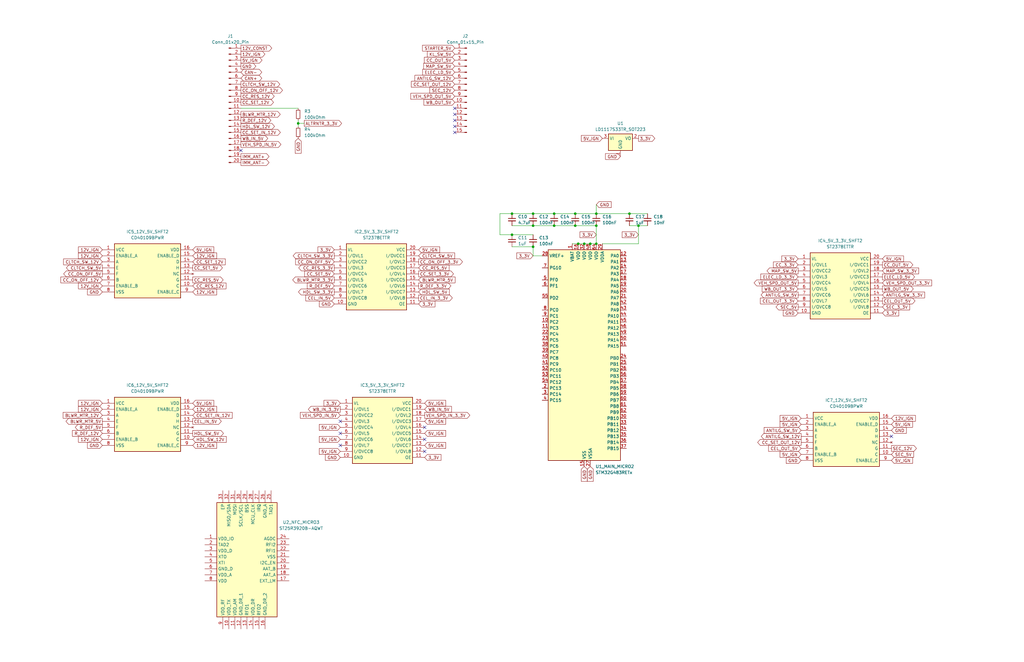
<source format=kicad_sch>
(kicad_sch (version 20230121) (generator eeschema)

  (uuid ea3549a9-7b14-48bf-b599-368d22998d02)

  (paper "B")

  (lib_symbols
    (symbol "Connector:Conn_01x15_Pin" (pin_names (offset 1.016) hide) (in_bom yes) (on_board yes)
      (property "Reference" "J" (at 0 20.32 0)
        (effects (font (size 1.27 1.27)))
      )
      (property "Value" "Conn_01x15_Pin" (at 0 -20.32 0)
        (effects (font (size 1.27 1.27)))
      )
      (property "Footprint" "" (at 0 0 0)
        (effects (font (size 1.27 1.27)) hide)
      )
      (property "Datasheet" "~" (at 0 0 0)
        (effects (font (size 1.27 1.27)) hide)
      )
      (property "ki_locked" "" (at 0 0 0)
        (effects (font (size 1.27 1.27)))
      )
      (property "ki_keywords" "connector" (at 0 0 0)
        (effects (font (size 1.27 1.27)) hide)
      )
      (property "ki_description" "Generic connector, single row, 01x15, script generated" (at 0 0 0)
        (effects (font (size 1.27 1.27)) hide)
      )
      (property "ki_fp_filters" "Connector*:*_1x??_*" (at 0 0 0)
        (effects (font (size 1.27 1.27)) hide)
      )
      (symbol "Conn_01x15_Pin_1_1"
        (polyline
          (pts
            (xy 1.27 -17.78)
            (xy 0.8636 -17.78)
          )
          (stroke (width 0.1524) (type default))
          (fill (type none))
        )
        (polyline
          (pts
            (xy 1.27 -15.24)
            (xy 0.8636 -15.24)
          )
          (stroke (width 0.1524) (type default))
          (fill (type none))
        )
        (polyline
          (pts
            (xy 1.27 -12.7)
            (xy 0.8636 -12.7)
          )
          (stroke (width 0.1524) (type default))
          (fill (type none))
        )
        (polyline
          (pts
            (xy 1.27 -10.16)
            (xy 0.8636 -10.16)
          )
          (stroke (width 0.1524) (type default))
          (fill (type none))
        )
        (polyline
          (pts
            (xy 1.27 -7.62)
            (xy 0.8636 -7.62)
          )
          (stroke (width 0.1524) (type default))
          (fill (type none))
        )
        (polyline
          (pts
            (xy 1.27 -5.08)
            (xy 0.8636 -5.08)
          )
          (stroke (width 0.1524) (type default))
          (fill (type none))
        )
        (polyline
          (pts
            (xy 1.27 -2.54)
            (xy 0.8636 -2.54)
          )
          (stroke (width 0.1524) (type default))
          (fill (type none))
        )
        (polyline
          (pts
            (xy 1.27 0)
            (xy 0.8636 0)
          )
          (stroke (width 0.1524) (type default))
          (fill (type none))
        )
        (polyline
          (pts
            (xy 1.27 2.54)
            (xy 0.8636 2.54)
          )
          (stroke (width 0.1524) (type default))
          (fill (type none))
        )
        (polyline
          (pts
            (xy 1.27 5.08)
            (xy 0.8636 5.08)
          )
          (stroke (width 0.1524) (type default))
          (fill (type none))
        )
        (polyline
          (pts
            (xy 1.27 7.62)
            (xy 0.8636 7.62)
          )
          (stroke (width 0.1524) (type default))
          (fill (type none))
        )
        (polyline
          (pts
            (xy 1.27 10.16)
            (xy 0.8636 10.16)
          )
          (stroke (width 0.1524) (type default))
          (fill (type none))
        )
        (polyline
          (pts
            (xy 1.27 12.7)
            (xy 0.8636 12.7)
          )
          (stroke (width 0.1524) (type default))
          (fill (type none))
        )
        (polyline
          (pts
            (xy 1.27 15.24)
            (xy 0.8636 15.24)
          )
          (stroke (width 0.1524) (type default))
          (fill (type none))
        )
        (polyline
          (pts
            (xy 1.27 17.78)
            (xy 0.8636 17.78)
          )
          (stroke (width 0.1524) (type default))
          (fill (type none))
        )
        (rectangle (start 0.8636 -17.653) (end 0 -17.907)
          (stroke (width 0.1524) (type default))
          (fill (type outline))
        )
        (rectangle (start 0.8636 -15.113) (end 0 -15.367)
          (stroke (width 0.1524) (type default))
          (fill (type outline))
        )
        (rectangle (start 0.8636 -12.573) (end 0 -12.827)
          (stroke (width 0.1524) (type default))
          (fill (type outline))
        )
        (rectangle (start 0.8636 -10.033) (end 0 -10.287)
          (stroke (width 0.1524) (type default))
          (fill (type outline))
        )
        (rectangle (start 0.8636 -7.493) (end 0 -7.747)
          (stroke (width 0.1524) (type default))
          (fill (type outline))
        )
        (rectangle (start 0.8636 -4.953) (end 0 -5.207)
          (stroke (width 0.1524) (type default))
          (fill (type outline))
        )
        (rectangle (start 0.8636 -2.413) (end 0 -2.667)
          (stroke (width 0.1524) (type default))
          (fill (type outline))
        )
        (rectangle (start 0.8636 0.127) (end 0 -0.127)
          (stroke (width 0.1524) (type default))
          (fill (type outline))
        )
        (rectangle (start 0.8636 2.667) (end 0 2.413)
          (stroke (width 0.1524) (type default))
          (fill (type outline))
        )
        (rectangle (start 0.8636 5.207) (end 0 4.953)
          (stroke (width 0.1524) (type default))
          (fill (type outline))
        )
        (rectangle (start 0.8636 7.747) (end 0 7.493)
          (stroke (width 0.1524) (type default))
          (fill (type outline))
        )
        (rectangle (start 0.8636 10.287) (end 0 10.033)
          (stroke (width 0.1524) (type default))
          (fill (type outline))
        )
        (rectangle (start 0.8636 12.827) (end 0 12.573)
          (stroke (width 0.1524) (type default))
          (fill (type outline))
        )
        (rectangle (start 0.8636 15.367) (end 0 15.113)
          (stroke (width 0.1524) (type default))
          (fill (type outline))
        )
        (rectangle (start 0.8636 17.907) (end 0 17.653)
          (stroke (width 0.1524) (type default))
          (fill (type outline))
        )
        (pin passive line (at 5.08 17.78 180) (length 3.81)
          (name "Pin_1" (effects (font (size 1.27 1.27))))
          (number "1" (effects (font (size 1.27 1.27))))
        )
        (pin passive line (at 5.08 -5.08 180) (length 3.81)
          (name "Pin_10" (effects (font (size 1.27 1.27))))
          (number "10" (effects (font (size 1.27 1.27))))
        )
        (pin passive line (at 5.08 -7.62 180) (length 3.81)
          (name "Pin_11" (effects (font (size 1.27 1.27))))
          (number "11" (effects (font (size 1.27 1.27))))
        )
        (pin passive line (at 5.08 -10.16 180) (length 3.81)
          (name "Pin_12" (effects (font (size 1.27 1.27))))
          (number "12" (effects (font (size 1.27 1.27))))
        )
        (pin passive line (at 5.08 -12.7 180) (length 3.81)
          (name "Pin_13" (effects (font (size 1.27 1.27))))
          (number "13" (effects (font (size 1.27 1.27))))
        )
        (pin passive line (at 5.08 -15.24 180) (length 3.81)
          (name "Pin_14" (effects (font (size 1.27 1.27))))
          (number "14" (effects (font (size 1.27 1.27))))
        )
        (pin passive line (at 5.08 -17.78 180) (length 3.81)
          (name "Pin_15" (effects (font (size 1.27 1.27))))
          (number "15" (effects (font (size 1.27 1.27))))
        )
        (pin passive line (at 5.08 15.24 180) (length 3.81)
          (name "Pin_2" (effects (font (size 1.27 1.27))))
          (number "2" (effects (font (size 1.27 1.27))))
        )
        (pin passive line (at 5.08 12.7 180) (length 3.81)
          (name "Pin_3" (effects (font (size 1.27 1.27))))
          (number "3" (effects (font (size 1.27 1.27))))
        )
        (pin passive line (at 5.08 10.16 180) (length 3.81)
          (name "Pin_4" (effects (font (size 1.27 1.27))))
          (number "4" (effects (font (size 1.27 1.27))))
        )
        (pin passive line (at 5.08 7.62 180) (length 3.81)
          (name "Pin_5" (effects (font (size 1.27 1.27))))
          (number "5" (effects (font (size 1.27 1.27))))
        )
        (pin passive line (at 5.08 5.08 180) (length 3.81)
          (name "Pin_6" (effects (font (size 1.27 1.27))))
          (number "6" (effects (font (size 1.27 1.27))))
        )
        (pin passive line (at 5.08 2.54 180) (length 3.81)
          (name "Pin_7" (effects (font (size 1.27 1.27))))
          (number "7" (effects (font (size 1.27 1.27))))
        )
        (pin passive line (at 5.08 0 180) (length 3.81)
          (name "Pin_8" (effects (font (size 1.27 1.27))))
          (number "8" (effects (font (size 1.27 1.27))))
        )
        (pin passive line (at 5.08 -2.54 180) (length 3.81)
          (name "Pin_9" (effects (font (size 1.27 1.27))))
          (number "9" (effects (font (size 1.27 1.27))))
        )
      )
    )
    (symbol "Connector:Conn_01x20_Pin" (pin_names (offset 1.016) hide) (in_bom yes) (on_board yes)
      (property "Reference" "J" (at 0 25.4 0)
        (effects (font (size 1.27 1.27)))
      )
      (property "Value" "Conn_01x20_Pin" (at 0 -27.94 0)
        (effects (font (size 1.27 1.27)))
      )
      (property "Footprint" "" (at 0 0 0)
        (effects (font (size 1.27 1.27)) hide)
      )
      (property "Datasheet" "~" (at 0 0 0)
        (effects (font (size 1.27 1.27)) hide)
      )
      (property "ki_locked" "" (at 0 0 0)
        (effects (font (size 1.27 1.27)))
      )
      (property "ki_keywords" "connector" (at 0 0 0)
        (effects (font (size 1.27 1.27)) hide)
      )
      (property "ki_description" "Generic connector, single row, 01x20, script generated" (at 0 0 0)
        (effects (font (size 1.27 1.27)) hide)
      )
      (property "ki_fp_filters" "Connector*:*_1x??_*" (at 0 0 0)
        (effects (font (size 1.27 1.27)) hide)
      )
      (symbol "Conn_01x20_Pin_1_1"
        (polyline
          (pts
            (xy 1.27 -25.4)
            (xy 0.8636 -25.4)
          )
          (stroke (width 0.1524) (type default))
          (fill (type none))
        )
        (polyline
          (pts
            (xy 1.27 -22.86)
            (xy 0.8636 -22.86)
          )
          (stroke (width 0.1524) (type default))
          (fill (type none))
        )
        (polyline
          (pts
            (xy 1.27 -20.32)
            (xy 0.8636 -20.32)
          )
          (stroke (width 0.1524) (type default))
          (fill (type none))
        )
        (polyline
          (pts
            (xy 1.27 -17.78)
            (xy 0.8636 -17.78)
          )
          (stroke (width 0.1524) (type default))
          (fill (type none))
        )
        (polyline
          (pts
            (xy 1.27 -15.24)
            (xy 0.8636 -15.24)
          )
          (stroke (width 0.1524) (type default))
          (fill (type none))
        )
        (polyline
          (pts
            (xy 1.27 -12.7)
            (xy 0.8636 -12.7)
          )
          (stroke (width 0.1524) (type default))
          (fill (type none))
        )
        (polyline
          (pts
            (xy 1.27 -10.16)
            (xy 0.8636 -10.16)
          )
          (stroke (width 0.1524) (type default))
          (fill (type none))
        )
        (polyline
          (pts
            (xy 1.27 -7.62)
            (xy 0.8636 -7.62)
          )
          (stroke (width 0.1524) (type default))
          (fill (type none))
        )
        (polyline
          (pts
            (xy 1.27 -5.08)
            (xy 0.8636 -5.08)
          )
          (stroke (width 0.1524) (type default))
          (fill (type none))
        )
        (polyline
          (pts
            (xy 1.27 -2.54)
            (xy 0.8636 -2.54)
          )
          (stroke (width 0.1524) (type default))
          (fill (type none))
        )
        (polyline
          (pts
            (xy 1.27 0)
            (xy 0.8636 0)
          )
          (stroke (width 0.1524) (type default))
          (fill (type none))
        )
        (polyline
          (pts
            (xy 1.27 2.54)
            (xy 0.8636 2.54)
          )
          (stroke (width 0.1524) (type default))
          (fill (type none))
        )
        (polyline
          (pts
            (xy 1.27 5.08)
            (xy 0.8636 5.08)
          )
          (stroke (width 0.1524) (type default))
          (fill (type none))
        )
        (polyline
          (pts
            (xy 1.27 7.62)
            (xy 0.8636 7.62)
          )
          (stroke (width 0.1524) (type default))
          (fill (type none))
        )
        (polyline
          (pts
            (xy 1.27 10.16)
            (xy 0.8636 10.16)
          )
          (stroke (width 0.1524) (type default))
          (fill (type none))
        )
        (polyline
          (pts
            (xy 1.27 12.7)
            (xy 0.8636 12.7)
          )
          (stroke (width 0.1524) (type default))
          (fill (type none))
        )
        (polyline
          (pts
            (xy 1.27 15.24)
            (xy 0.8636 15.24)
          )
          (stroke (width 0.1524) (type default))
          (fill (type none))
        )
        (polyline
          (pts
            (xy 1.27 17.78)
            (xy 0.8636 17.78)
          )
          (stroke (width 0.1524) (type default))
          (fill (type none))
        )
        (polyline
          (pts
            (xy 1.27 20.32)
            (xy 0.8636 20.32)
          )
          (stroke (width 0.1524) (type default))
          (fill (type none))
        )
        (polyline
          (pts
            (xy 1.27 22.86)
            (xy 0.8636 22.86)
          )
          (stroke (width 0.1524) (type default))
          (fill (type none))
        )
        (rectangle (start 0.8636 -25.273) (end 0 -25.527)
          (stroke (width 0.1524) (type default))
          (fill (type outline))
        )
        (rectangle (start 0.8636 -22.733) (end 0 -22.987)
          (stroke (width 0.1524) (type default))
          (fill (type outline))
        )
        (rectangle (start 0.8636 -20.193) (end 0 -20.447)
          (stroke (width 0.1524) (type default))
          (fill (type outline))
        )
        (rectangle (start 0.8636 -17.653) (end 0 -17.907)
          (stroke (width 0.1524) (type default))
          (fill (type outline))
        )
        (rectangle (start 0.8636 -15.113) (end 0 -15.367)
          (stroke (width 0.1524) (type default))
          (fill (type outline))
        )
        (rectangle (start 0.8636 -12.573) (end 0 -12.827)
          (stroke (width 0.1524) (type default))
          (fill (type outline))
        )
        (rectangle (start 0.8636 -10.033) (end 0 -10.287)
          (stroke (width 0.1524) (type default))
          (fill (type outline))
        )
        (rectangle (start 0.8636 -7.493) (end 0 -7.747)
          (stroke (width 0.1524) (type default))
          (fill (type outline))
        )
        (rectangle (start 0.8636 -4.953) (end 0 -5.207)
          (stroke (width 0.1524) (type default))
          (fill (type outline))
        )
        (rectangle (start 0.8636 -2.413) (end 0 -2.667)
          (stroke (width 0.1524) (type default))
          (fill (type outline))
        )
        (rectangle (start 0.8636 0.127) (end 0 -0.127)
          (stroke (width 0.1524) (type default))
          (fill (type outline))
        )
        (rectangle (start 0.8636 2.667) (end 0 2.413)
          (stroke (width 0.1524) (type default))
          (fill (type outline))
        )
        (rectangle (start 0.8636 5.207) (end 0 4.953)
          (stroke (width 0.1524) (type default))
          (fill (type outline))
        )
        (rectangle (start 0.8636 7.747) (end 0 7.493)
          (stroke (width 0.1524) (type default))
          (fill (type outline))
        )
        (rectangle (start 0.8636 10.287) (end 0 10.033)
          (stroke (width 0.1524) (type default))
          (fill (type outline))
        )
        (rectangle (start 0.8636 12.827) (end 0 12.573)
          (stroke (width 0.1524) (type default))
          (fill (type outline))
        )
        (rectangle (start 0.8636 15.367) (end 0 15.113)
          (stroke (width 0.1524) (type default))
          (fill (type outline))
        )
        (rectangle (start 0.8636 17.907) (end 0 17.653)
          (stroke (width 0.1524) (type default))
          (fill (type outline))
        )
        (rectangle (start 0.8636 20.447) (end 0 20.193)
          (stroke (width 0.1524) (type default))
          (fill (type outline))
        )
        (rectangle (start 0.8636 22.987) (end 0 22.733)
          (stroke (width 0.1524) (type default))
          (fill (type outline))
        )
        (pin passive line (at 5.08 22.86 180) (length 3.81)
          (name "Pin_1" (effects (font (size 1.27 1.27))))
          (number "1" (effects (font (size 1.27 1.27))))
        )
        (pin passive line (at 5.08 0 180) (length 3.81)
          (name "Pin_10" (effects (font (size 1.27 1.27))))
          (number "10" (effects (font (size 1.27 1.27))))
        )
        (pin passive line (at 5.08 -2.54 180) (length 3.81)
          (name "Pin_11" (effects (font (size 1.27 1.27))))
          (number "11" (effects (font (size 1.27 1.27))))
        )
        (pin passive line (at 5.08 -5.08 180) (length 3.81)
          (name "Pin_12" (effects (font (size 1.27 1.27))))
          (number "12" (effects (font (size 1.27 1.27))))
        )
        (pin passive line (at 5.08 -7.62 180) (length 3.81)
          (name "Pin_13" (effects (font (size 1.27 1.27))))
          (number "13" (effects (font (size 1.27 1.27))))
        )
        (pin passive line (at 5.08 -10.16 180) (length 3.81)
          (name "Pin_14" (effects (font (size 1.27 1.27))))
          (number "14" (effects (font (size 1.27 1.27))))
        )
        (pin passive line (at 5.08 -12.7 180) (length 3.81)
          (name "Pin_15" (effects (font (size 1.27 1.27))))
          (number "15" (effects (font (size 1.27 1.27))))
        )
        (pin passive line (at 5.08 -15.24 180) (length 3.81)
          (name "Pin_16" (effects (font (size 1.27 1.27))))
          (number "16" (effects (font (size 1.27 1.27))))
        )
        (pin passive line (at 5.08 -17.78 180) (length 3.81)
          (name "Pin_17" (effects (font (size 1.27 1.27))))
          (number "17" (effects (font (size 1.27 1.27))))
        )
        (pin passive line (at 5.08 -20.32 180) (length 3.81)
          (name "Pin_18" (effects (font (size 1.27 1.27))))
          (number "18" (effects (font (size 1.27 1.27))))
        )
        (pin passive line (at 5.08 -22.86 180) (length 3.81)
          (name "Pin_19" (effects (font (size 1.27 1.27))))
          (number "19" (effects (font (size 1.27 1.27))))
        )
        (pin passive line (at 5.08 20.32 180) (length 3.81)
          (name "Pin_2" (effects (font (size 1.27 1.27))))
          (number "2" (effects (font (size 1.27 1.27))))
        )
        (pin passive line (at 5.08 -25.4 180) (length 3.81)
          (name "Pin_20" (effects (font (size 1.27 1.27))))
          (number "20" (effects (font (size 1.27 1.27))))
        )
        (pin passive line (at 5.08 17.78 180) (length 3.81)
          (name "Pin_3" (effects (font (size 1.27 1.27))))
          (number "3" (effects (font (size 1.27 1.27))))
        )
        (pin passive line (at 5.08 15.24 180) (length 3.81)
          (name "Pin_4" (effects (font (size 1.27 1.27))))
          (number "4" (effects (font (size 1.27 1.27))))
        )
        (pin passive line (at 5.08 12.7 180) (length 3.81)
          (name "Pin_5" (effects (font (size 1.27 1.27))))
          (number "5" (effects (font (size 1.27 1.27))))
        )
        (pin passive line (at 5.08 10.16 180) (length 3.81)
          (name "Pin_6" (effects (font (size 1.27 1.27))))
          (number "6" (effects (font (size 1.27 1.27))))
        )
        (pin passive line (at 5.08 7.62 180) (length 3.81)
          (name "Pin_7" (effects (font (size 1.27 1.27))))
          (number "7" (effects (font (size 1.27 1.27))))
        )
        (pin passive line (at 5.08 5.08 180) (length 3.81)
          (name "Pin_8" (effects (font (size 1.27 1.27))))
          (number "8" (effects (font (size 1.27 1.27))))
        )
        (pin passive line (at 5.08 2.54 180) (length 3.81)
          (name "Pin_9" (effects (font (size 1.27 1.27))))
          (number "9" (effects (font (size 1.27 1.27))))
        )
      )
    )
    (symbol "Device:C_Small" (pin_numbers hide) (pin_names (offset 0.254) hide) (in_bom yes) (on_board yes)
      (property "Reference" "C" (at 0.254 1.778 0)
        (effects (font (size 1.27 1.27)) (justify left))
      )
      (property "Value" "C_Small" (at 0.254 -2.032 0)
        (effects (font (size 1.27 1.27)) (justify left))
      )
      (property "Footprint" "" (at 0 0 0)
        (effects (font (size 1.27 1.27)) hide)
      )
      (property "Datasheet" "~" (at 0 0 0)
        (effects (font (size 1.27 1.27)) hide)
      )
      (property "ki_keywords" "capacitor cap" (at 0 0 0)
        (effects (font (size 1.27 1.27)) hide)
      )
      (property "ki_description" "Unpolarized capacitor, small symbol" (at 0 0 0)
        (effects (font (size 1.27 1.27)) hide)
      )
      (property "ki_fp_filters" "C_*" (at 0 0 0)
        (effects (font (size 1.27 1.27)) hide)
      )
      (symbol "C_Small_0_1"
        (polyline
          (pts
            (xy -1.524 -0.508)
            (xy 1.524 -0.508)
          )
          (stroke (width 0.3302) (type default))
          (fill (type none))
        )
        (polyline
          (pts
            (xy -1.524 0.508)
            (xy 1.524 0.508)
          )
          (stroke (width 0.3048) (type default))
          (fill (type none))
        )
      )
      (symbol "C_Small_1_1"
        (pin passive line (at 0 2.54 270) (length 2.032)
          (name "~" (effects (font (size 1.27 1.27))))
          (number "1" (effects (font (size 1.27 1.27))))
        )
        (pin passive line (at 0 -2.54 90) (length 2.032)
          (name "~" (effects (font (size 1.27 1.27))))
          (number "2" (effects (font (size 1.27 1.27))))
        )
      )
    )
    (symbol "Device:R_Small" (pin_numbers hide) (pin_names (offset 0.254) hide) (in_bom yes) (on_board yes)
      (property "Reference" "R" (at 0.762 0.508 0)
        (effects (font (size 1.27 1.27)) (justify left))
      )
      (property "Value" "R_Small" (at 0.762 -1.016 0)
        (effects (font (size 1.27 1.27)) (justify left))
      )
      (property "Footprint" "" (at 0 0 0)
        (effects (font (size 1.27 1.27)) hide)
      )
      (property "Datasheet" "~" (at 0 0 0)
        (effects (font (size 1.27 1.27)) hide)
      )
      (property "ki_keywords" "R resistor" (at 0 0 0)
        (effects (font (size 1.27 1.27)) hide)
      )
      (property "ki_description" "Resistor, small symbol" (at 0 0 0)
        (effects (font (size 1.27 1.27)) hide)
      )
      (property "ki_fp_filters" "R_*" (at 0 0 0)
        (effects (font (size 1.27 1.27)) hide)
      )
      (symbol "R_Small_0_1"
        (rectangle (start -0.762 1.778) (end 0.762 -1.778)
          (stroke (width 0.2032) (type default))
          (fill (type none))
        )
      )
      (symbol "R_Small_1_1"
        (pin passive line (at 0 2.54 270) (length 0.762)
          (name "~" (effects (font (size 1.27 1.27))))
          (number "1" (effects (font (size 1.27 1.27))))
        )
        (pin passive line (at 0 -2.54 90) (length 0.762)
          (name "~" (effects (font (size 1.27 1.27))))
          (number "2" (effects (font (size 1.27 1.27))))
        )
      )
    )
    (symbol "MCU_ST_STM32G4:STM32G483RETx" (in_bom yes) (on_board yes)
      (property "Reference" "U" (at -15.24 46.99 0)
        (effects (font (size 1.27 1.27)) (justify left))
      )
      (property "Value" "STM32G483RETx" (at 10.16 46.99 0)
        (effects (font (size 1.27 1.27)) (justify left))
      )
      (property "Footprint" "Package_QFP:LQFP-64_10x10mm_P0.5mm" (at -15.24 -43.18 0)
        (effects (font (size 1.27 1.27)) (justify right) hide)
      )
      (property "Datasheet" "https://www.st.com/resource/en/datasheet/stm32g483re.pdf" (at 0 0 0)
        (effects (font (size 1.27 1.27)) hide)
      )
      (property "ki_locked" "" (at 0 0 0)
        (effects (font (size 1.27 1.27)))
      )
      (property "ki_keywords" "Arm Cortex-M4 STM32G4 STM32G4x3" (at 0 0 0)
        (effects (font (size 1.27 1.27)) hide)
      )
      (property "ki_description" "STMicroelectronics Arm Cortex-M4 MCU, 512KB flash, 128KB RAM, 170 MHz, 1.71-3.6V, 52 GPIO, LQFP64" (at 0 0 0)
        (effects (font (size 1.27 1.27)) hide)
      )
      (property "ki_fp_filters" "LQFP*10x10mm*P0.5mm*" (at 0 0 0)
        (effects (font (size 1.27 1.27)) hide)
      )
      (symbol "STM32G483RETx_0_1"
        (rectangle (start -15.24 -43.18) (end 15.24 45.72)
          (stroke (width 0.254) (type default))
          (fill (type background))
        )
      )
      (symbol "STM32G483RETx_1_1"
        (pin power_in line (at -5.08 48.26 270) (length 2.54)
          (name "VBAT" (effects (font (size 1.27 1.27))))
          (number "1" (effects (font (size 1.27 1.27))))
        )
        (pin bidirectional line (at -17.78 15.24 0) (length 2.54)
          (name "PC2" (effects (font (size 1.27 1.27))))
          (number "10" (effects (font (size 1.27 1.27))))
          (alternate "ADC1_IN8" bidirectional line)
          (alternate "ADC2_IN8" bidirectional line)
          (alternate "ADC3_EXTI2" bidirectional line)
          (alternate "ADC4_EXTI2" bidirectional line)
          (alternate "ADC5_EXTI2" bidirectional line)
          (alternate "COMP3_OUT" bidirectional line)
          (alternate "LPTIM1_IN2" bidirectional line)
          (alternate "QUADSPI1_BK2_IO1" bidirectional line)
          (alternate "TIM1_CH3" bidirectional line)
          (alternate "TIM20_CH2" bidirectional line)
        )
        (pin bidirectional line (at -17.78 12.7 0) (length 2.54)
          (name "PC3" (effects (font (size 1.27 1.27))))
          (number "11" (effects (font (size 1.27 1.27))))
          (alternate "ADC1_IN9" bidirectional line)
          (alternate "ADC2_IN9" bidirectional line)
          (alternate "ADC3_EXTI3" bidirectional line)
          (alternate "ADC4_EXTI3" bidirectional line)
          (alternate "ADC5_EXTI3" bidirectional line)
          (alternate "LPTIM1_ETR" bidirectional line)
          (alternate "OPAMP5_VINP" bidirectional line)
          (alternate "OPAMP5_VINP_SEC" bidirectional line)
          (alternate "QUADSPI1_BK2_IO2" bidirectional line)
          (alternate "SAI1_D1" bidirectional line)
          (alternate "SAI1_SD_A" bidirectional line)
          (alternate "TIM1_BKIN2" bidirectional line)
          (alternate "TIM1_CH4" bidirectional line)
        )
        (pin bidirectional line (at 17.78 43.18 180) (length 2.54)
          (name "PA0" (effects (font (size 1.27 1.27))))
          (number "12" (effects (font (size 1.27 1.27))))
          (alternate "ADC1_IN1" bidirectional line)
          (alternate "ADC2_IN1" bidirectional line)
          (alternate "COMP1_INM" bidirectional line)
          (alternate "COMP1_OUT" bidirectional line)
          (alternate "COMP3_INP" bidirectional line)
          (alternate "RTC_TAMP2" bidirectional line)
          (alternate "SYS_WKUP1" bidirectional line)
          (alternate "TIM2_CH1" bidirectional line)
          (alternate "TIM2_ETR" bidirectional line)
          (alternate "TIM5_CH1" bidirectional line)
          (alternate "TIM8_BKIN" bidirectional line)
          (alternate "TIM8_ETR" bidirectional line)
          (alternate "USART2_CTS" bidirectional line)
          (alternate "USART2_NSS" bidirectional line)
        )
        (pin bidirectional line (at 17.78 40.64 180) (length 2.54)
          (name "PA1" (effects (font (size 1.27 1.27))))
          (number "13" (effects (font (size 1.27 1.27))))
          (alternate "ADC1_IN2" bidirectional line)
          (alternate "ADC2_IN2" bidirectional line)
          (alternate "COMP1_INP" bidirectional line)
          (alternate "OPAMP1_VINP" bidirectional line)
          (alternate "OPAMP1_VINP_SEC" bidirectional line)
          (alternate "OPAMP3_VINP" bidirectional line)
          (alternate "OPAMP3_VINP_SEC" bidirectional line)
          (alternate "OPAMP6_VINM" bidirectional line)
          (alternate "OPAMP6_VINM0" bidirectional line)
          (alternate "OPAMP6_VINM_SEC" bidirectional line)
          (alternate "RTC_REFIN" bidirectional line)
          (alternate "TIM15_CH1N" bidirectional line)
          (alternate "TIM2_CH2" bidirectional line)
          (alternate "TIM5_CH2" bidirectional line)
          (alternate "USART2_DE" bidirectional line)
          (alternate "USART2_RTS" bidirectional line)
        )
        (pin bidirectional line (at 17.78 38.1 180) (length 2.54)
          (name "PA2" (effects (font (size 1.27 1.27))))
          (number "14" (effects (font (size 1.27 1.27))))
          (alternate "ADC1_IN3" bidirectional line)
          (alternate "ADC3_EXTI2" bidirectional line)
          (alternate "ADC4_EXTI2" bidirectional line)
          (alternate "ADC5_EXTI2" bidirectional line)
          (alternate "COMP2_INM" bidirectional line)
          (alternate "COMP2_OUT" bidirectional line)
          (alternate "LPUART1_TX" bidirectional line)
          (alternate "OPAMP1_VOUT" bidirectional line)
          (alternate "QUADSPI1_BK1_NCS" bidirectional line)
          (alternate "RCC_LSCO" bidirectional line)
          (alternate "SYS_WKUP4" bidirectional line)
          (alternate "TIM15_CH1" bidirectional line)
          (alternate "TIM2_CH3" bidirectional line)
          (alternate "TIM5_CH3" bidirectional line)
          (alternate "UCPD1_FRSTX1" bidirectional line)
          (alternate "UCPD1_FRSTX2" bidirectional line)
          (alternate "USART2_TX" bidirectional line)
        )
        (pin power_in line (at 0 -45.72 90) (length 2.54)
          (name "VSS" (effects (font (size 1.27 1.27))))
          (number "15" (effects (font (size 1.27 1.27))))
        )
        (pin power_in line (at -2.54 48.26 270) (length 2.54)
          (name "VDD" (effects (font (size 1.27 1.27))))
          (number "16" (effects (font (size 1.27 1.27))))
        )
        (pin bidirectional line (at 17.78 35.56 180) (length 2.54)
          (name "PA3" (effects (font (size 1.27 1.27))))
          (number "17" (effects (font (size 1.27 1.27))))
          (alternate "ADC1_IN4" bidirectional line)
          (alternate "ADC3_EXTI3" bidirectional line)
          (alternate "ADC4_EXTI3" bidirectional line)
          (alternate "ADC5_EXTI3" bidirectional line)
          (alternate "COMP2_INP" bidirectional line)
          (alternate "LPUART1_RX" bidirectional line)
          (alternate "OPAMP1_VINM" bidirectional line)
          (alternate "OPAMP1_VINM0" bidirectional line)
          (alternate "OPAMP1_VINM_SEC" bidirectional line)
          (alternate "OPAMP1_VINP" bidirectional line)
          (alternate "OPAMP1_VINP_SEC" bidirectional line)
          (alternate "OPAMP5_VINM" bidirectional line)
          (alternate "OPAMP5_VINM1" bidirectional line)
          (alternate "OPAMP5_VINM_SEC" bidirectional line)
          (alternate "QUADSPI1_CLK" bidirectional line)
          (alternate "SAI1_CK1" bidirectional line)
          (alternate "SAI1_MCLK_A" bidirectional line)
          (alternate "TIM15_CH2" bidirectional line)
          (alternate "TIM2_CH4" bidirectional line)
          (alternate "TIM5_CH4" bidirectional line)
          (alternate "USART2_RX" bidirectional line)
        )
        (pin bidirectional line (at 17.78 33.02 180) (length 2.54)
          (name "PA4" (effects (font (size 1.27 1.27))))
          (number "18" (effects (font (size 1.27 1.27))))
          (alternate "ADC2_IN17" bidirectional line)
          (alternate "COMP1_INM" bidirectional line)
          (alternate "DAC1_OUT1" bidirectional line)
          (alternate "I2S3_WS" bidirectional line)
          (alternate "SAI1_FS_B" bidirectional line)
          (alternate "SPI1_NSS" bidirectional line)
          (alternate "SPI3_NSS" bidirectional line)
          (alternate "TIM3_CH2" bidirectional line)
          (alternate "USART2_CK" bidirectional line)
        )
        (pin bidirectional line (at 17.78 30.48 180) (length 2.54)
          (name "PA5" (effects (font (size 1.27 1.27))))
          (number "19" (effects (font (size 1.27 1.27))))
          (alternate "ADC2_IN13" bidirectional line)
          (alternate "COMP2_INM" bidirectional line)
          (alternate "DAC1_OUT2" bidirectional line)
          (alternate "OPAMP2_VINM" bidirectional line)
          (alternate "OPAMP2_VINM0" bidirectional line)
          (alternate "OPAMP2_VINM_SEC" bidirectional line)
          (alternate "SPI1_SCK" bidirectional line)
          (alternate "TIM2_CH1" bidirectional line)
          (alternate "TIM2_ETR" bidirectional line)
          (alternate "UCPD1_FRSTX1" bidirectional line)
          (alternate "UCPD1_FRSTX2" bidirectional line)
        )
        (pin bidirectional line (at -17.78 -12.7 0) (length 2.54)
          (name "PC13" (effects (font (size 1.27 1.27))))
          (number "2" (effects (font (size 1.27 1.27))))
          (alternate "RTC_OUT1" bidirectional line)
          (alternate "RTC_TAMP1" bidirectional line)
          (alternate "RTC_TS" bidirectional line)
          (alternate "SYS_WKUP2" bidirectional line)
          (alternate "TIM1_BKIN" bidirectional line)
          (alternate "TIM1_CH1N" bidirectional line)
          (alternate "TIM8_CH4N" bidirectional line)
        )
        (pin bidirectional line (at 17.78 27.94 180) (length 2.54)
          (name "PA6" (effects (font (size 1.27 1.27))))
          (number "20" (effects (font (size 1.27 1.27))))
          (alternate "ADC2_IN3" bidirectional line)
          (alternate "COMP1_OUT" bidirectional line)
          (alternate "DAC2_OUT1" bidirectional line)
          (alternate "LPUART1_CTS" bidirectional line)
          (alternate "OPAMP2_VOUT" bidirectional line)
          (alternate "QUADSPI1_BK1_IO3" bidirectional line)
          (alternate "SPI1_MISO" bidirectional line)
          (alternate "TIM16_CH1" bidirectional line)
          (alternate "TIM1_BKIN" bidirectional line)
          (alternate "TIM3_CH1" bidirectional line)
          (alternate "TIM8_BKIN" bidirectional line)
        )
        (pin bidirectional line (at 17.78 25.4 180) (length 2.54)
          (name "PA7" (effects (font (size 1.27 1.27))))
          (number "21" (effects (font (size 1.27 1.27))))
          (alternate "ADC2_IN4" bidirectional line)
          (alternate "COMP2_INP" bidirectional line)
          (alternate "COMP2_OUT" bidirectional line)
          (alternate "OPAMP1_VINP" bidirectional line)
          (alternate "OPAMP1_VINP_SEC" bidirectional line)
          (alternate "OPAMP2_VINP" bidirectional line)
          (alternate "OPAMP2_VINP_SEC" bidirectional line)
          (alternate "QUADSPI1_BK1_IO2" bidirectional line)
          (alternate "SPI1_MOSI" bidirectional line)
          (alternate "TIM17_CH1" bidirectional line)
          (alternate "TIM1_CH1N" bidirectional line)
          (alternate "TIM3_CH2" bidirectional line)
          (alternate "TIM8_CH1N" bidirectional line)
          (alternate "UCPD1_FRSTX1" bidirectional line)
          (alternate "UCPD1_FRSTX2" bidirectional line)
        )
        (pin bidirectional line (at -17.78 10.16 0) (length 2.54)
          (name "PC4" (effects (font (size 1.27 1.27))))
          (number "22" (effects (font (size 1.27 1.27))))
          (alternate "ADC2_IN5" bidirectional line)
          (alternate "I2C2_SCL" bidirectional line)
          (alternate "QUADSPI1_BK2_IO3" bidirectional line)
          (alternate "TIM1_ETR" bidirectional line)
          (alternate "USART1_TX" bidirectional line)
        )
        (pin bidirectional line (at -17.78 7.62 0) (length 2.54)
          (name "PC5" (effects (font (size 1.27 1.27))))
          (number "23" (effects (font (size 1.27 1.27))))
          (alternate "ADC2_IN11" bidirectional line)
          (alternate "OPAMP1_VINM" bidirectional line)
          (alternate "OPAMP1_VINM1" bidirectional line)
          (alternate "OPAMP1_VINM_SEC" bidirectional line)
          (alternate "OPAMP2_VINM" bidirectional line)
          (alternate "OPAMP2_VINM1" bidirectional line)
          (alternate "OPAMP2_VINM_SEC" bidirectional line)
          (alternate "SAI1_D3" bidirectional line)
          (alternate "SYS_WKUP5" bidirectional line)
          (alternate "TIM15_BKIN" bidirectional line)
          (alternate "TIM1_CH4N" bidirectional line)
          (alternate "USART1_RX" bidirectional line)
        )
        (pin bidirectional line (at 17.78 0 180) (length 2.54)
          (name "PB0" (effects (font (size 1.27 1.27))))
          (number "24" (effects (font (size 1.27 1.27))))
          (alternate "ADC1_IN15" bidirectional line)
          (alternate "ADC3_IN12" bidirectional line)
          (alternate "COMP4_INP" bidirectional line)
          (alternate "OPAMP2_VINP" bidirectional line)
          (alternate "OPAMP2_VINP_SEC" bidirectional line)
          (alternate "OPAMP3_VINP" bidirectional line)
          (alternate "OPAMP3_VINP_SEC" bidirectional line)
          (alternate "QUADSPI1_BK1_IO1" bidirectional line)
          (alternate "TIM1_CH2N" bidirectional line)
          (alternate "TIM3_CH3" bidirectional line)
          (alternate "TIM8_CH2N" bidirectional line)
          (alternate "UCPD1_FRSTX1" bidirectional line)
          (alternate "UCPD1_FRSTX2" bidirectional line)
        )
        (pin bidirectional line (at 17.78 -2.54 180) (length 2.54)
          (name "PB1" (effects (font (size 1.27 1.27))))
          (number "25" (effects (font (size 1.27 1.27))))
          (alternate "ADC1_IN12" bidirectional line)
          (alternate "ADC3_IN1" bidirectional line)
          (alternate "COMP1_INP" bidirectional line)
          (alternate "COMP4_OUT" bidirectional line)
          (alternate "LPUART1_DE" bidirectional line)
          (alternate "LPUART1_RTS" bidirectional line)
          (alternate "OPAMP3_VOUT" bidirectional line)
          (alternate "OPAMP6_VINM" bidirectional line)
          (alternate "OPAMP6_VINM1" bidirectional line)
          (alternate "OPAMP6_VINM_SEC" bidirectional line)
          (alternate "QUADSPI1_BK1_IO0" bidirectional line)
          (alternate "TIM1_CH3N" bidirectional line)
          (alternate "TIM3_CH4" bidirectional line)
          (alternate "TIM8_CH3N" bidirectional line)
        )
        (pin bidirectional line (at 17.78 -5.08 180) (length 2.54)
          (name "PB2" (effects (font (size 1.27 1.27))))
          (number "26" (effects (font (size 1.27 1.27))))
          (alternate "ADC2_IN12" bidirectional line)
          (alternate "ADC3_EXTI2" bidirectional line)
          (alternate "ADC4_EXTI2" bidirectional line)
          (alternate "ADC5_EXTI2" bidirectional line)
          (alternate "COMP4_INM" bidirectional line)
          (alternate "I2C3_SMBA" bidirectional line)
          (alternate "LPTIM1_OUT" bidirectional line)
          (alternate "OPAMP3_VINM" bidirectional line)
          (alternate "OPAMP3_VINM0" bidirectional line)
          (alternate "OPAMP3_VINM_SEC" bidirectional line)
          (alternate "QUADSPI1_BK2_IO1" bidirectional line)
          (alternate "RTC_OUT2" bidirectional line)
          (alternate "TIM20_CH1" bidirectional line)
          (alternate "TIM5_CH1" bidirectional line)
        )
        (pin power_in line (at 2.54 -45.72 90) (length 2.54)
          (name "VSSA" (effects (font (size 1.27 1.27))))
          (number "27" (effects (font (size 1.27 1.27))))
        )
        (pin input line (at -17.78 43.18 0) (length 2.54)
          (name "VREF+" (effects (font (size 1.27 1.27))))
          (number "28" (effects (font (size 1.27 1.27))))
          (alternate "VREFBUF_OUT" bidirectional line)
        )
        (pin power_in line (at 7.62 48.26 270) (length 2.54)
          (name "VDDA" (effects (font (size 1.27 1.27))))
          (number "29" (effects (font (size 1.27 1.27))))
        )
        (pin bidirectional line (at -17.78 -15.24 0) (length 2.54)
          (name "PC14" (effects (font (size 1.27 1.27))))
          (number "3" (effects (font (size 1.27 1.27))))
          (alternate "RCC_OSC32_IN" bidirectional line)
        )
        (pin bidirectional line (at 17.78 -25.4 180) (length 2.54)
          (name "PB10" (effects (font (size 1.27 1.27))))
          (number "30" (effects (font (size 1.27 1.27))))
          (alternate "COMP5_INM" bidirectional line)
          (alternate "DAC1_EXTI10" bidirectional line)
          (alternate "DAC2_EXTI10" bidirectional line)
          (alternate "DAC3_EXTI10" bidirectional line)
          (alternate "DAC4_EXTI10" bidirectional line)
          (alternate "LPUART1_RX" bidirectional line)
          (alternate "OPAMP3_VINM" bidirectional line)
          (alternate "OPAMP3_VINM1" bidirectional line)
          (alternate "OPAMP3_VINM_SEC" bidirectional line)
          (alternate "OPAMP4_VINM" bidirectional line)
          (alternate "OPAMP4_VINM0" bidirectional line)
          (alternate "OPAMP4_VINM_SEC" bidirectional line)
          (alternate "QUADSPI1_CLK" bidirectional line)
          (alternate "SAI1_SCK_A" bidirectional line)
          (alternate "TIM1_BKIN" bidirectional line)
          (alternate "TIM2_CH3" bidirectional line)
          (alternate "USART3_TX" bidirectional line)
        )
        (pin passive line (at 0 -45.72 90) (length 2.54) hide
          (name "VSS" (effects (font (size 1.27 1.27))))
          (number "31" (effects (font (size 1.27 1.27))))
        )
        (pin power_in line (at 0 48.26 270) (length 2.54)
          (name "VDD" (effects (font (size 1.27 1.27))))
          (number "32" (effects (font (size 1.27 1.27))))
        )
        (pin bidirectional line (at 17.78 -27.94 180) (length 2.54)
          (name "PB11" (effects (font (size 1.27 1.27))))
          (number "33" (effects (font (size 1.27 1.27))))
          (alternate "ADC1_EXTI11" bidirectional line)
          (alternate "ADC1_IN14" bidirectional line)
          (alternate "ADC2_EXTI11" bidirectional line)
          (alternate "ADC2_IN14" bidirectional line)
          (alternate "COMP6_INP" bidirectional line)
          (alternate "LPUART1_TX" bidirectional line)
          (alternate "OPAMP4_VINP" bidirectional line)
          (alternate "OPAMP4_VINP_SEC" bidirectional line)
          (alternate "OPAMP6_VOUT" bidirectional line)
          (alternate "QUADSPI1_BK1_NCS" bidirectional line)
          (alternate "TIM2_CH4" bidirectional line)
          (alternate "USART3_RX" bidirectional line)
        )
        (pin bidirectional line (at 17.78 -30.48 180) (length 2.54)
          (name "PB12" (effects (font (size 1.27 1.27))))
          (number "34" (effects (font (size 1.27 1.27))))
          (alternate "ADC1_IN11" bidirectional line)
          (alternate "ADC4_IN3" bidirectional line)
          (alternate "COMP7_INM" bidirectional line)
          (alternate "FDCAN2_RX" bidirectional line)
          (alternate "I2C2_SMBA" bidirectional line)
          (alternate "I2S2_WS" bidirectional line)
          (alternate "LPUART1_DE" bidirectional line)
          (alternate "LPUART1_RTS" bidirectional line)
          (alternate "OPAMP4_VOUT" bidirectional line)
          (alternate "OPAMP6_VINP" bidirectional line)
          (alternate "OPAMP6_VINP_SEC" bidirectional line)
          (alternate "SPI2_NSS" bidirectional line)
          (alternate "TIM1_BKIN" bidirectional line)
          (alternate "TIM5_ETR" bidirectional line)
          (alternate "USART3_CK" bidirectional line)
        )
        (pin bidirectional line (at 17.78 -33.02 180) (length 2.54)
          (name "PB13" (effects (font (size 1.27 1.27))))
          (number "35" (effects (font (size 1.27 1.27))))
          (alternate "ADC3_IN5" bidirectional line)
          (alternate "COMP5_INP" bidirectional line)
          (alternate "FDCAN2_TX" bidirectional line)
          (alternate "I2S2_CK" bidirectional line)
          (alternate "LPUART1_CTS" bidirectional line)
          (alternate "OPAMP3_VINP" bidirectional line)
          (alternate "OPAMP3_VINP_SEC" bidirectional line)
          (alternate "OPAMP4_VINP" bidirectional line)
          (alternate "OPAMP4_VINP_SEC" bidirectional line)
          (alternate "OPAMP6_VINP" bidirectional line)
          (alternate "OPAMP6_VINP_SEC" bidirectional line)
          (alternate "SPI2_SCK" bidirectional line)
          (alternate "TIM1_CH1N" bidirectional line)
          (alternate "USART3_CTS" bidirectional line)
          (alternate "USART3_NSS" bidirectional line)
        )
        (pin bidirectional line (at 17.78 -35.56 180) (length 2.54)
          (name "PB14" (effects (font (size 1.27 1.27))))
          (number "36" (effects (font (size 1.27 1.27))))
          (alternate "ADC1_IN5" bidirectional line)
          (alternate "ADC4_IN4" bidirectional line)
          (alternate "COMP4_OUT" bidirectional line)
          (alternate "COMP7_INP" bidirectional line)
          (alternate "OPAMP2_VINP" bidirectional line)
          (alternate "OPAMP2_VINP_SEC" bidirectional line)
          (alternate "OPAMP5_VINP" bidirectional line)
          (alternate "OPAMP5_VINP_SEC" bidirectional line)
          (alternate "SPI2_MISO" bidirectional line)
          (alternate "TIM15_CH1" bidirectional line)
          (alternate "TIM1_CH2N" bidirectional line)
          (alternate "USART3_DE" bidirectional line)
          (alternate "USART3_RTS" bidirectional line)
        )
        (pin bidirectional line (at 17.78 -38.1 180) (length 2.54)
          (name "PB15" (effects (font (size 1.27 1.27))))
          (number "37" (effects (font (size 1.27 1.27))))
          (alternate "ADC1_EXTI15" bidirectional line)
          (alternate "ADC2_EXTI15" bidirectional line)
          (alternate "ADC2_IN15" bidirectional line)
          (alternate "ADC4_IN5" bidirectional line)
          (alternate "COMP3_OUT" bidirectional line)
          (alternate "COMP6_INM" bidirectional line)
          (alternate "I2S2_SD" bidirectional line)
          (alternate "OPAMP5_VINM" bidirectional line)
          (alternate "OPAMP5_VINM0" bidirectional line)
          (alternate "OPAMP5_VINM_SEC" bidirectional line)
          (alternate "RTC_REFIN" bidirectional line)
          (alternate "SPI2_MOSI" bidirectional line)
          (alternate "TIM15_CH1N" bidirectional line)
          (alternate "TIM15_CH2" bidirectional line)
          (alternate "TIM1_CH3N" bidirectional line)
        )
        (pin bidirectional line (at -17.78 5.08 0) (length 2.54)
          (name "PC6" (effects (font (size 1.27 1.27))))
          (number "38" (effects (font (size 1.27 1.27))))
          (alternate "COMP6_OUT" bidirectional line)
          (alternate "I2C4_SCL" bidirectional line)
          (alternate "I2S2_MCK" bidirectional line)
          (alternate "TIM3_CH1" bidirectional line)
          (alternate "TIM8_CH1" bidirectional line)
        )
        (pin bidirectional line (at -17.78 2.54 0) (length 2.54)
          (name "PC7" (effects (font (size 1.27 1.27))))
          (number "39" (effects (font (size 1.27 1.27))))
          (alternate "COMP5_OUT" bidirectional line)
          (alternate "I2C4_SDA" bidirectional line)
          (alternate "I2S3_MCK" bidirectional line)
          (alternate "TIM3_CH2" bidirectional line)
          (alternate "TIM8_CH2" bidirectional line)
        )
        (pin bidirectional line (at -17.78 -17.78 0) (length 2.54)
          (name "PC15" (effects (font (size 1.27 1.27))))
          (number "4" (effects (font (size 1.27 1.27))))
          (alternate "ADC1_EXTI15" bidirectional line)
          (alternate "ADC2_EXTI15" bidirectional line)
          (alternate "RCC_OSC32_OUT" bidirectional line)
        )
        (pin bidirectional line (at -17.78 0 0) (length 2.54)
          (name "PC8" (effects (font (size 1.27 1.27))))
          (number "40" (effects (font (size 1.27 1.27))))
          (alternate "COMP7_OUT" bidirectional line)
          (alternate "I2C3_SCL" bidirectional line)
          (alternate "TIM20_CH3" bidirectional line)
          (alternate "TIM3_CH3" bidirectional line)
          (alternate "TIM8_CH3" bidirectional line)
        )
        (pin bidirectional line (at -17.78 -2.54 0) (length 2.54)
          (name "PC9" (effects (font (size 1.27 1.27))))
          (number "41" (effects (font (size 1.27 1.27))))
          (alternate "DAC1_EXTI9" bidirectional line)
          (alternate "DAC2_EXTI9" bidirectional line)
          (alternate "DAC3_EXTI9" bidirectional line)
          (alternate "DAC4_EXTI9" bidirectional line)
          (alternate "I2C3_SDA" bidirectional line)
          (alternate "I2S_CKIN" bidirectional line)
          (alternate "TIM3_CH4" bidirectional line)
          (alternate "TIM8_BKIN2" bidirectional line)
          (alternate "TIM8_CH4" bidirectional line)
        )
        (pin bidirectional line (at 17.78 22.86 180) (length 2.54)
          (name "PA8" (effects (font (size 1.27 1.27))))
          (number "42" (effects (font (size 1.27 1.27))))
          (alternate "ADC5_IN1" bidirectional line)
          (alternate "COMP7_OUT" bidirectional line)
          (alternate "FDCAN3_RX" bidirectional line)
          (alternate "I2C2_SDA" bidirectional line)
          (alternate "I2C3_SCL" bidirectional line)
          (alternate "I2S2_MCK" bidirectional line)
          (alternate "OPAMP5_VOUT" bidirectional line)
          (alternate "RCC_MCO" bidirectional line)
          (alternate "SAI1_CK2" bidirectional line)
          (alternate "SAI1_SCK_A" bidirectional line)
          (alternate "TIM1_CH1" bidirectional line)
          (alternate "TIM4_ETR" bidirectional line)
          (alternate "USART1_CK" bidirectional line)
        )
        (pin bidirectional line (at 17.78 20.32 180) (length 2.54)
          (name "PA9" (effects (font (size 1.27 1.27))))
          (number "43" (effects (font (size 1.27 1.27))))
          (alternate "ADC5_IN2" bidirectional line)
          (alternate "COMP5_OUT" bidirectional line)
          (alternate "DAC1_EXTI9" bidirectional line)
          (alternate "DAC2_EXTI9" bidirectional line)
          (alternate "DAC3_EXTI9" bidirectional line)
          (alternate "DAC4_EXTI9" bidirectional line)
          (alternate "I2C2_SCL" bidirectional line)
          (alternate "I2C3_SMBA" bidirectional line)
          (alternate "I2S3_MCK" bidirectional line)
          (alternate "SAI1_FS_A" bidirectional line)
          (alternate "TIM15_BKIN" bidirectional line)
          (alternate "TIM1_CH2" bidirectional line)
          (alternate "TIM2_CH3" bidirectional line)
          (alternate "UCPD1_DBCC1" bidirectional line)
          (alternate "USART1_TX" bidirectional line)
        )
        (pin bidirectional line (at 17.78 17.78 180) (length 2.54)
          (name "PA10" (effects (font (size 1.27 1.27))))
          (number "44" (effects (font (size 1.27 1.27))))
          (alternate "COMP6_OUT" bidirectional line)
          (alternate "CRS_SYNC" bidirectional line)
          (alternate "DAC1_EXTI10" bidirectional line)
          (alternate "DAC2_EXTI10" bidirectional line)
          (alternate "DAC3_EXTI10" bidirectional line)
          (alternate "DAC4_EXTI10" bidirectional line)
          (alternate "I2C2_SMBA" bidirectional line)
          (alternate "SAI1_D1" bidirectional line)
          (alternate "SAI1_SD_A" bidirectional line)
          (alternate "SPI2_MISO" bidirectional line)
          (alternate "TIM17_BKIN" bidirectional line)
          (alternate "TIM1_CH3" bidirectional line)
          (alternate "TIM2_CH4" bidirectional line)
          (alternate "TIM8_BKIN" bidirectional line)
          (alternate "UCPD1_DBCC2" bidirectional line)
          (alternate "USART1_RX" bidirectional line)
        )
        (pin bidirectional line (at 17.78 15.24 180) (length 2.54)
          (name "PA11" (effects (font (size 1.27 1.27))))
          (number "45" (effects (font (size 1.27 1.27))))
          (alternate "ADC1_EXTI11" bidirectional line)
          (alternate "ADC2_EXTI11" bidirectional line)
          (alternate "COMP1_OUT" bidirectional line)
          (alternate "FDCAN1_RX" bidirectional line)
          (alternate "I2S2_SD" bidirectional line)
          (alternate "SPI2_MOSI" bidirectional line)
          (alternate "TIM1_BKIN2" bidirectional line)
          (alternate "TIM1_CH1N" bidirectional line)
          (alternate "TIM1_CH4" bidirectional line)
          (alternate "TIM4_CH1" bidirectional line)
          (alternate "USART1_CTS" bidirectional line)
          (alternate "USART1_NSS" bidirectional line)
          (alternate "USB_DM" bidirectional line)
        )
        (pin bidirectional line (at 17.78 12.7 180) (length 2.54)
          (name "PA12" (effects (font (size 1.27 1.27))))
          (number "46" (effects (font (size 1.27 1.27))))
          (alternate "COMP2_OUT" bidirectional line)
          (alternate "FDCAN1_TX" bidirectional line)
          (alternate "I2S_CKIN" bidirectional line)
          (alternate "TIM16_CH1" bidirectional line)
          (alternate "TIM1_CH2N" bidirectional line)
          (alternate "TIM1_ETR" bidirectional line)
          (alternate "TIM4_CH2" bidirectional line)
          (alternate "USART1_DE" bidirectional line)
          (alternate "USART1_RTS" bidirectional line)
          (alternate "USB_DP" bidirectional line)
        )
        (pin passive line (at 0 -45.72 90) (length 2.54) hide
          (name "VSS" (effects (font (size 1.27 1.27))))
          (number "47" (effects (font (size 1.27 1.27))))
        )
        (pin power_in line (at 2.54 48.26 270) (length 2.54)
          (name "VDD" (effects (font (size 1.27 1.27))))
          (number "48" (effects (font (size 1.27 1.27))))
        )
        (pin bidirectional line (at 17.78 10.16 180) (length 2.54)
          (name "PA13" (effects (font (size 1.27 1.27))))
          (number "49" (effects (font (size 1.27 1.27))))
          (alternate "I2C1_SCL" bidirectional line)
          (alternate "I2C4_SCL" bidirectional line)
          (alternate "IR_OUT" bidirectional line)
          (alternate "SAI1_SD_B" bidirectional line)
          (alternate "SYS_JTMS-SWDIO" bidirectional line)
          (alternate "TIM16_CH1N" bidirectional line)
          (alternate "TIM4_CH3" bidirectional line)
          (alternate "USART3_CTS" bidirectional line)
          (alternate "USART3_NSS" bidirectional line)
        )
        (pin bidirectional line (at -17.78 33.02 0) (length 2.54)
          (name "PF0" (effects (font (size 1.27 1.27))))
          (number "5" (effects (font (size 1.27 1.27))))
          (alternate "ADC1_IN10" bidirectional line)
          (alternate "I2C2_SDA" bidirectional line)
          (alternate "I2S2_WS" bidirectional line)
          (alternate "RCC_OSC_IN" bidirectional line)
          (alternate "SPI2_NSS" bidirectional line)
          (alternate "TIM1_CH3N" bidirectional line)
        )
        (pin bidirectional line (at 17.78 7.62 180) (length 2.54)
          (name "PA14" (effects (font (size 1.27 1.27))))
          (number "50" (effects (font (size 1.27 1.27))))
          (alternate "I2C1_SDA" bidirectional line)
          (alternate "I2C4_SMBA" bidirectional line)
          (alternate "LPTIM1_OUT" bidirectional line)
          (alternate "SAI1_FS_B" bidirectional line)
          (alternate "SYS_JTCK-SWCLK" bidirectional line)
          (alternate "TIM1_BKIN" bidirectional line)
          (alternate "TIM8_CH2" bidirectional line)
          (alternate "USART2_TX" bidirectional line)
        )
        (pin bidirectional line (at 17.78 5.08 180) (length 2.54)
          (name "PA15" (effects (font (size 1.27 1.27))))
          (number "51" (effects (font (size 1.27 1.27))))
          (alternate "ADC1_EXTI15" bidirectional line)
          (alternate "ADC2_EXTI15" bidirectional line)
          (alternate "FDCAN3_TX" bidirectional line)
          (alternate "I2C1_SCL" bidirectional line)
          (alternate "I2S3_WS" bidirectional line)
          (alternate "SPI1_NSS" bidirectional line)
          (alternate "SPI3_NSS" bidirectional line)
          (alternate "SYS_JTDI" bidirectional line)
          (alternate "TIM1_BKIN" bidirectional line)
          (alternate "TIM2_CH1" bidirectional line)
          (alternate "TIM2_ETR" bidirectional line)
          (alternate "TIM8_CH1" bidirectional line)
          (alternate "UART4_DE" bidirectional line)
          (alternate "UART4_RTS" bidirectional line)
          (alternate "USART2_RX" bidirectional line)
        )
        (pin bidirectional line (at -17.78 -5.08 0) (length 2.54)
          (name "PC10" (effects (font (size 1.27 1.27))))
          (number "52" (effects (font (size 1.27 1.27))))
          (alternate "DAC1_EXTI10" bidirectional line)
          (alternate "DAC2_EXTI10" bidirectional line)
          (alternate "DAC3_EXTI10" bidirectional line)
          (alternate "DAC4_EXTI10" bidirectional line)
          (alternate "I2S3_CK" bidirectional line)
          (alternate "SPI3_SCK" bidirectional line)
          (alternate "TIM8_CH1N" bidirectional line)
          (alternate "UART4_TX" bidirectional line)
          (alternate "USART3_TX" bidirectional line)
        )
        (pin bidirectional line (at -17.78 -7.62 0) (length 2.54)
          (name "PC11" (effects (font (size 1.27 1.27))))
          (number "53" (effects (font (size 1.27 1.27))))
          (alternate "ADC1_EXTI11" bidirectional line)
          (alternate "ADC2_EXTI11" bidirectional line)
          (alternate "I2C3_SDA" bidirectional line)
          (alternate "SPI3_MISO" bidirectional line)
          (alternate "TIM8_CH2N" bidirectional line)
          (alternate "UART4_RX" bidirectional line)
          (alternate "USART3_RX" bidirectional line)
        )
        (pin bidirectional line (at -17.78 -10.16 0) (length 2.54)
          (name "PC12" (effects (font (size 1.27 1.27))))
          (number "54" (effects (font (size 1.27 1.27))))
          (alternate "I2S3_SD" bidirectional line)
          (alternate "SPI3_MOSI" bidirectional line)
          (alternate "TIM5_CH2" bidirectional line)
          (alternate "TIM8_CH3N" bidirectional line)
          (alternate "UART5_TX" bidirectional line)
          (alternate "UCPD1_FRSTX1" bidirectional line)
          (alternate "UCPD1_FRSTX2" bidirectional line)
          (alternate "USART3_CK" bidirectional line)
        )
        (pin bidirectional line (at -17.78 25.4 0) (length 2.54)
          (name "PD2" (effects (font (size 1.27 1.27))))
          (number "55" (effects (font (size 1.27 1.27))))
          (alternate "ADC3_EXTI2" bidirectional line)
          (alternate "ADC4_EXTI2" bidirectional line)
          (alternate "ADC5_EXTI2" bidirectional line)
          (alternate "TIM3_ETR" bidirectional line)
          (alternate "TIM8_BKIN" bidirectional line)
          (alternate "UART5_RX" bidirectional line)
        )
        (pin bidirectional line (at 17.78 -7.62 180) (length 2.54)
          (name "PB3" (effects (font (size 1.27 1.27))))
          (number "56" (effects (font (size 1.27 1.27))))
          (alternate "ADC3_EXTI3" bidirectional line)
          (alternate "ADC4_EXTI3" bidirectional line)
          (alternate "ADC5_EXTI3" bidirectional line)
          (alternate "CRS_SYNC" bidirectional line)
          (alternate "FDCAN3_RX" bidirectional line)
          (alternate "I2S3_CK" bidirectional line)
          (alternate "SAI1_SCK_B" bidirectional line)
          (alternate "SPI1_SCK" bidirectional line)
          (alternate "SPI3_SCK" bidirectional line)
          (alternate "SYS_JTDO-SWO" bidirectional line)
          (alternate "TIM2_CH2" bidirectional line)
          (alternate "TIM3_ETR" bidirectional line)
          (alternate "TIM4_ETR" bidirectional line)
          (alternate "TIM8_CH1N" bidirectional line)
          (alternate "USART2_TX" bidirectional line)
        )
        (pin bidirectional line (at 17.78 -10.16 180) (length 2.54)
          (name "PB4" (effects (font (size 1.27 1.27))))
          (number "57" (effects (font (size 1.27 1.27))))
          (alternate "FDCAN3_TX" bidirectional line)
          (alternate "SAI1_MCLK_B" bidirectional line)
          (alternate "SPI1_MISO" bidirectional line)
          (alternate "SPI3_MISO" bidirectional line)
          (alternate "SYS_JTRST" bidirectional line)
          (alternate "TIM16_CH1" bidirectional line)
          (alternate "TIM17_BKIN" bidirectional line)
          (alternate "TIM3_CH1" bidirectional line)
          (alternate "TIM8_CH2N" bidirectional line)
          (alternate "UART5_DE" bidirectional line)
          (alternate "UART5_RTS" bidirectional line)
          (alternate "UCPD1_CC2" bidirectional line)
          (alternate "USART2_RX" bidirectional line)
        )
        (pin bidirectional line (at 17.78 -12.7 180) (length 2.54)
          (name "PB5" (effects (font (size 1.27 1.27))))
          (number "58" (effects (font (size 1.27 1.27))))
          (alternate "FDCAN2_RX" bidirectional line)
          (alternate "I2C1_SMBA" bidirectional line)
          (alternate "I2C3_SDA" bidirectional line)
          (alternate "I2S3_SD" bidirectional line)
          (alternate "LPTIM1_IN1" bidirectional line)
          (alternate "SAI1_SD_B" bidirectional line)
          (alternate "SPI1_MOSI" bidirectional line)
          (alternate "SPI3_MOSI" bidirectional line)
          (alternate "TIM16_BKIN" bidirectional line)
          (alternate "TIM17_CH1" bidirectional line)
          (alternate "TIM3_CH2" bidirectional line)
          (alternate "TIM8_CH3N" bidirectional line)
          (alternate "UART5_CTS" bidirectional line)
          (alternate "USART2_CK" bidirectional line)
        )
        (pin bidirectional line (at 17.78 -15.24 180) (length 2.54)
          (name "PB6" (effects (font (size 1.27 1.27))))
          (number "59" (effects (font (size 1.27 1.27))))
          (alternate "COMP4_OUT" bidirectional line)
          (alternate "FDCAN2_TX" bidirectional line)
          (alternate "LPTIM1_ETR" bidirectional line)
          (alternate "SAI1_FS_B" bidirectional line)
          (alternate "TIM16_CH1N" bidirectional line)
          (alternate "TIM4_CH1" bidirectional line)
          (alternate "TIM8_BKIN2" bidirectional line)
          (alternate "TIM8_CH1" bidirectional line)
          (alternate "TIM8_ETR" bidirectional line)
          (alternate "UCPD1_CC1" bidirectional line)
          (alternate "USART1_TX" bidirectional line)
        )
        (pin bidirectional line (at -17.78 30.48 0) (length 2.54)
          (name "PF1" (effects (font (size 1.27 1.27))))
          (number "6" (effects (font (size 1.27 1.27))))
          (alternate "ADC2_IN10" bidirectional line)
          (alternate "COMP3_INM" bidirectional line)
          (alternate "I2S2_CK" bidirectional line)
          (alternate "RCC_OSC_OUT" bidirectional line)
          (alternate "SPI2_SCK" bidirectional line)
        )
        (pin bidirectional line (at 17.78 -17.78 180) (length 2.54)
          (name "PB7" (effects (font (size 1.27 1.27))))
          (number "60" (effects (font (size 1.27 1.27))))
          (alternate "COMP3_OUT" bidirectional line)
          (alternate "I2C1_SDA" bidirectional line)
          (alternate "I2C4_SDA" bidirectional line)
          (alternate "LPTIM1_IN2" bidirectional line)
          (alternate "SYS_PVD_IN" bidirectional line)
          (alternate "TIM17_CH1N" bidirectional line)
          (alternate "TIM3_CH4" bidirectional line)
          (alternate "TIM4_CH2" bidirectional line)
          (alternate "TIM8_BKIN" bidirectional line)
          (alternate "UART4_CTS" bidirectional line)
          (alternate "USART1_RX" bidirectional line)
        )
        (pin bidirectional line (at 17.78 -20.32 180) (length 2.54)
          (name "PB8" (effects (font (size 1.27 1.27))))
          (number "61" (effects (font (size 1.27 1.27))))
          (alternate "COMP1_OUT" bidirectional line)
          (alternate "FDCAN1_RX" bidirectional line)
          (alternate "I2C1_SCL" bidirectional line)
          (alternate "SAI1_CK1" bidirectional line)
          (alternate "SAI1_MCLK_A" bidirectional line)
          (alternate "TIM16_CH1" bidirectional line)
          (alternate "TIM1_BKIN" bidirectional line)
          (alternate "TIM4_CH3" bidirectional line)
          (alternate "TIM8_CH2" bidirectional line)
          (alternate "USART3_RX" bidirectional line)
        )
        (pin bidirectional line (at 17.78 -22.86 180) (length 2.54)
          (name "PB9" (effects (font (size 1.27 1.27))))
          (number "62" (effects (font (size 1.27 1.27))))
          (alternate "COMP2_OUT" bidirectional line)
          (alternate "DAC1_EXTI9" bidirectional line)
          (alternate "DAC2_EXTI9" bidirectional line)
          (alternate "DAC3_EXTI9" bidirectional line)
          (alternate "DAC4_EXTI9" bidirectional line)
          (alternate "FDCAN1_TX" bidirectional line)
          (alternate "I2C1_SDA" bidirectional line)
          (alternate "IR_OUT" bidirectional line)
          (alternate "SAI1_D2" bidirectional line)
          (alternate "SAI1_FS_A" bidirectional line)
          (alternate "TIM17_CH1" bidirectional line)
          (alternate "TIM1_CH3N" bidirectional line)
          (alternate "TIM4_CH4" bidirectional line)
          (alternate "TIM8_CH3" bidirectional line)
          (alternate "USART3_TX" bidirectional line)
        )
        (pin passive line (at 0 -45.72 90) (length 2.54) hide
          (name "VSS" (effects (font (size 1.27 1.27))))
          (number "63" (effects (font (size 1.27 1.27))))
        )
        (pin power_in line (at 5.08 48.26 270) (length 2.54)
          (name "VDD" (effects (font (size 1.27 1.27))))
          (number "64" (effects (font (size 1.27 1.27))))
        )
        (pin bidirectional line (at -17.78 38.1 0) (length 2.54)
          (name "PG10" (effects (font (size 1.27 1.27))))
          (number "7" (effects (font (size 1.27 1.27))))
          (alternate "DAC1_EXTI10" bidirectional line)
          (alternate "DAC2_EXTI10" bidirectional line)
          (alternate "DAC3_EXTI10" bidirectional line)
          (alternate "DAC4_EXTI10" bidirectional line)
          (alternate "RCC_MCO" bidirectional line)
        )
        (pin bidirectional line (at -17.78 20.32 0) (length 2.54)
          (name "PC0" (effects (font (size 1.27 1.27))))
          (number "8" (effects (font (size 1.27 1.27))))
          (alternate "ADC1_IN6" bidirectional line)
          (alternate "ADC2_IN6" bidirectional line)
          (alternate "COMP3_INM" bidirectional line)
          (alternate "LPTIM1_IN1" bidirectional line)
          (alternate "LPUART1_RX" bidirectional line)
          (alternate "TIM1_CH1" bidirectional line)
        )
        (pin bidirectional line (at -17.78 17.78 0) (length 2.54)
          (name "PC1" (effects (font (size 1.27 1.27))))
          (number "9" (effects (font (size 1.27 1.27))))
          (alternate "ADC1_IN7" bidirectional line)
          (alternate "ADC2_IN7" bidirectional line)
          (alternate "COMP3_INP" bidirectional line)
          (alternate "LPTIM1_OUT" bidirectional line)
          (alternate "LPUART1_TX" bidirectional line)
          (alternate "QUADSPI1_BK2_IO0" bidirectional line)
          (alternate "SAI1_SD_A" bidirectional line)
          (alternate "TIM1_CH2" bidirectional line)
        )
      )
    )
    (symbol "Regulator_Linear:LD1117S33TR_SOT223" (in_bom yes) (on_board yes)
      (property "Reference" "U" (at -3.81 3.175 0)
        (effects (font (size 1.27 1.27)))
      )
      (property "Value" "LD1117S33TR_SOT223" (at 0 3.175 0)
        (effects (font (size 1.27 1.27)) (justify left))
      )
      (property "Footprint" "Package_TO_SOT_SMD:SOT-223-3_TabPin2" (at 0 5.08 0)
        (effects (font (size 1.27 1.27)) hide)
      )
      (property "Datasheet" "http://www.st.com/st-web-ui/static/active/en/resource/technical/document/datasheet/CD00000544.pdf" (at 2.54 -6.35 0)
        (effects (font (size 1.27 1.27)) hide)
      )
      (property "ki_keywords" "REGULATOR LDO 3.3V" (at 0 0 0)
        (effects (font (size 1.27 1.27)) hide)
      )
      (property "ki_description" "800mA Fixed Low Drop Positive Voltage Regulator, Fixed Output 3.3V, SOT-223" (at 0 0 0)
        (effects (font (size 1.27 1.27)) hide)
      )
      (property "ki_fp_filters" "SOT?223*TabPin2*" (at 0 0 0)
        (effects (font (size 1.27 1.27)) hide)
      )
      (symbol "LD1117S33TR_SOT223_0_1"
        (rectangle (start -5.08 -5.08) (end 5.08 1.905)
          (stroke (width 0.254) (type default))
          (fill (type background))
        )
      )
      (symbol "LD1117S33TR_SOT223_1_1"
        (pin power_in line (at 0 -7.62 90) (length 2.54)
          (name "GND" (effects (font (size 1.27 1.27))))
          (number "1" (effects (font (size 1.27 1.27))))
        )
        (pin power_out line (at 7.62 0 180) (length 2.54)
          (name "VO" (effects (font (size 1.27 1.27))))
          (number "2" (effects (font (size 1.27 1.27))))
        )
        (pin power_in line (at -7.62 0 0) (length 2.54)
          (name "VI" (effects (font (size 1.27 1.27))))
          (number "3" (effects (font (size 1.27 1.27))))
        )
      )
    )
    (symbol "ST_5V_3_3V_Shifter:ST2378ETTR" (in_bom yes) (on_board yes)
      (property "Reference" "IC" (at 31.75 7.62 0)
        (effects (font (size 1.27 1.27)) (justify left top))
      )
      (property "Value" "ST2378ETTR" (at 31.75 5.08 0)
        (effects (font (size 1.27 1.27)) (justify left top))
      )
      (property "Footprint" "SOP65P640X120-20N" (at 31.75 -94.92 0)
        (effects (font (size 1.27 1.27)) (justify left top) hide)
      )
      (property "Datasheet" "https://www.st.com/resource/en/datasheet/st2378e.pdf" (at 31.75 -194.92 0)
        (effects (font (size 1.27 1.27)) (justify left top) hide)
      )
      (property "Height" "1.2" (at 31.75 -394.92 0)
        (effects (font (size 1.27 1.27)) (justify left top) hide)
      )
      (property "Manufacturer_Name" "STMicroelectronics" (at 31.75 -494.92 0)
        (effects (font (size 1.27 1.27)) (justify left top) hide)
      )
      (property "Manufacturer_Part_Number" "ST2378ETTR" (at 31.75 -594.92 0)
        (effects (font (size 1.27 1.27)) (justify left top) hide)
      )
      (property "Mouser Part Number" "511-ST2378ET" (at 31.75 -694.92 0)
        (effects (font (size 1.27 1.27)) (justify left top) hide)
      )
      (property "Mouser Price/Stock" "https://www.mouser.co.uk/ProductDetail/STMicroelectronics/ST2378ETTR?qs=DUDHuK3gDFSwMxNsCLUurA%3D%3D" (at 31.75 -794.92 0)
        (effects (font (size 1.27 1.27)) (justify left top) hide)
      )
      (property "Arrow Part Number" "ST2378ETTR" (at 31.75 -894.92 0)
        (effects (font (size 1.27 1.27)) (justify left top) hide)
      )
      (property "Arrow Price/Stock" "https://www.arrow.com/en/products/st2378ettr/stmicroelectronics?region=nac" (at 31.75 -994.92 0)
        (effects (font (size 1.27 1.27)) (justify left top) hide)
      )
      (property "ki_description" "STMicroelectronics ST2378ETTR, Logic Level Translator, Open Drain, Totem Pole, 1.71  5.5 V, 20-Pin TSSOP" (at 0 0 0)
        (effects (font (size 1.27 1.27)) hide)
      )
      (symbol "ST2378ETTR_1_1"
        (rectangle (start 5.08 2.54) (end 30.48 -25.4)
          (stroke (width 0.254) (type default))
          (fill (type background))
        )
        (pin passive line (at 0 0 0) (length 5.08)
          (name "VL" (effects (font (size 1.27 1.27))))
          (number "1" (effects (font (size 1.27 1.27))))
        )
        (pin passive line (at 0 -22.86 0) (length 5.08)
          (name "GND" (effects (font (size 1.27 1.27))))
          (number "10" (effects (font (size 1.27 1.27))))
        )
        (pin passive line (at 35.56 -22.86 180) (length 5.08)
          (name "OE" (effects (font (size 1.27 1.27))))
          (number "11" (effects (font (size 1.27 1.27))))
        )
        (pin passive line (at 35.56 -20.32 180) (length 5.08)
          (name "I/OVL8" (effects (font (size 1.27 1.27))))
          (number "12" (effects (font (size 1.27 1.27))))
        )
        (pin passive line (at 35.56 -17.78 180) (length 5.08)
          (name "I/OVCC7" (effects (font (size 1.27 1.27))))
          (number "13" (effects (font (size 1.27 1.27))))
        )
        (pin passive line (at 35.56 -15.24 180) (length 5.08)
          (name "I/OVL6" (effects (font (size 1.27 1.27))))
          (number "14" (effects (font (size 1.27 1.27))))
        )
        (pin passive line (at 35.56 -12.7 180) (length 5.08)
          (name "I/OVCC5" (effects (font (size 1.27 1.27))))
          (number "15" (effects (font (size 1.27 1.27))))
        )
        (pin passive line (at 35.56 -10.16 180) (length 5.08)
          (name "I/OVL4" (effects (font (size 1.27 1.27))))
          (number "16" (effects (font (size 1.27 1.27))))
        )
        (pin passive line (at 35.56 -7.62 180) (length 5.08)
          (name "I/OVCC3" (effects (font (size 1.27 1.27))))
          (number "17" (effects (font (size 1.27 1.27))))
        )
        (pin passive line (at 35.56 -5.08 180) (length 5.08)
          (name "I/OVL2" (effects (font (size 1.27 1.27))))
          (number "18" (effects (font (size 1.27 1.27))))
        )
        (pin passive line (at 35.56 -2.54 180) (length 5.08)
          (name "I/OVCC1" (effects (font (size 1.27 1.27))))
          (number "19" (effects (font (size 1.27 1.27))))
        )
        (pin passive line (at 0 -2.54 0) (length 5.08)
          (name "I/OVL1" (effects (font (size 1.27 1.27))))
          (number "2" (effects (font (size 1.27 1.27))))
        )
        (pin passive line (at 35.56 0 180) (length 5.08)
          (name "VCC" (effects (font (size 1.27 1.27))))
          (number "20" (effects (font (size 1.27 1.27))))
        )
        (pin passive line (at 0 -5.08 0) (length 5.08)
          (name "I/OVCC2" (effects (font (size 1.27 1.27))))
          (number "3" (effects (font (size 1.27 1.27))))
        )
        (pin passive line (at 0 -7.62 0) (length 5.08)
          (name "I/OVL3" (effects (font (size 1.27 1.27))))
          (number "4" (effects (font (size 1.27 1.27))))
        )
        (pin passive line (at 0 -10.16 0) (length 5.08)
          (name "I/OVCC4" (effects (font (size 1.27 1.27))))
          (number "5" (effects (font (size 1.27 1.27))))
        )
        (pin passive line (at 0 -12.7 0) (length 5.08)
          (name "I/OVL5" (effects (font (size 1.27 1.27))))
          (number "6" (effects (font (size 1.27 1.27))))
        )
        (pin passive line (at 0 -15.24 0) (length 5.08)
          (name "I/OVCC6" (effects (font (size 1.27 1.27))))
          (number "7" (effects (font (size 1.27 1.27))))
        )
        (pin passive line (at 0 -17.78 0) (length 5.08)
          (name "I/OVL7" (effects (font (size 1.27 1.27))))
          (number "8" (effects (font (size 1.27 1.27))))
        )
        (pin passive line (at 0 -20.32 0) (length 5.08)
          (name "I/OVCC8" (effects (font (size 1.27 1.27))))
          (number "9" (effects (font (size 1.27 1.27))))
        )
      )
    )
    (symbol "ST_NFC_Micro:ST25R3920B-AQWT" (in_bom yes) (on_board yes)
      (property "Reference" "IC" (at 31.75 20.32 0)
        (effects (font (size 1.27 1.27)) (justify left top))
      )
      (property "Value" "ST25R3920B-AQWT" (at 31.75 17.78 0)
        (effects (font (size 1.27 1.27)) (justify left top))
      )
      (property "Footprint" "ST25R3920BAQWT" (at 31.75 -82.22 0)
        (effects (font (size 1.27 1.27)) (justify left top) hide)
      )
      (property "Datasheet" "https://www.st.com/resource/en/datasheet/st25r3920b.pdf" (at 31.75 -182.22 0)
        (effects (font (size 1.27 1.27)) (justify left top) hide)
      )
      (property "Height" "1" (at 31.75 -382.22 0)
        (effects (font (size 1.27 1.27)) (justify left top) hide)
      )
      (property "Manufacturer_Name" "STMicroelectronics" (at 31.75 -482.22 0)
        (effects (font (size 1.27 1.27)) (justify left top) hide)
      )
      (property "Manufacturer_Part_Number" "ST25R3920B-AQWT" (at 31.75 -582.22 0)
        (effects (font (size 1.27 1.27)) (justify left top) hide)
      )
      (property "Mouser Part Number" "511-ST25R3920B-AQWT" (at 31.75 -682.22 0)
        (effects (font (size 1.27 1.27)) (justify left top) hide)
      )
      (property "Mouser Price/Stock" "https://www.mouser.co.uk/ProductDetail/STMicroelectronics/ST25R3920B-AQWT?qs=Znm5pLBrcAIW5ae40w%2FpxQ%3D%3D" (at 31.75 -782.22 0)
        (effects (font (size 1.27 1.27)) (justify left top) hide)
      )
      (property "Arrow Part Number" "ST25R3920B-AQWT" (at 31.75 -882.22 0)
        (effects (font (size 1.27 1.27)) (justify left top) hide)
      )
      (property "Arrow Price/Stock" "https://www.arrow.com/en/products/st25r3920b-aqwt/stmicroelectronics?region=nac" (at 31.75 -982.22 0)
        (effects (font (size 1.27 1.27)) (justify left top) hide)
      )
      (property "ki_description" "Automotive high performance NFC reader for CCC digital key and car center console" (at 0 0 0)
        (effects (font (size 1.27 1.27)) hide)
      )
      (symbol "ST25R3920B-AQWT_1_1"
        (rectangle (start 5.08 15.24) (end 30.48 -33.02)
          (stroke (width 0.254) (type default))
          (fill (type background))
        )
        (pin passive line (at 0 0 0) (length 5.08)
          (name "VDD_IO" (effects (font (size 1.27 1.27))))
          (number "1" (effects (font (size 1.27 1.27))))
        )
        (pin passive line (at 10.16 -38.1 90) (length 5.08)
          (name "VDD_TX" (effects (font (size 1.27 1.27))))
          (number "10" (effects (font (size 1.27 1.27))))
        )
        (pin passive line (at 12.7 -38.1 90) (length 5.08)
          (name "VDD_AM" (effects (font (size 1.27 1.27))))
          (number "11" (effects (font (size 1.27 1.27))))
        )
        (pin passive line (at 15.24 -38.1 90) (length 5.08)
          (name "GND_DR_1" (effects (font (size 1.27 1.27))))
          (number "12" (effects (font (size 1.27 1.27))))
        )
        (pin passive line (at 17.78 -38.1 90) (length 5.08)
          (name "RFO1" (effects (font (size 1.27 1.27))))
          (number "13" (effects (font (size 1.27 1.27))))
        )
        (pin passive line (at 20.32 -38.1 90) (length 5.08)
          (name "VDD_DR" (effects (font (size 1.27 1.27))))
          (number "14" (effects (font (size 1.27 1.27))))
        )
        (pin passive line (at 22.86 -38.1 90) (length 5.08)
          (name "RFO2" (effects (font (size 1.27 1.27))))
          (number "15" (effects (font (size 1.27 1.27))))
        )
        (pin passive line (at 25.4 -38.1 90) (length 5.08)
          (name "GND_DR_2" (effects (font (size 1.27 1.27))))
          (number "16" (effects (font (size 1.27 1.27))))
        )
        (pin passive line (at 35.56 -17.78 180) (length 5.08)
          (name "EXT_LM" (effects (font (size 1.27 1.27))))
          (number "17" (effects (font (size 1.27 1.27))))
        )
        (pin passive line (at 35.56 -15.24 180) (length 5.08)
          (name "AAT_A" (effects (font (size 1.27 1.27))))
          (number "18" (effects (font (size 1.27 1.27))))
        )
        (pin passive line (at 35.56 -12.7 180) (length 5.08)
          (name "AAT_B" (effects (font (size 1.27 1.27))))
          (number "19" (effects (font (size 1.27 1.27))))
        )
        (pin passive line (at 0 -2.54 0) (length 5.08)
          (name "TAD2" (effects (font (size 1.27 1.27))))
          (number "2" (effects (font (size 1.27 1.27))))
        )
        (pin passive line (at 35.56 -10.16 180) (length 5.08)
          (name "I2C_EN" (effects (font (size 1.27 1.27))))
          (number "20" (effects (font (size 1.27 1.27))))
        )
        (pin passive line (at 35.56 -7.62 180) (length 5.08)
          (name "VSS" (effects (font (size 1.27 1.27))))
          (number "21" (effects (font (size 1.27 1.27))))
        )
        (pin passive line (at 35.56 -5.08 180) (length 5.08)
          (name "RFI1" (effects (font (size 1.27 1.27))))
          (number "22" (effects (font (size 1.27 1.27))))
        )
        (pin passive line (at 35.56 -2.54 180) (length 5.08)
          (name "RFI2" (effects (font (size 1.27 1.27))))
          (number "23" (effects (font (size 1.27 1.27))))
        )
        (pin passive line (at 35.56 0 180) (length 5.08)
          (name "AGDC" (effects (font (size 1.27 1.27))))
          (number "24" (effects (font (size 1.27 1.27))))
        )
        (pin passive line (at 27.94 20.32 270) (length 5.08)
          (name "TAD1" (effects (font (size 1.27 1.27))))
          (number "25" (effects (font (size 1.27 1.27))))
        )
        (pin passive line (at 25.4 20.32 270) (length 5.08)
          (name "GND_A" (effects (font (size 1.27 1.27))))
          (number "26" (effects (font (size 1.27 1.27))))
        )
        (pin passive line (at 22.86 20.32 270) (length 5.08)
          (name "IRQ" (effects (font (size 1.27 1.27))))
          (number "27" (effects (font (size 1.27 1.27))))
        )
        (pin passive line (at 20.32 20.32 270) (length 5.08)
          (name "MCU_CLK" (effects (font (size 1.27 1.27))))
          (number "28" (effects (font (size 1.27 1.27))))
        )
        (pin passive line (at 17.78 20.32 270) (length 5.08)
          (name "BSS" (effects (font (size 1.27 1.27))))
          (number "29" (effects (font (size 1.27 1.27))))
        )
        (pin passive line (at 0 -5.08 0) (length 5.08)
          (name "VDD_D" (effects (font (size 1.27 1.27))))
          (number "3" (effects (font (size 1.27 1.27))))
        )
        (pin passive line (at 15.24 20.32 270) (length 5.08)
          (name "SCLK/SCL" (effects (font (size 1.27 1.27))))
          (number "30" (effects (font (size 1.27 1.27))))
        )
        (pin passive line (at 12.7 20.32 270) (length 5.08)
          (name "MOSI" (effects (font (size 1.27 1.27))))
          (number "31" (effects (font (size 1.27 1.27))))
        )
        (pin passive line (at 10.16 20.32 270) (length 5.08)
          (name "MISO/SDA" (effects (font (size 1.27 1.27))))
          (number "32" (effects (font (size 1.27 1.27))))
        )
        (pin passive line (at 7.62 20.32 270) (length 5.08)
          (name "EP" (effects (font (size 1.27 1.27))))
          (number "33" (effects (font (size 1.27 1.27))))
        )
        (pin passive line (at 0 -7.62 0) (length 5.08)
          (name "XTO" (effects (font (size 1.27 1.27))))
          (number "4" (effects (font (size 1.27 1.27))))
        )
        (pin passive line (at 0 -10.16 0) (length 5.08)
          (name "XTI" (effects (font (size 1.27 1.27))))
          (number "5" (effects (font (size 1.27 1.27))))
        )
        (pin passive line (at 0 -12.7 0) (length 5.08)
          (name "GND_D" (effects (font (size 1.27 1.27))))
          (number "6" (effects (font (size 1.27 1.27))))
        )
        (pin passive line (at 0 -15.24 0) (length 5.08)
          (name "VDD_A" (effects (font (size 1.27 1.27))))
          (number "7" (effects (font (size 1.27 1.27))))
        )
        (pin passive line (at 0 -17.78 0) (length 5.08)
          (name "VDD" (effects (font (size 1.27 1.27))))
          (number "8" (effects (font (size 1.27 1.27))))
        )
        (pin passive line (at 7.62 -38.1 90) (length 5.08)
          (name "VDD_RF" (effects (font (size 1.27 1.27))))
          (number "9" (effects (font (size 1.27 1.27))))
        )
      )
    )
    (symbol "TI_12V_5V_Logic_Shifter:CD40109BPWR" (in_bom yes) (on_board yes)
      (property "Reference" "IC" (at 34.29 7.62 0)
        (effects (font (size 1.27 1.27)) (justify left top))
      )
      (property "Value" "CD40109BPWR" (at 34.29 5.08 0)
        (effects (font (size 1.27 1.27)) (justify left top))
      )
      (property "Footprint" "SOP65P640X120-16N" (at 34.29 -94.92 0)
        (effects (font (size 1.27 1.27)) (justify left top) hide)
      )
      (property "Datasheet" "http://www.ti.com/lit/gpn/cd40109b" (at 34.29 -194.92 0)
        (effects (font (size 1.27 1.27)) (justify left top) hide)
      )
      (property "Height" "1.2" (at 34.29 -394.92 0)
        (effects (font (size 1.27 1.27)) (justify left top) hide)
      )
      (property "Mouser Part Number" "595-CD40109BPWR" (at 34.29 -494.92 0)
        (effects (font (size 1.27 1.27)) (justify left top) hide)
      )
      (property "Mouser Price/Stock" "https://www.mouser.co.uk/ProductDetail/Texas-Instruments/CD40109BPWR?qs=LzFo6vGRJ4uizAk1qQcvPQ%3D%3D" (at 34.29 -594.92 0)
        (effects (font (size 1.27 1.27)) (justify left top) hide)
      )
      (property "Manufacturer_Name" "Texas Instruments" (at 34.29 -694.92 0)
        (effects (font (size 1.27 1.27)) (justify left top) hide)
      )
      (property "Manufacturer_Part_Number" "CD40109BPWR" (at 34.29 -794.92 0)
        (effects (font (size 1.27 1.27)) (justify left top) hide)
      )
      (property "ki_description" "CMOS Quad Low-to-High Voltage Level Shifter (20V Rating)" (at 0 0 0)
        (effects (font (size 1.27 1.27)) hide)
      )
      (symbol "CD40109BPWR_1_1"
        (rectangle (start 5.08 2.54) (end 33.02 -20.32)
          (stroke (width 0.254) (type default))
          (fill (type background))
        )
        (pin passive line (at 0 0 0) (length 5.08)
          (name "VCC" (effects (font (size 1.27 1.27))))
          (number "1" (effects (font (size 1.27 1.27))))
        )
        (pin passive line (at 38.1 -15.24 180) (length 5.08)
          (name "C" (effects (font (size 1.27 1.27))))
          (number "10" (effects (font (size 1.27 1.27))))
        )
        (pin passive line (at 38.1 -12.7 180) (length 5.08)
          (name "G" (effects (font (size 1.27 1.27))))
          (number "11" (effects (font (size 1.27 1.27))))
        )
        (pin no_connect line (at 38.1 -10.16 180) (length 5.08)
          (name "NC" (effects (font (size 1.27 1.27))))
          (number "12" (effects (font (size 1.27 1.27))))
        )
        (pin passive line (at 38.1 -7.62 180) (length 5.08)
          (name "H" (effects (font (size 1.27 1.27))))
          (number "13" (effects (font (size 1.27 1.27))))
        )
        (pin passive line (at 38.1 -5.08 180) (length 5.08)
          (name "D" (effects (font (size 1.27 1.27))))
          (number "14" (effects (font (size 1.27 1.27))))
        )
        (pin passive line (at 38.1 -2.54 180) (length 5.08)
          (name "ENABLE_D" (effects (font (size 1.27 1.27))))
          (number "15" (effects (font (size 1.27 1.27))))
        )
        (pin passive line (at 38.1 0 180) (length 5.08)
          (name "VDD" (effects (font (size 1.27 1.27))))
          (number "16" (effects (font (size 1.27 1.27))))
        )
        (pin passive line (at 0 -2.54 0) (length 5.08)
          (name "ENABLE_A" (effects (font (size 1.27 1.27))))
          (number "2" (effects (font (size 1.27 1.27))))
        )
        (pin passive line (at 0 -5.08 0) (length 5.08)
          (name "A" (effects (font (size 1.27 1.27))))
          (number "3" (effects (font (size 1.27 1.27))))
        )
        (pin passive line (at 0 -7.62 0) (length 5.08)
          (name "E" (effects (font (size 1.27 1.27))))
          (number "4" (effects (font (size 1.27 1.27))))
        )
        (pin passive line (at 0 -10.16 0) (length 5.08)
          (name "F" (effects (font (size 1.27 1.27))))
          (number "5" (effects (font (size 1.27 1.27))))
        )
        (pin passive line (at 0 -12.7 0) (length 5.08)
          (name "B" (effects (font (size 1.27 1.27))))
          (number "6" (effects (font (size 1.27 1.27))))
        )
        (pin passive line (at 0 -15.24 0) (length 5.08)
          (name "ENABLE_B" (effects (font (size 1.27 1.27))))
          (number "7" (effects (font (size 1.27 1.27))))
        )
        (pin passive line (at 0 -17.78 0) (length 5.08)
          (name "VSS" (effects (font (size 1.27 1.27))))
          (number "8" (effects (font (size 1.27 1.27))))
        )
        (pin passive line (at 38.1 -17.78 180) (length 5.08)
          (name "ENABLE_C" (effects (font (size 1.27 1.27))))
          (number "9" (effects (font (size 1.27 1.27))))
        )
      )
    )
  )

  (junction (at 246.38 102.87) (diameter 0) (color 0 0 0 0)
    (uuid 03c95550-d189-4a29-84a3-b915c729b4c4)
  )
  (junction (at 251.46 102.87) (diameter 0) (color 0 0 0 0)
    (uuid 0d3c43f4-ac50-4e1f-9ed6-eb470f336fae)
  )
  (junction (at 269.24 95.25) (diameter 0) (color 0 0 0 0)
    (uuid 28c06b56-cede-4122-b25b-ec3ac826f6b2)
  )
  (junction (at 251.46 95.25) (diameter 0) (color 0 0 0 0)
    (uuid 304e5688-df03-42b0-ac05-f0567182fae2)
  )
  (junction (at 251.46 90.17) (diameter 0) (color 0 0 0 0)
    (uuid 500dc83e-287e-4df3-858c-e082e035a36d)
  )
  (junction (at 224.79 90.17) (diameter 0) (color 0 0 0 0)
    (uuid 50e47de0-81e4-449f-81c5-fceb42204129)
  )
  (junction (at 224.79 104.14) (diameter 0) (color 0 0 0 0)
    (uuid 590c1948-b63b-4dfc-843a-63732cf0aeb7)
  )
  (junction (at 233.68 95.25) (diameter 0) (color 0 0 0 0)
    (uuid 6769198c-42d5-48d1-84f7-e0551fab93d9)
  )
  (junction (at 248.92 102.87) (diameter 0) (color 0 0 0 0)
    (uuid 6a44891b-d853-414e-8c18-0293212d0e02)
  )
  (junction (at 215.9 99.06) (diameter 0) (color 0 0 0 0)
    (uuid 87390ae8-01b2-46e9-af35-6f778787d233)
  )
  (junction (at 224.79 95.25) (diameter 0) (color 0 0 0 0)
    (uuid 98d37fc7-1f00-45d3-a677-c6a615296188)
  )
  (junction (at 125.73 52.07) (diameter 0) (color 0 0 0 0)
    (uuid a8aa9021-fe96-4eec-87f1-a64d3345c4aa)
  )
  (junction (at 242.57 90.17) (diameter 0) (color 0 0 0 0)
    (uuid b09f5be2-ff3f-451e-b6c9-956c84a30516)
  )
  (junction (at 265.43 90.17) (diameter 0) (color 0 0 0 0)
    (uuid b79d8e57-4636-4185-b795-2d91715329d1)
  )
  (junction (at 242.57 95.25) (diameter 0) (color 0 0 0 0)
    (uuid d5235a4c-c14f-4fde-a806-82abdc2a6975)
  )
  (junction (at 243.84 102.87) (diameter 0) (color 0 0 0 0)
    (uuid dcea197a-32c2-4527-bcd4-a80a1d80b2cb)
  )
  (junction (at 215.9 90.17) (diameter 0) (color 0 0 0 0)
    (uuid e6489c81-dc09-4922-ad5b-c0aa20a5492d)
  )
  (junction (at 233.68 90.17) (diameter 0) (color 0 0 0 0)
    (uuid fcf6b200-3bac-4826-ae1b-0b71ecda71f8)
  )

  (no_connect (at 191.77 48.26) (uuid 08f265a8-7f9d-462d-b84b-390b941474dc))
  (no_connect (at 179.07 180.34) (uuid 0bac9ad2-514f-4306-bef5-890e2efaaf11))
  (no_connect (at 191.77 50.8) (uuid 0bb16799-bfe1-4ad1-b532-651a16eb0066))
  (no_connect (at 179.07 185.42) (uuid 204bd5b6-196a-450f-b73a-f8160e7d80ef))
  (no_connect (at 191.77 45.72) (uuid 2a8ab3a9-4a03-4060-b7f0-1825d6c7844c))
  (no_connect (at 143.51 177.8) (uuid 40350be6-d793-4be7-9767-324f082bf7dd))
  (no_connect (at 143.51 182.88) (uuid 420ef308-c9b8-42d3-aa96-274ba970a5cb))
  (no_connect (at 101.6 63.5) (uuid 5be8a2c1-cd74-4e03-997d-55039ccc4860))
  (no_connect (at 143.51 187.96) (uuid 6fd117ee-535d-4e07-acff-cd77bdc4644e))
  (no_connect (at 191.77 53.34) (uuid 84640656-75b9-4f1c-8dd1-3687aece1816))
  (no_connect (at 179.07 190.5) (uuid cb5d145e-3b4e-43af-8cc4-df10c2dcfe7e))
  (no_connect (at 191.77 55.88) (uuid d6b014e5-3408-40bf-96ce-2fa7ee683514))
  (no_connect (at 375.92 184.15) (uuid ec74a606-e35d-4b37-9040-d0deafedc7d7))

  (wire (pts (xy 224.79 95.25) (xy 233.68 95.25))
    (stroke (width 0) (type default))
    (uuid 0d98742a-8a55-40a9-8f64-4212387c8198)
  )
  (wire (pts (xy 243.84 102.87) (xy 246.38 102.87))
    (stroke (width 0) (type default))
    (uuid 0ee6b5dd-1bd8-49c9-9269-8803b758eae3)
  )
  (wire (pts (xy 242.57 95.25) (xy 251.46 95.25))
    (stroke (width 0) (type default))
    (uuid 14eac30f-e51a-4296-8544-8b95fcbce48b)
  )
  (wire (pts (xy 251.46 95.25) (xy 251.46 102.87))
    (stroke (width 0) (type default))
    (uuid 152e997c-78d8-473f-a984-0ae24b94ac03)
  )
  (wire (pts (xy 269.24 95.25) (xy 273.05 95.25))
    (stroke (width 0) (type default))
    (uuid 178296e2-7350-4a2c-b1af-d6ad0440ee34)
  )
  (wire (pts (xy 125.73 50.8) (xy 125.73 52.07))
    (stroke (width 0) (type default))
    (uuid 2076afbf-5919-43f7-8e4e-764aa0be7c86)
  )
  (wire (pts (xy 265.43 95.25) (xy 269.24 95.25))
    (stroke (width 0) (type default))
    (uuid 300ceece-836c-4d66-8c19-99cbdbafaa75)
  )
  (wire (pts (xy 215.9 90.17) (xy 224.79 90.17))
    (stroke (width 0) (type default))
    (uuid 35bda0d9-6f34-4e9b-956d-5caa4ea2ce16)
  )
  (wire (pts (xy 224.79 107.95) (xy 228.6 107.95))
    (stroke (width 0) (type default))
    (uuid 3c3e48c4-f2f5-4971-b135-fb31b0e419fb)
  )
  (wire (pts (xy 265.43 90.17) (xy 273.05 90.17))
    (stroke (width 0) (type default))
    (uuid 3f6cddac-3b9a-4704-bdbe-dc2973021554)
  )
  (wire (pts (xy 215.9 99.06) (xy 224.79 99.06))
    (stroke (width 0) (type default))
    (uuid 4a70bd15-2082-42d5-b9fc-8ea724b071ed)
  )
  (wire (pts (xy 215.9 104.14) (xy 224.79 104.14))
    (stroke (width 0) (type default))
    (uuid 52966cdf-0a2d-4e61-a481-b231df566a4a)
  )
  (wire (pts (xy 125.73 52.07) (xy 128.27 52.07))
    (stroke (width 0) (type default))
    (uuid 52ebe0ca-64c8-40f6-902b-63399d3391cc)
  )
  (wire (pts (xy 254 102.87) (xy 269.24 102.87))
    (stroke (width 0) (type default))
    (uuid 565d48d1-c854-4bba-b876-d03cef692e12)
  )
  (wire (pts (xy 210.82 99.06) (xy 215.9 99.06))
    (stroke (width 0) (type default))
    (uuid 5be20d6b-0c4e-4d53-a4da-5c02cf70f558)
  )
  (wire (pts (xy 125.73 52.07) (xy 125.73 53.34))
    (stroke (width 0) (type default))
    (uuid 66c41a4f-6c0d-4fc8-89fb-d89dd33adb4c)
  )
  (wire (pts (xy 101.6 45.72) (xy 125.73 45.72))
    (stroke (width 0) (type default))
    (uuid 671cb527-25bc-4441-9605-16a65df056e0)
  )
  (wire (pts (xy 241.3 102.87) (xy 243.84 102.87))
    (stroke (width 0) (type default))
    (uuid 7259f7f4-6b36-4f85-8745-61f5d18d77d7)
  )
  (wire (pts (xy 215.9 95.25) (xy 224.79 95.25))
    (stroke (width 0) (type default))
    (uuid 7c431453-5520-40ab-9525-fd782a7fb52f)
  )
  (wire (pts (xy 242.57 90.17) (xy 251.46 90.17))
    (stroke (width 0) (type default))
    (uuid 8f8d60e8-7ab5-4c70-81b0-fda6e33238c8)
  )
  (wire (pts (xy 210.82 99.06) (xy 210.82 90.17))
    (stroke (width 0) (type default))
    (uuid 9206ceed-9b8d-48d1-ae87-8f1ca8c0ccd3)
  )
  (wire (pts (xy 224.79 90.17) (xy 233.68 90.17))
    (stroke (width 0) (type default))
    (uuid 9d479852-bf0b-40ac-919e-07d7a663e60f)
  )
  (wire (pts (xy 233.68 95.25) (xy 242.57 95.25))
    (stroke (width 0) (type default))
    (uuid a07f659a-d117-490d-94dd-bebf8fe1bc51)
  )
  (wire (pts (xy 269.24 95.25) (xy 269.24 102.87))
    (stroke (width 0) (type default))
    (uuid a828a38b-d856-40ef-8ae3-80546cab16e4)
  )
  (wire (pts (xy 251.46 86.36) (xy 251.46 90.17))
    (stroke (width 0) (type default))
    (uuid af6374c2-b751-4346-9d05-cf63726466f3)
  )
  (wire (pts (xy 246.38 102.87) (xy 248.92 102.87))
    (stroke (width 0) (type default))
    (uuid bc972827-d3c0-4cd9-9cda-78e0cebdba00)
  )
  (wire (pts (xy 248.92 102.87) (xy 251.46 102.87))
    (stroke (width 0) (type default))
    (uuid c9f2caaa-8873-432e-afdd-523fe34f47eb)
  )
  (wire (pts (xy 251.46 90.17) (xy 265.43 90.17))
    (stroke (width 0) (type default))
    (uuid cf05ad62-475f-4c45-ad87-39d62742ea40)
  )
  (wire (pts (xy 210.82 90.17) (xy 215.9 90.17))
    (stroke (width 0) (type default))
    (uuid d5fbe9e7-9e5a-4328-b239-a00aafea4f80)
  )
  (wire (pts (xy 224.79 104.14) (xy 224.79 107.95))
    (stroke (width 0) (type default))
    (uuid f0a81b69-15d7-487e-bd59-8e1b39912dcc)
  )
  (wire (pts (xy 233.68 90.17) (xy 242.57 90.17))
    (stroke (width 0) (type default))
    (uuid fb429440-a769-421f-ba24-455bf0573c1b)
  )

  (global_label "GND" (shape input) (at 43.18 187.96 180) (fields_autoplaced)
    (effects (font (size 1.27 1.27)) (justify right))
    (uuid 022cce57-d5f2-4375-b9dd-d3753ffa8c4a)
    (property "Intersheetrefs" "${INTERSHEET_REFS}" (at 29.43 187.96 0)
      (effects (font (size 1.27 1.27)) (justify right) hide)
    )
  )
  (global_label "5V_IGN" (shape input) (at 143.51 185.42 180) (fields_autoplaced)
    (effects (font (size 1.27 1.27)) (justify right))
    (uuid 02708e1c-7021-436f-b0f9-1b8ed305958e)
    (property "Intersheetrefs" "${INTERSHEET_REFS}" (at 131.3324 185.42 0)
      (effects (font (size 1.27 1.27)) (justify right) hide)
    )
  )
  (global_label "5V_IGN" (shape input) (at 176.53 105.41 0) (fields_autoplaced)
    (effects (font (size 1.27 1.27)) (justify left))
    (uuid 048420cd-640b-4a29-ba18-54224f7753dd)
    (property "Intersheetrefs" "${INTERSHEET_REFS}" (at 188.7076 105.41 0)
      (effects (font (size 1.27 1.27)) (justify left) hide)
    )
  )
  (global_label "5V_IGN" (shape input) (at 179.07 187.96 0) (fields_autoplaced)
    (effects (font (size 1.27 1.27)) (justify left))
    (uuid 053287aa-9b72-42d5-a517-8a988594a60f)
    (property "Intersheetrefs" "${INTERSHEET_REFS}" (at 191.2476 187.96 0)
      (effects (font (size 1.27 1.27)) (justify left) hide)
    )
  )
  (global_label "5V_IGN" (shape input) (at 337.82 176.53 180) (fields_autoplaced)
    (effects (font (size 1.27 1.27)) (justify right))
    (uuid 05e7ebcc-b626-456c-931a-c71f9ddb619e)
    (property "Intersheetrefs" "${INTERSHEET_REFS}" (at 325.6424 176.53 0)
      (effects (font (size 1.27 1.27)) (justify right) hide)
    )
  )
  (global_label "ANTILG_SW_5V" (shape output) (at 336.55 124.46 180) (fields_autoplaced)
    (effects (font (size 1.27 1.27)) (justify right))
    (uuid 09dd5ebf-12d5-48c6-9f48-44db5bdbc152)
    (property "Intersheetrefs" "${INTERSHEET_REFS}" (at 313.4867 124.46 0)
      (effects (font (size 1.27 1.27)) (justify right) hide)
    )
  )
  (global_label "BLWR_MTR_12V" (shape output) (at 101.6 48.26 0) (fields_autoplaced)
    (effects (font (size 1.27 1.27)) (justify left))
    (uuid 0e04d01b-27f2-491e-9764-52b5e2a2d70c)
    (property "Intersheetrefs" "${INTERSHEET_REFS}" (at 118.7365 48.26 0)
      (effects (font (size 1.27 1.27)) (justify left) hide)
    )
  )
  (global_label "3_3V" (shape input) (at 143.51 170.18 180) (fields_autoplaced)
    (effects (font (size 1.27 1.27)) (justify right))
    (uuid 0edbb28c-290e-43e1-97ca-c310b05c6603)
    (property "Intersheetrefs" "${INTERSHEET_REFS}" (at 129.1553 170.18 0)
      (effects (font (size 1.27 1.27)) (justify right) hide)
    )
  )
  (global_label "12V_CONST" (shape output) (at 101.6 20.32 0) (fields_autoplaced)
    (effects (font (size 1.27 1.27)) (justify left))
    (uuid 0faa79d6-815f-4771-9b59-25964e77b9eb)
    (property "Intersheetrefs" "${INTERSHEET_REFS}" (at 115.1685 20.32 0)
      (effects (font (size 1.27 1.27)) (justify left) hide)
    )
  )
  (global_label "CLTCH_SW_3_3V" (shape output) (at 140.97 107.95 180) (fields_autoplaced)
    (effects (font (size 1.27 1.27)) (justify right))
    (uuid 11050577-323b-48a4-9e89-73c14ae80ac9)
    (property "Intersheetrefs" "${INTERSHEET_REFS}" (at 116.153 107.95 0)
      (effects (font (size 1.27 1.27)) (justify right) hide)
    )
  )
  (global_label "3_3V" (shape output) (at 269.24 58.42 0) (fields_autoplaced)
    (effects (font (size 1.27 1.27)) (justify left))
    (uuid 11a6175d-6a85-46e6-b782-da175547140d)
    (property "Intersheetrefs" "${INTERSHEET_REFS}" (at 283.5947 58.42 0)
      (effects (font (size 1.27 1.27)) (justify left) hide)
    )
  )
  (global_label "ELEC_LD_5V" (shape output) (at 372.11 116.84 0) (fields_autoplaced)
    (effects (font (size 1.27 1.27)) (justify left))
    (uuid 16bd864c-935d-421f-8dcd-7fe45d954a6f)
    (property "Intersheetrefs" "${INTERSHEET_REFS}" (at 393.117 116.84 0)
      (effects (font (size 1.27 1.27)) (justify left) hide)
    )
  )
  (global_label "GND" (shape input) (at 251.46 86.36 0) (fields_autoplaced)
    (effects (font (size 1.27 1.27)) (justify left))
    (uuid 17aa413b-453e-4600-b6da-0b0d1a3dd49b)
    (property "Intersheetrefs" "${INTERSHEET_REFS}" (at 265.21 86.36 0)
      (effects (font (size 1.27 1.27)) (justify left) hide)
    )
  )
  (global_label "BLWR_MTR_5V" (shape output) (at 43.18 177.8 180) (fields_autoplaced)
    (effects (font (size 1.27 1.27)) (justify right))
    (uuid 19359831-7d66-4a13-9931-56ef9b3993e7)
    (property "Intersheetrefs" "${INTERSHEET_REFS}" (at 20.3587 177.8 0)
      (effects (font (size 1.27 1.27)) (justify right) hide)
    )
  )
  (global_label "3_3V" (shape input) (at 140.97 105.41 180) (fields_autoplaced)
    (effects (font (size 1.27 1.27)) (justify right))
    (uuid 28fc308d-c3ed-491c-bf74-4487f8861a5d)
    (property "Intersheetrefs" "${INTERSHEET_REFS}" (at 126.6153 105.41 0)
      (effects (font (size 1.27 1.27)) (justify right) hide)
    )
  )
  (global_label "CC_SET_5V" (shape output) (at 81.28 113.03 0) (fields_autoplaced)
    (effects (font (size 1.27 1.27)) (justify left))
    (uuid 2a9c83b8-25f7-4128-8415-0d5cfc292817)
    (property "Intersheetrefs" "${INTERSHEET_REFS}" (at 101.2589 113.03 0)
      (effects (font (size 1.27 1.27)) (justify left) hide)
    )
  )
  (global_label "VEH_SPD_IN_3_3V" (shape output) (at 179.07 175.26 0) (fields_autoplaced)
    (effects (font (size 1.27 1.27)) (justify left))
    (uuid 2c0c3d03-2697-437c-bb81-a7b7b92e2fa1)
    (property "Intersheetrefs" "${INTERSHEET_REFS}" (at 205.5804 175.26 0)
      (effects (font (size 1.27 1.27)) (justify left) hide)
    )
  )
  (global_label "CC_ON_OFF_5V" (shape output) (at 43.18 115.57 180) (fields_autoplaced)
    (effects (font (size 1.27 1.27)) (justify right))
    (uuid 2eb5d632-beb6-47ff-baf6-54cb5b5d6484)
    (property "Intersheetrefs" "${INTERSHEET_REFS}" (at 19.3909 115.57 0)
      (effects (font (size 1.27 1.27)) (justify right) hide)
    )
  )
  (global_label "CC_RES_12V" (shape output) (at 101.6 40.64 0) (fields_autoplaced)
    (effects (font (size 1.27 1.27)) (justify left))
    (uuid 2f3aa4c1-6f1e-41c6-9ad5-ed41b76b16b3)
    (property "Intersheetrefs" "${INTERSHEET_REFS}" (at 116.1965 40.64 0)
      (effects (font (size 1.27 1.27)) (justify left) hide)
    )
  )
  (global_label "CC_RES_3_3V" (shape output) (at 140.97 113.03 180) (fields_autoplaced)
    (effects (font (size 1.27 1.27)) (justify right))
    (uuid 2fe7b83b-1ece-439c-84f2-9f279e224a09)
    (property "Intersheetrefs" "${INTERSHEET_REFS}" (at 118.5116 113.03 0)
      (effects (font (size 1.27 1.27)) (justify right) hide)
    )
  )
  (global_label "CEL_OUT_5V" (shape output) (at 372.11 127 0) (fields_autoplaced)
    (effects (font (size 1.27 1.27)) (justify left))
    (uuid 3005a9cb-3516-4190-bad4-7c55c1af71e6)
    (property "Intersheetrefs" "${INTERSHEET_REFS}" (at 393.2985 127 0)
      (effects (font (size 1.27 1.27)) (justify left) hide)
    )
  )
  (global_label "R_DEF_5V" (shape output) (at 43.18 180.34 180) (fields_autoplaced)
    (effects (font (size 1.27 1.27)) (justify right))
    (uuid 34bb1b37-a84f-4ebc-aa2f-80ed8c405e90)
    (property "Intersheetrefs" "${INTERSHEET_REFS}" (at 24.2896 180.34 0)
      (effects (font (size 1.27 1.27)) (justify right) hide)
    )
  )
  (global_label "WB_IN_5V" (shape input) (at 179.07 172.72 0) (fields_autoplaced)
    (effects (font (size 1.27 1.27)) (justify left))
    (uuid 353432ce-52ee-4249-a95b-cf9e02d093ec)
    (property "Intersheetrefs" "${INTERSHEET_REFS}" (at 197.8395 172.72 0)
      (effects (font (size 1.27 1.27)) (justify left) hide)
    )
  )
  (global_label "ELEC_LD_5V" (shape input) (at 191.77 30.48 180) (fields_autoplaced)
    (effects (font (size 1.27 1.27)) (justify right))
    (uuid 359f0be0-6cbb-443d-bba4-fe92f9e64b98)
    (property "Intersheetrefs" "${INTERSHEET_REFS}" (at 177.6573 30.48 0)
      (effects (font (size 1.27 1.27)) (justify right) hide)
    )
  )
  (global_label "MAP_SW_5V" (shape input) (at 191.77 27.94 180) (fields_autoplaced)
    (effects (font (size 1.27 1.27)) (justify right))
    (uuid 384b0620-1cea-4bb8-b7f3-4d29c3e10a79)
    (property "Intersheetrefs" "${INTERSHEET_REFS}" (at 178.0806 27.94 0)
      (effects (font (size 1.27 1.27)) (justify right) hide)
    )
  )
  (global_label "12V_IGN" (shape input) (at 43.18 185.42 180) (fields_autoplaced)
    (effects (font (size 1.27 1.27)) (justify right))
    (uuid 395b3347-ff2e-4506-8402-8ed8f132b14e)
    (property "Intersheetrefs" "${INTERSHEET_REFS}" (at 25.62 185.42 0)
      (effects (font (size 1.27 1.27)) (justify right) hide)
    )
  )
  (global_label "CC_RES_5V" (shape input) (at 176.53 113.03 0) (fields_autoplaced)
    (effects (font (size 1.27 1.27)) (justify left))
    (uuid 39dd2647-2af8-463b-b948-842977c78739)
    (property "Intersheetrefs" "${INTERSHEET_REFS}" (at 196.8113 113.03 0)
      (effects (font (size 1.27 1.27)) (justify left) hide)
    )
  )
  (global_label "3_3V" (shape input) (at 179.07 193.04 0) (fields_autoplaced)
    (effects (font (size 1.27 1.27)) (justify left))
    (uuid 3c6de854-2362-4aa5-a3a4-a327feb9de75)
    (property "Intersheetrefs" "${INTERSHEET_REFS}" (at 193.4247 193.04 0)
      (effects (font (size 1.27 1.27)) (justify left) hide)
    )
  )
  (global_label "SEC_5V" (shape input) (at 375.92 191.77 0) (fields_autoplaced)
    (effects (font (size 1.27 1.27)) (justify left))
    (uuid 3cc017e1-2347-4371-93a7-d5c3e111b399)
    (property "Intersheetrefs" "${INTERSHEET_REFS}" (at 392.6937 191.77 0)
      (effects (font (size 1.27 1.27)) (justify left) hide)
    )
  )
  (global_label "CC_ON_OFF_12V" (shape input) (at 43.18 118.11 180) (fields_autoplaced)
    (effects (font (size 1.27 1.27)) (justify right))
    (uuid 3e548c74-20ec-4c31-a335-8cb31a12f37f)
    (property "Intersheetrefs" "${INTERSHEET_REFS}" (at 18.1814 118.11 0)
      (effects (font (size 1.27 1.27)) (justify right) hide)
    )
  )
  (global_label "12V_IGN" (shape input) (at 43.18 107.95 180) (fields_autoplaced)
    (effects (font (size 1.27 1.27)) (justify right))
    (uuid 3f10143b-ba85-42e9-afcc-3158d5a36f25)
    (property "Intersheetrefs" "${INTERSHEET_REFS}" (at 25.62 107.95 0)
      (effects (font (size 1.27 1.27)) (justify right) hide)
    )
  )
  (global_label "CLTCH_SW_12V" (shape output) (at 101.6 35.56 0) (fields_autoplaced)
    (effects (font (size 1.27 1.27)) (justify left))
    (uuid 42cd0a2b-c382-4150-85ff-d2a9941afb3a)
    (property "Intersheetrefs" "${INTERSHEET_REFS}" (at 118.5551 35.56 0)
      (effects (font (size 1.27 1.27)) (justify left) hide)
    )
  )
  (global_label "GND" (shape input) (at 375.92 181.61 0) (fields_autoplaced)
    (effects (font (size 1.27 1.27)) (justify left))
    (uuid 43e374dd-b34d-4cac-a04d-922e46d95228)
    (property "Intersheetrefs" "${INTERSHEET_REFS}" (at 389.67 181.61 0)
      (effects (font (size 1.27 1.27)) (justify left) hide)
    )
  )
  (global_label "GND" (shape output) (at 101.6 27.94 0) (fields_autoplaced)
    (effects (font (size 1.27 1.27)) (justify left))
    (uuid 44a20c44-b0d9-475f-9d81-5247487580ea)
    (property "Intersheetrefs" "${INTERSHEET_REFS}" (at 108.4557 27.94 0)
      (effects (font (size 1.27 1.27)) (justify left) hide)
    )
  )
  (global_label "ALTRNTR_3_3V" (shape output) (at 128.27 52.07 0) (fields_autoplaced)
    (effects (font (size 1.27 1.27)) (justify left))
    (uuid 4507707f-358c-4328-abe3-916bc2e8a0b3)
    (property "Intersheetrefs" "${INTERSHEET_REFS}" (at 144.6204 52.07 0)
      (effects (font (size 1.27 1.27)) (justify left) hide)
    )
  )
  (global_label "12V_IGN" (shape input) (at 81.28 187.96 0) (fields_autoplaced)
    (effects (font (size 1.27 1.27)) (justify left))
    (uuid 46178e17-6d51-4c01-b470-7f342cee6713)
    (property "Intersheetrefs" "${INTERSHEET_REFS}" (at 98.84 187.96 0)
      (effects (font (size 1.27 1.27)) (justify left) hide)
    )
  )
  (global_label "HDL_SW_5V" (shape output) (at 81.28 182.88 0) (fields_autoplaced)
    (effects (font (size 1.27 1.27)) (justify left))
    (uuid 46e99f46-ae3c-4624-b12d-bc2d0f734d71)
    (property "Intersheetrefs" "${INTERSHEET_REFS}" (at 101.6823 182.88 0)
      (effects (font (size 1.27 1.27)) (justify left) hide)
    )
  )
  (global_label "GND" (shape input) (at 43.18 123.19 180) (fields_autoplaced)
    (effects (font (size 1.27 1.27)) (justify right))
    (uuid 477d3e7e-c247-4c2f-8688-cf6e252dee35)
    (property "Intersheetrefs" "${INTERSHEET_REFS}" (at 29.43 123.19 0)
      (effects (font (size 1.27 1.27)) (justify right) hide)
    )
  )
  (global_label "R_DEF_3_3V" (shape output) (at 176.53 120.65 0) (fields_autoplaced)
    (effects (font (size 1.27 1.27)) (justify left))
    (uuid 49d00dcc-5e06-45c2-9d23-3a564a5268f6)
    (property "Intersheetrefs" "${INTERSHEET_REFS}" (at 197.5975 120.65 0)
      (effects (font (size 1.27 1.27)) (justify left) hide)
    )
  )
  (global_label "SEC_5V" (shape output) (at 336.55 129.54 180) (fields_autoplaced)
    (effects (font (size 1.27 1.27)) (justify right))
    (uuid 4b4a4183-0181-4f19-b38a-8386356429c4)
    (property "Intersheetrefs" "${INTERSHEET_REFS}" (at 319.7763 129.54 0)
      (effects (font (size 1.27 1.27)) (justify right) hide)
    )
  )
  (global_label "12V_IGN" (shape output) (at 101.6 22.86 0) (fields_autoplaced)
    (effects (font (size 1.27 1.27)) (justify left))
    (uuid 4d0c8484-aad3-4831-811d-b99f6bf8b4cf)
    (property "Intersheetrefs" "${INTERSHEET_REFS}" (at 112.2657 22.86 0)
      (effects (font (size 1.27 1.27)) (justify left) hide)
    )
  )
  (global_label "R_DEF_12V" (shape input) (at 43.18 182.88 180) (fields_autoplaced)
    (effects (font (size 1.27 1.27)) (justify right))
    (uuid 50d1ae54-c0de-4c6d-b751-9ae3d382ec05)
    (property "Intersheetrefs" "${INTERSHEET_REFS}" (at 23.0801 182.88 0)
      (effects (font (size 1.27 1.27)) (justify right) hide)
    )
  )
  (global_label "CC_SET_12V" (shape input) (at 81.28 110.49 0) (fields_autoplaced)
    (effects (font (size 1.27 1.27)) (justify left))
    (uuid 5176232d-31bb-4a6c-874e-bf515d04a484)
    (property "Intersheetrefs" "${INTERSHEET_REFS}" (at 102.4684 110.49 0)
      (effects (font (size 1.27 1.27)) (justify left) hide)
    )
  )
  (global_label "WB_OUT_3_3V" (shape input) (at 336.55 121.92 180) (fields_autoplaced)
    (effects (font (size 1.27 1.27)) (justify right))
    (uuid 51dd352f-447c-4385-901f-c3af6d496f5b)
    (property "Intersheetrefs" "${INTERSHEET_REFS}" (at 313.9101 121.92 0)
      (effects (font (size 1.27 1.27)) (justify right) hide)
    )
  )
  (global_label "5V_IGN" (shape input) (at 179.07 177.8 0) (fields_autoplaced)
    (effects (font (size 1.27 1.27)) (justify left))
    (uuid 52111849-7ea6-49ec-9da9-c015566106e8)
    (property "Intersheetrefs" "${INTERSHEET_REFS}" (at 191.2476 177.8 0)
      (effects (font (size 1.27 1.27)) (justify left) hide)
    )
  )
  (global_label "5V_IGN" (shape input) (at 143.51 180.34 180) (fields_autoplaced)
    (effects (font (size 1.27 1.27)) (justify right))
    (uuid 547507fc-5647-43da-90c7-ed0f40e0f2bf)
    (property "Intersheetrefs" "${INTERSHEET_REFS}" (at 131.3324 180.34 0)
      (effects (font (size 1.27 1.27)) (justify right) hide)
    )
  )
  (global_label "5V_IGN" (shape input) (at 337.82 179.07 180) (fields_autoplaced)
    (effects (font (size 1.27 1.27)) (justify right))
    (uuid 5664d457-d4b6-4ab5-acf9-e5106c87fba7)
    (property "Intersheetrefs" "${INTERSHEET_REFS}" (at 325.6424 179.07 0)
      (effects (font (size 1.27 1.27)) (justify right) hide)
    )
  )
  (global_label "CC_ON_OFF_3_3V" (shape output) (at 176.53 110.49 0) (fields_autoplaced)
    (effects (font (size 1.27 1.27)) (justify left))
    (uuid 569ea290-ebb3-4568-be53-96ef830b1f50)
    (property "Intersheetrefs" "${INTERSHEET_REFS}" (at 202.4962 110.49 0)
      (effects (font (size 1.27 1.27)) (justify left) hide)
    )
  )
  (global_label "IMM_ANT+" (shape output) (at 101.6 66.04 0) (fields_autoplaced)
    (effects (font (size 1.27 1.27)) (justify left))
    (uuid 56cb700e-d91a-4fe7-b81d-d8c6a34c338b)
    (property "Intersheetrefs" "${INTERSHEET_REFS}" (at 114.0195 66.04 0)
      (effects (font (size 1.27 1.27)) (justify left) hide)
    )
  )
  (global_label "CEL_OUT_5V" (shape input) (at 337.82 189.23 180) (fields_autoplaced)
    (effects (font (size 1.27 1.27)) (justify right))
    (uuid 5799ef54-b861-4e8e-b490-93a8d95efcac)
    (property "Intersheetrefs" "${INTERSHEET_REFS}" (at 316.6315 189.23 0)
      (effects (font (size 1.27 1.27)) (justify right) hide)
    )
  )
  (global_label "5V_IGN" (shape input) (at 143.51 190.5 180) (fields_autoplaced)
    (effects (font (size 1.27 1.27)) (justify right))
    (uuid 5c6dda8b-d1b2-4153-8232-8b05d8c8baef)
    (property "Intersheetrefs" "${INTERSHEET_REFS}" (at 131.3324 190.5 0)
      (effects (font (size 1.27 1.27)) (justify right) hide)
    )
  )
  (global_label "3_3V" (shape input) (at 251.46 99.06 180) (fields_autoplaced)
    (effects (font (size 1.27 1.27)) (justify right))
    (uuid 63dc2c3a-2bed-4bd5-b27b-fa78b44bd0ac)
    (property "Intersheetrefs" "${INTERSHEET_REFS}" (at 237.1053 99.06 0)
      (effects (font (size 1.27 1.27)) (justify right) hide)
    )
  )
  (global_label "12V_IGN" (shape input) (at 43.18 120.65 180) (fields_autoplaced)
    (effects (font (size 1.27 1.27)) (justify right))
    (uuid 63f5450d-4b02-4be2-9350-7a95bc585eae)
    (property "Intersheetrefs" "${INTERSHEET_REFS}" (at 25.62 120.65 0)
      (effects (font (size 1.27 1.27)) (justify right) hide)
    )
  )
  (global_label "CC_SET_5V" (shape input) (at 140.97 115.57 180) (fields_autoplaced)
    (effects (font (size 1.27 1.27)) (justify right))
    (uuid 654f3964-e50c-4b72-8b89-5877677d9d6d)
    (property "Intersheetrefs" "${INTERSHEET_REFS}" (at 120.9911 115.57 0)
      (effects (font (size 1.27 1.27)) (justify right) hide)
    )
  )
  (global_label "HDL_SW_3_3V" (shape output) (at 140.97 123.19 180) (fields_autoplaced)
    (effects (font (size 1.27 1.27)) (justify right))
    (uuid 6b6f7edc-4cd5-436b-87b4-2f90081763e9)
    (property "Intersheetrefs" "${INTERSHEET_REFS}" (at 118.3906 123.19 0)
      (effects (font (size 1.27 1.27)) (justify right) hide)
    )
  )
  (global_label "3_3V" (shape input) (at 176.53 128.27 0) (fields_autoplaced)
    (effects (font (size 1.27 1.27)) (justify left))
    (uuid 6db5e354-aed1-41f4-b990-a8565843c680)
    (property "Intersheetrefs" "${INTERSHEET_REFS}" (at 190.8847 128.27 0)
      (effects (font (size 1.27 1.27)) (justify left) hide)
    )
  )
  (global_label "3_3V" (shape input) (at 224.79 107.95 180) (fields_autoplaced)
    (effects (font (size 1.27 1.27)) (justify right))
    (uuid 6e75feba-fd7b-4e00-ac97-8a5b785894fe)
    (property "Intersheetrefs" "${INTERSHEET_REFS}" (at 210.4353 107.95 0)
      (effects (font (size 1.27 1.27)) (justify right) hide)
    )
  )
  (global_label "GND" (shape input) (at 261.62 66.04 180) (fields_autoplaced)
    (effects (font (size 1.27 1.27)) (justify right))
    (uuid 6fc25079-5805-482a-bb98-d20b1a1c3b18)
    (property "Intersheetrefs" "${INTERSHEET_REFS}" (at 247.87 66.04 0)
      (effects (font (size 1.27 1.27)) (justify right) hide)
    )
  )
  (global_label "STARTER_5V" (shape input) (at 191.77 20.32 180) (fields_autoplaced)
    (effects (font (size 1.27 1.27)) (justify right))
    (uuid 7154685c-7b6f-4ade-82ff-982e0d47fb85)
    (property "Intersheetrefs" "${INTERSHEET_REFS}" (at 177.5968 20.32 0)
      (effects (font (size 1.27 1.27)) (justify right) hide)
    )
  )
  (global_label "CC_OUT_5V" (shape input) (at 191.77 25.4 180) (fields_autoplaced)
    (effects (font (size 1.27 1.27)) (justify right))
    (uuid 747cd81c-7855-492e-ad9e-39bbfed351ca)
    (property "Intersheetrefs" "${INTERSHEET_REFS}" (at 178.3829 25.4 0)
      (effects (font (size 1.27 1.27)) (justify right) hide)
    )
  )
  (global_label "VEH_SPD_OUT_5V" (shape input) (at 191.77 40.64 180) (fields_autoplaced)
    (effects (font (size 1.27 1.27)) (justify right))
    (uuid 766e1d12-c0bf-4409-adc7-ca6cbe586e6f)
    (property "Intersheetrefs" "${INTERSHEET_REFS}" (at 172.6377 40.64 0)
      (effects (font (size 1.27 1.27)) (justify right) hide)
    )
  )
  (global_label "ANTILG_SW_3_3V" (shape input) (at 372.11 124.46 0) (fields_autoplaced)
    (effects (font (size 1.27 1.27)) (justify left))
    (uuid 769ab8ab-1f3a-46eb-ae5d-00d07ab3f313)
    (property "Intersheetrefs" "${INTERSHEET_REFS}" (at 397.3504 124.46 0)
      (effects (font (size 1.27 1.27)) (justify left) hide)
    )
  )
  (global_label "VEH_SPD_IN_5V" (shape input) (at 143.51 175.26 180) (fields_autoplaced)
    (effects (font (size 1.27 1.27)) (justify right))
    (uuid 7a1d50b0-58c2-4f91-ae70-9f81136fe06e)
    (property "Intersheetrefs" "${INTERSHEET_REFS}" (at 119.1767 175.26 0)
      (effects (font (size 1.27 1.27)) (justify right) hide)
    )
  )
  (global_label "12V_IGN" (shape input) (at 43.18 172.72 180) (fields_autoplaced)
    (effects (font (size 1.27 1.27)) (justify right))
    (uuid 7b082722-68c6-48ca-af4c-0de7f6a3417b)
    (property "Intersheetrefs" "${INTERSHEET_REFS}" (at 25.62 172.72 0)
      (effects (font (size 1.27 1.27)) (justify right) hide)
    )
  )
  (global_label "GND" (shape input) (at 140.97 128.27 180) (fields_autoplaced)
    (effects (font (size 1.27 1.27)) (justify right))
    (uuid 7b4f4d4e-cab2-40f1-86b4-7fe23796a953)
    (property "Intersheetrefs" "${INTERSHEET_REFS}" (at 127.22 128.27 0)
      (effects (font (size 1.27 1.27)) (justify right) hide)
    )
  )
  (global_label "3_3V" (shape input) (at 269.24 99.06 180) (fields_autoplaced)
    (effects (font (size 1.27 1.27)) (justify right))
    (uuid 7cfcc9d4-159c-4f16-9075-d8c53fe74631)
    (property "Intersheetrefs" "${INTERSHEET_REFS}" (at 254.8853 99.06 0)
      (effects (font (size 1.27 1.27)) (justify right) hide)
    )
  )
  (global_label "CC_ON_OFF_12V" (shape output) (at 101.6 38.1 0) (fields_autoplaced)
    (effects (font (size 1.27 1.27)) (justify left))
    (uuid 7d27c598-c1c4-47f3-a938-57d363fc8940)
    (property "Intersheetrefs" "${INTERSHEET_REFS}" (at 119.7043 38.1 0)
      (effects (font (size 1.27 1.27)) (justify left) hide)
    )
  )
  (global_label "CEL_IN_3_3V" (shape output) (at 176.53 125.73 0) (fields_autoplaced)
    (effects (font (size 1.27 1.27)) (justify left))
    (uuid 7ecd3d02-e23c-4a4e-8c1b-c0f247c7716a)
    (property "Intersheetrefs" "${INTERSHEET_REFS}" (at 198.2023 125.73 0)
      (effects (font (size 1.27 1.27)) (justify left) hide)
    )
  )
  (global_label "12V_IGN" (shape input) (at 375.92 176.53 0) (fields_autoplaced)
    (effects (font (size 1.27 1.27)) (justify left))
    (uuid 7f608f94-9bbd-4d0f-a70b-e7ed5bc41929)
    (property "Intersheetrefs" "${INTERSHEET_REFS}" (at 393.48 176.53 0)
      (effects (font (size 1.27 1.27)) (justify left) hide)
    )
  )
  (global_label "ANTILG_SW_12V" (shape input) (at 191.77 33.02 180) (fields_autoplaced)
    (effects (font (size 1.27 1.27)) (justify right))
    (uuid 803a5084-8a81-4525-86fc-8de780b79b89)
    (property "Intersheetrefs" "${INTERSHEET_REFS}" (at 174.3915 33.02 0)
      (effects (font (size 1.27 1.27)) (justify right) hide)
    )
  )
  (global_label "SEC_12V" (shape input) (at 191.77 38.1 180) (fields_autoplaced)
    (effects (font (size 1.27 1.27)) (justify right))
    (uuid 80bc774e-7379-4bc2-b0c3-6bc355dc5556)
    (property "Intersheetrefs" "${INTERSHEET_REFS}" (at 180.6811 38.1 0)
      (effects (font (size 1.27 1.27)) (justify right) hide)
    )
  )
  (global_label "GND" (shape input) (at 337.82 194.31 180) (fields_autoplaced)
    (effects (font (size 1.27 1.27)) (justify right))
    (uuid 826fb06c-dade-479f-8318-26b4ab700940)
    (property "Intersheetrefs" "${INTERSHEET_REFS}" (at 324.07 194.31 0)
      (effects (font (size 1.27 1.27)) (justify right) hide)
    )
  )
  (global_label "3_3V" (shape input) (at 372.11 132.08 0) (fields_autoplaced)
    (effects (font (size 1.27 1.27)) (justify left))
    (uuid 84a8d669-7fc7-47a7-bef1-5973e4fc57f4)
    (property "Intersheetrefs" "${INTERSHEET_REFS}" (at 386.4647 132.08 0)
      (effects (font (size 1.27 1.27)) (justify left) hide)
    )
  )
  (global_label "5V_IGN" (shape input) (at 375.92 194.31 0) (fields_autoplaced)
    (effects (font (size 1.27 1.27)) (justify left))
    (uuid 86eec1e9-37a0-4446-aaff-9e7a36e3825d)
    (property "Intersheetrefs" "${INTERSHEET_REFS}" (at 388.0976 194.31 0)
      (effects (font (size 1.27 1.27)) (justify left) hide)
    )
  )
  (global_label "CLTCH_SW_5V" (shape output) (at 43.18 113.03 180) (fields_autoplaced)
    (effects (font (size 1.27 1.27)) (justify right))
    (uuid 8782cfe2-e767-4f4c-b994-7d82d3a4f13a)
    (property "Intersheetrefs" "${INTERSHEET_REFS}" (at 20.5401 113.03 0)
      (effects (font (size 1.27 1.27)) (justify right) hide)
    )
  )
  (global_label "BLWR_MTR_3_3V" (shape output) (at 140.97 118.11 180) (fields_autoplaced)
    (effects (font (size 1.27 1.27)) (justify right))
    (uuid 88e0e5bc-74eb-498e-a130-cc30c7f924cb)
    (property "Intersheetrefs" "${INTERSHEET_REFS}" (at 115.9716 118.11 0)
      (effects (font (size 1.27 1.27)) (justify right) hide)
    )
  )
  (global_label "CLTCH_SW_12V" (shape input) (at 43.18 110.49 180) (fields_autoplaced)
    (effects (font (size 1.27 1.27)) (justify right))
    (uuid 8a034f36-6cec-4369-ab60-b0809c3c71ed)
    (property "Intersheetrefs" "${INTERSHEET_REFS}" (at 19.3306 110.49 0)
      (effects (font (size 1.27 1.27)) (justify right) hide)
    )
  )
  (global_label "VEH_SPD_OUT_5V" (shape output) (at 336.55 119.38 180) (fields_autoplaced)
    (effects (font (size 1.27 1.27)) (justify right))
    (uuid 8ba3c0eb-fd49-4767-a2b9-80c8ae8f729e)
    (property "Intersheetrefs" "${INTERSHEET_REFS}" (at 310.5234 119.38 0)
      (effects (font (size 1.27 1.27)) (justify right) hide)
    )
  )
  (global_label "CC_SET_3_3V" (shape output) (at 176.53 115.57 0) (fields_autoplaced)
    (effects (font (size 1.27 1.27)) (justify left))
    (uuid 8c3e3b49-f133-4914-b92d-ea46bc6cfc6e)
    (property "Intersheetrefs" "${INTERSHEET_REFS}" (at 198.686 115.57 0)
      (effects (font (size 1.27 1.27)) (justify left) hide)
    )
  )
  (global_label "VEH_SPD_OUT_3_3V" (shape input) (at 372.11 119.38 0) (fields_autoplaced)
    (effects (font (size 1.27 1.27)) (justify left))
    (uuid 8da0865d-35e2-4b90-97f1-b02fd655961e)
    (property "Intersheetrefs" "${INTERSHEET_REFS}" (at 400.3137 119.38 0)
      (effects (font (size 1.27 1.27)) (justify left) hide)
    )
  )
  (global_label "5V_IGN" (shape output) (at 101.6 25.4 0) (fields_autoplaced)
    (effects (font (size 1.27 1.27)) (justify left))
    (uuid 9083a970-2d93-47f2-ae5c-994f219120f8)
    (property "Intersheetrefs" "${INTERSHEET_REFS}" (at 106.8833 25.4 0)
      (effects (font (size 1.27 1.27)) (justify left) hide)
    )
  )
  (global_label "WB_OUT_5V" (shape output) (at 372.11 121.92 0) (fields_autoplaced)
    (effects (font (size 1.27 1.27)) (justify left))
    (uuid 910cafb2-78a1-4aff-a6cb-e039b3efa467)
    (property "Intersheetrefs" "${INTERSHEET_REFS}" (at 392.5728 121.92 0)
      (effects (font (size 1.27 1.27)) (justify left) hide)
    )
  )
  (global_label "GND" (shape input) (at 248.92 196.85 270) (fields_autoplaced)
    (effects (font (size 1.27 1.27)) (justify right))
    (uuid 913e870a-c421-4389-a600-87617adad210)
    (property "Intersheetrefs" "${INTERSHEET_REFS}" (at 248.92 210.6 90)
      (effects (font (size 1.27 1.27)) (justify right) hide)
    )
  )
  (global_label "5V_IGN" (shape input) (at 179.07 182.88 0) (fields_autoplaced)
    (effects (font (size 1.27 1.27)) (justify left))
    (uuid 92c17a16-3447-4c32-a991-36ee3a5f50dd)
    (property "Intersheetrefs" "${INTERSHEET_REFS}" (at 191.2476 182.88 0)
      (effects (font (size 1.27 1.27)) (justify left) hide)
    )
  )
  (global_label "5V_IGN" (shape input) (at 375.92 179.07 0) (fields_autoplaced)
    (effects (font (size 1.27 1.27)) (justify left))
    (uuid 9f8061ff-8fbf-4fe2-b11b-4f23d3d1484c)
    (property "Intersheetrefs" "${INTERSHEET_REFS}" (at 388.0976 179.07 0)
      (effects (font (size 1.27 1.27)) (justify left) hide)
    )
  )
  (global_label "SEC_12V" (shape output) (at 375.92 189.23 0) (fields_autoplaced)
    (effects (font (size 1.27 1.27)) (justify left))
    (uuid a19ff743-19b3-4729-af32-e2779e2ff296)
    (property "Intersheetrefs" "${INTERSHEET_REFS}" (at 393.9032 189.23 0)
      (effects (font (size 1.27 1.27)) (justify left) hide)
    )
  )
  (global_label "CEL_IN_5V" (shape input) (at 140.97 125.73 180) (fields_autoplaced)
    (effects (font (size 1.27 1.27)) (justify right))
    (uuid a50aeaff-866a-4262-bf08-3c315f72b99c)
    (property "Intersheetrefs" "${INTERSHEET_REFS}" (at 121.4748 125.73 0)
      (effects (font (size 1.27 1.27)) (justify right) hide)
    )
  )
  (global_label "GND" (shape input) (at 143.51 193.04 180) (fields_autoplaced)
    (effects (font (size 1.27 1.27)) (justify right))
    (uuid a5cf8fae-9f6c-45ee-9bbf-79081e1ed7fa)
    (property "Intersheetrefs" "${INTERSHEET_REFS}" (at 129.76 193.04 0)
      (effects (font (size 1.27 1.27)) (justify right) hide)
    )
  )
  (global_label "12V_IGN" (shape input) (at 81.28 107.95 0) (fields_autoplaced)
    (effects (font (size 1.27 1.27)) (justify left))
    (uuid a87ee194-be8c-4fbc-8b24-603b4e5ca934)
    (property "Intersheetrefs" "${INTERSHEET_REFS}" (at 98.84 107.95 0)
      (effects (font (size 1.27 1.27)) (justify left) hide)
    )
  )
  (global_label "ELEC_LD_3_3V" (shape input) (at 336.55 116.84 180) (fields_autoplaced)
    (effects (font (size 1.27 1.27)) (justify right))
    (uuid b40db34f-8000-45a7-a5a2-b553611e07fc)
    (property "Intersheetrefs" "${INTERSHEET_REFS}" (at 313.3659 116.84 0)
      (effects (font (size 1.27 1.27)) (justify right) hide)
    )
  )
  (global_label "HDL_SW_12V" (shape output) (at 101.6 53.34 0) (fields_autoplaced)
    (effects (font (size 1.27 1.27)) (justify left))
    (uuid b687bca5-438f-4ac9-a80c-7c2e61effc59)
    (property "Intersheetrefs" "${INTERSHEET_REFS}" (at 116.3175 53.34 0)
      (effects (font (size 1.27 1.27)) (justify left) hide)
    )
  )
  (global_label "CC_SET_12V" (shape output) (at 101.6 43.18 0) (fields_autoplaced)
    (effects (font (size 1.27 1.27)) (justify left))
    (uuid bb5d39ec-fb23-47a7-987d-bedab6abe43c)
    (property "Intersheetrefs" "${INTERSHEET_REFS}" (at 115.8941 43.18 0)
      (effects (font (size 1.27 1.27)) (justify left) hide)
    )
  )
  (global_label "12V_IGN" (shape input) (at 43.18 105.41 180) (fields_autoplaced)
    (effects (font (size 1.27 1.27)) (justify right))
    (uuid bb744378-9c94-47f0-b329-932a84c91989)
    (property "Intersheetrefs" "${INTERSHEET_REFS}" (at 25.62 105.41 0)
      (effects (font (size 1.27 1.27)) (justify right) hide)
    )
  )
  (global_label "GND" (shape input) (at 336.55 132.08 180) (fields_autoplaced)
    (effects (font (size 1.27 1.27)) (justify right))
    (uuid bc458521-6128-4dae-afcd-e27c7bcfa176)
    (property "Intersheetrefs" "${INTERSHEET_REFS}" (at 322.8 132.08 0)
      (effects (font (size 1.27 1.27)) (justify right) hide)
    )
  )
  (global_label "CEL_IN_5V" (shape output) (at 81.28 177.8 0) (fields_autoplaced)
    (effects (font (size 1.27 1.27)) (justify left))
    (uuid bc842de7-ed6a-46f4-9b60-2c75d65c4b16)
    (property "Intersheetrefs" "${INTERSHEET_REFS}" (at 100.7752 177.8 0)
      (effects (font (size 1.27 1.27)) (justify left) hide)
    )
  )
  (global_label "CC_ON_OFF_5V" (shape input) (at 140.97 110.49 180) (fields_autoplaced)
    (effects (font (size 1.27 1.27)) (justify right))
    (uuid bd017c13-1413-4349-b1b2-3bad810cd4ee)
    (property "Intersheetrefs" "${INTERSHEET_REFS}" (at 117.1809 110.49 0)
      (effects (font (size 1.27 1.27)) (justify right) hide)
    )
  )
  (global_label "R_DEF_12V" (shape output) (at 101.6 50.8 0) (fields_autoplaced)
    (effects (font (size 1.27 1.27)) (justify left))
    (uuid bdbd6f7b-cfb9-44c9-91b3-9dcc773e47cb)
    (property "Intersheetrefs" "${INTERSHEET_REFS}" (at 114.8056 50.8 0)
      (effects (font (size 1.27 1.27)) (justify left) hide)
    )
  )
  (global_label "5V_IGN" (shape input) (at 337.82 191.77 180) (fields_autoplaced)
    (effects (font (size 1.27 1.27)) (justify right))
    (uuid beb38b45-bb5e-4fe4-8757-ef1cb24053a9)
    (property "Intersheetrefs" "${INTERSHEET_REFS}" (at 325.6424 191.77 0)
      (effects (font (size 1.27 1.27)) (justify right) hide)
    )
  )
  (global_label "CC_SET_OUT_12V" (shape input) (at 191.77 35.56 180) (fields_autoplaced)
    (effects (font (size 1.27 1.27)) (justify right))
    (uuid c026e90b-cd1e-4fb7-931a-875141d7a1f2)
    (property "Intersheetrefs" "${INTERSHEET_REFS}" (at 172.8797 35.56 0)
      (effects (font (size 1.27 1.27)) (justify right) hide)
    )
  )
  (global_label "CC_SET_IN_12V" (shape input) (at 81.28 175.26 0) (fields_autoplaced)
    (effects (font (size 1.27 1.27)) (justify left))
    (uuid c09ea52a-ecd3-49e9-a5d0-602275c935fe)
    (property "Intersheetrefs" "${INTERSHEET_REFS}" (at 101.9847 175.26 0)
      (effects (font (size 1.27 1.27)) (justify left) hide)
    )
  )
  (global_label "MAP_SW_5V" (shape output) (at 336.55 114.3 180) (fields_autoplaced)
    (effects (font (size 1.27 1.27)) (justify right))
    (uuid c4f5f25e-bc98-413e-a8aa-acecc7906b84)
    (property "Intersheetrefs" "${INTERSHEET_REFS}" (at 315.9663 114.3 0)
      (effects (font (size 1.27 1.27)) (justify right) hide)
    )
  )
  (global_label "BLWR_MTR_5V" (shape input) (at 176.53 118.11 0) (fields_autoplaced)
    (effects (font (size 1.27 1.27)) (justify left))
    (uuid c723ca70-9fe4-4733-ae91-58195f6869f3)
    (property "Intersheetrefs" "${INTERSHEET_REFS}" (at 199.3513 118.11 0)
      (effects (font (size 1.27 1.27)) (justify left) hide)
    )
  )
  (global_label "HDL_SW_5V" (shape input) (at 176.53 123.19 0) (fields_autoplaced)
    (effects (font (size 1.27 1.27)) (justify left))
    (uuid c91aaa2d-4f73-4b00-af3d-65ca3606f80c)
    (property "Intersheetrefs" "${INTERSHEET_REFS}" (at 196.9323 123.19 0)
      (effects (font (size 1.27 1.27)) (justify left) hide)
    )
  )
  (global_label "CLTCH_SW_5V" (shape input) (at 176.53 107.95 0) (fields_autoplaced)
    (effects (font (size 1.27 1.27)) (justify left))
    (uuid c9fedaef-982b-466f-81da-7c5e35fddf8a)
    (property "Intersheetrefs" "${INTERSHEET_REFS}" (at 199.1699 107.95 0)
      (effects (font (size 1.27 1.27)) (justify left) hide)
    )
  )
  (global_label "CC_SET_OUT_12V" (shape output) (at 337.82 186.69 180) (fields_autoplaced)
    (effects (font (size 1.27 1.27)) (justify right))
    (uuid ccb28119-debd-422f-b6db-a0fdae0e9574)
    (property "Intersheetrefs" "${INTERSHEET_REFS}" (at 315.422 186.69 0)
      (effects (font (size 1.27 1.27)) (justify right) hide)
    )
  )
  (global_label "CAN+" (shape bidirectional) (at 101.6 33.02 0) (fields_autoplaced)
    (effects (font (size 1.27 1.27)) (justify left))
    (uuid d0b025b5-a451-4785-b8fa-8898cadc1be3)
    (property "Intersheetrefs" "${INTERSHEET_REFS}" (at 110.958 33.02 0)
      (effects (font (size 1.27 1.27)) (justify left) hide)
    )
  )
  (global_label "VEH_SPD_IN_5V" (shape output) (at 101.6 60.96 0) (fields_autoplaced)
    (effects (font (size 1.27 1.27)) (justify left))
    (uuid d4a2ba4d-37ef-47d1-b171-da75c9a8478f)
    (property "Intersheetrefs" "${INTERSHEET_REFS}" (at 119.039 60.96 0)
      (effects (font (size 1.27 1.27)) (justify left) hide)
    )
  )
  (global_label "CEL_OUT_3_3V" (shape input) (at 336.55 127 180) (fields_autoplaced)
    (effects (font (size 1.27 1.27)) (justify right))
    (uuid d5fad233-45f1-4cd7-9515-9cfd3cd3c272)
    (property "Intersheetrefs" "${INTERSHEET_REFS}" (at 313.1844 127 0)
      (effects (font (size 1.27 1.27)) (justify right) hide)
    )
  )
  (global_label "BLWR_MTR_12V" (shape input) (at 43.18 175.26 180) (fields_autoplaced)
    (effects (font (size 1.27 1.27)) (justify right))
    (uuid d68497cf-38e4-4d56-a426-cd8edaedf301)
    (property "Intersheetrefs" "${INTERSHEET_REFS}" (at 19.1492 175.26 0)
      (effects (font (size 1.27 1.27)) (justify right) hide)
    )
  )
  (global_label "12V_IGN" (shape input) (at 81.28 172.72 0) (fields_autoplaced)
    (effects (font (size 1.27 1.27)) (justify left))
    (uuid d7ab225b-ad9f-4cdd-97ed-022fbb3e6ebd)
    (property "Intersheetrefs" "${INTERSHEET_REFS}" (at 98.84 172.72 0)
      (effects (font (size 1.27 1.27)) (justify left) hide)
    )
  )
  (global_label "WB_OUT_5V" (shape input) (at 191.77 43.18 180) (fields_autoplaced)
    (effects (font (size 1.27 1.27)) (justify right))
    (uuid d800d087-5bd8-4a99-8c4e-6173a5e133c3)
    (property "Intersheetrefs" "${INTERSHEET_REFS}" (at 178.2015 43.18 0)
      (effects (font (size 1.27 1.27)) (justify right) hide)
    )
  )
  (global_label "R_DEF_5V" (shape input) (at 140.97 120.65 180) (fields_autoplaced)
    (effects (font (size 1.27 1.27)) (justify right))
    (uuid d8422a75-305f-4ac3-a4f1-e03726e06138)
    (property "Intersheetrefs" "${INTERSHEET_REFS}" (at 122.0796 120.65 0)
      (effects (font (size 1.27 1.27)) (justify right) hide)
    )
  )
  (global_label "12V_IGN" (shape input) (at 43.18 170.18 180) (fields_autoplaced)
    (effects (font (size 1.27 1.27)) (justify right))
    (uuid d8e1a86b-7b21-44ad-b17f-82771071f776)
    (property "Intersheetrefs" "${INTERSHEET_REFS}" (at 25.62 170.18 0)
      (effects (font (size 1.27 1.27)) (justify right) hide)
    )
  )
  (global_label "GND" (shape input) (at 125.73 58.42 270) (fields_autoplaced)
    (effects (font (size 1.27 1.27)) (justify right))
    (uuid dbef7368-0119-453f-9ef6-9ad9d753866e)
    (property "Intersheetrefs" "${INTERSHEET_REFS}" (at 125.73 65.2757 90)
      (effects (font (size 1.27 1.27)) (justify right) hide)
    )
  )
  (global_label "12V_IGN" (shape input) (at 81.28 123.19 0) (fields_autoplaced)
    (effects (font (size 1.27 1.27)) (justify left))
    (uuid dd1c6d0f-117e-4ee1-b440-69cd636b4308)
    (property "Intersheetrefs" "${INTERSHEET_REFS}" (at 98.84 123.19 0)
      (effects (font (size 1.27 1.27)) (justify left) hide)
    )
  )
  (global_label "IMM_ANT-" (shape output) (at 101.6 68.58 0) (fields_autoplaced)
    (effects (font (size 1.27 1.27)) (justify left))
    (uuid dd39382e-737b-4c5b-9fe6-82baba96ad82)
    (property "Intersheetrefs" "${INTERSHEET_REFS}" (at 114.0195 68.58 0)
      (effects (font (size 1.27 1.27)) (justify left) hide)
    )
  )
  (global_label "ANTILG_SW_5V" (shape input) (at 337.82 181.61 180) (fields_autoplaced)
    (effects (font (size 1.27 1.27)) (justify right))
    (uuid dd8863d3-a730-472f-8a05-7b9eef2b38b8)
    (property "Intersheetrefs" "${INTERSHEET_REFS}" (at 314.7567 181.61 0)
      (effects (font (size 1.27 1.27)) (justify right) hide)
    )
  )
  (global_label "GND" (shape input) (at 246.38 196.85 270) (fields_autoplaced)
    (effects (font (size 1.27 1.27)) (justify right))
    (uuid de84f5a2-5365-4b15-b162-d0233339d583)
    (property "Intersheetrefs" "${INTERSHEET_REFS}" (at 246.38 210.6 90)
      (effects (font (size 1.27 1.27)) (justify right) hide)
    )
  )
  (global_label "5V_IGN" (shape input) (at 254 58.42 180) (fields_autoplaced)
    (effects (font (size 1.27 1.27)) (justify right))
    (uuid e135f1bc-0f98-4ba3-99af-a121c737768d)
    (property "Intersheetrefs" "${INTERSHEET_REFS}" (at 241.8224 58.42 0)
      (effects (font (size 1.27 1.27)) (justify right) hide)
    )
  )
  (global_label "KL_SW_5V" (shape input) (at 191.77 22.86 180) (fields_autoplaced)
    (effects (font (size 1.27 1.27)) (justify right))
    (uuid e1e4e33d-12ec-4d1c-bb9a-eab99fdac9b7)
    (property "Intersheetrefs" "${INTERSHEET_REFS}" (at 179.5925 22.86 0)
      (effects (font (size 1.27 1.27)) (justify right) hide)
    )
  )
  (global_label "HDL_SW_12V" (shape input) (at 81.28 185.42 0) (fields_autoplaced)
    (effects (font (size 1.27 1.27)) (justify left))
    (uuid e992b8de-94c4-4d53-b451-617ac26a573a)
    (property "Intersheetrefs" "${INTERSHEET_REFS}" (at 102.8918 185.42 0)
      (effects (font (size 1.27 1.27)) (justify left) hide)
    )
  )
  (global_label "CC_3_3V" (shape input) (at 336.55 111.76 180) (fields_autoplaced)
    (effects (font (size 1.27 1.27)) (justify right))
    (uuid eafef326-872d-4302-bc5e-08a942bb3f88)
    (property "Intersheetrefs" "${INTERSHEET_REFS}" (at 318.6877 111.76 0)
      (effects (font (size 1.27 1.27)) (justify right) hide)
    )
  )
  (global_label "SEC_3_3V" (shape input) (at 372.11 129.54 0) (fields_autoplaced)
    (effects (font (size 1.27 1.27)) (justify left))
    (uuid ee973bb5-94d8-458b-910e-52890694734c)
    (property "Intersheetrefs" "${INTERSHEET_REFS}" (at 391.0608 129.54 0)
      (effects (font (size 1.27 1.27)) (justify left) hide)
    )
  )
  (global_label "CC_RES_5V" (shape output) (at 81.28 118.11 0) (fields_autoplaced)
    (effects (font (size 1.27 1.27)) (justify left))
    (uuid ef2b9e51-2d4f-4d58-8fb2-48774a9ce14c)
    (property "Intersheetrefs" "${INTERSHEET_REFS}" (at 101.5613 118.11 0)
      (effects (font (size 1.27 1.27)) (justify left) hide)
    )
  )
  (global_label "WB_IN_3_3V" (shape output) (at 143.51 172.72 180) (fields_autoplaced)
    (effects (font (size 1.27 1.27)) (justify right))
    (uuid f0969fa5-c21f-48cc-8c47-874680a2be42)
    (property "Intersheetrefs" "${INTERSHEET_REFS}" (at 122.5634 172.72 0)
      (effects (font (size 1.27 1.27)) (justify right) hide)
    )
  )
  (global_label "MAP_SW_3_3V" (shape input) (at 372.11 114.3 0) (fields_autoplaced)
    (effects (font (size 1.27 1.27)) (justify left))
    (uuid f0debadf-98e8-40b1-a1cb-ac63dbcc3a10)
    (property "Intersheetrefs" "${INTERSHEET_REFS}" (at 394.8708 114.3 0)
      (effects (font (size 1.27 1.27)) (justify left) hide)
    )
  )
  (global_label "5V_IGN" (shape input) (at 372.11 109.22 0) (fields_autoplaced)
    (effects (font (size 1.27 1.27)) (justify left))
    (uuid f242449a-7f7d-4bec-9e4e-3f75e8d4f47a)
    (property "Intersheetrefs" "${INTERSHEET_REFS}" (at 384.2876 109.22 0)
      (effects (font (size 1.27 1.27)) (justify left) hide)
    )
  )
  (global_label "ANTILG_SW_12V" (shape output) (at 337.82 184.15 180) (fields_autoplaced)
    (effects (font (size 1.27 1.27)) (justify right))
    (uuid f2798eaa-0dba-4261-92d6-607bdeb477a0)
    (property "Intersheetrefs" "${INTERSHEET_REFS}" (at 313.5472 184.15 0)
      (effects (font (size 1.27 1.27)) (justify right) hide)
    )
  )
  (global_label "CC_RES_12V" (shape input) (at 81.28 120.65 0) (fields_autoplaced)
    (effects (font (size 1.27 1.27)) (justify left))
    (uuid f3b76b43-0171-4a4c-8910-9f12d025cccb)
    (property "Intersheetrefs" "${INTERSHEET_REFS}" (at 102.7708 120.65 0)
      (effects (font (size 1.27 1.27)) (justify left) hide)
    )
  )
  (global_label "CC_SET_IN_12V" (shape output) (at 101.6 55.88 0) (fields_autoplaced)
    (effects (font (size 1.27 1.27)) (justify left))
    (uuid f4e56c90-dfb6-4935-b32a-b6d5d35bdeb6)
    (property "Intersheetrefs" "${INTERSHEET_REFS}" (at 118.797 55.88 0)
      (effects (font (size 1.27 1.27)) (justify left) hide)
    )
  )
  (global_label "CAN-" (shape bidirectional) (at 101.6 30.48 0) (fields_autoplaced)
    (effects (font (size 1.27 1.27)) (justify left))
    (uuid f7b52897-5350-4d78-af56-8c4ee8ef375b)
    (property "Intersheetrefs" "${INTERSHEET_REFS}" (at 110.958 30.48 0)
      (effects (font (size 1.27 1.27)) (justify left) hide)
    )
  )
  (global_label "5V_IGN" (shape input) (at 179.07 170.18 0) (fields_autoplaced)
    (effects (font (size 1.27 1.27)) (justify left))
    (uuid f86a9a6b-8ad8-45ce-9bf7-50e71c210b1c)
    (property "Intersheetrefs" "${INTERSHEET_REFS}" (at 191.2476 170.18 0)
      (effects (font (size 1.27 1.27)) (justify left) hide)
    )
  )
  (global_label "5V_IGN" (shape input) (at 81.28 105.41 0) (fields_autoplaced)
    (effects (font (size 1.27 1.27)) (justify left))
    (uuid f9857fd2-625c-4fd3-88c4-6af5061f78aa)
    (property "Intersheetrefs" "${INTERSHEET_REFS}" (at 93.4576 105.41 0)
      (effects (font (size 1.27 1.27)) (justify left) hide)
    )
  )
  (global_label "CC_OUT_5V" (shape output) (at 372.11 111.76 0) (fields_autoplaced)
    (effects (font (size 1.27 1.27)) (justify left))
    (uuid fbdb648e-d414-45d9-b66d-24c33b0a7ee6)
    (property "Intersheetrefs" "${INTERSHEET_REFS}" (at 387.7952 111.76 0)
      (effects (font (size 1.27 1.27)) (justify left) hide)
    )
  )
  (global_label "WB_IN_5V" (shape output) (at 101.6 58.42 0) (fields_autoplaced)
    (effects (font (size 1.27 1.27)) (justify left))
    (uuid fc61b498-a6b0-4d8d-9db7-035b6b7c5be6)
    (property "Intersheetrefs" "${INTERSHEET_REFS}" (at 113.4752 58.42 0)
      (effects (font (size 1.27 1.27)) (justify left) hide)
    )
  )
  (global_label "3_3V" (shape input) (at 336.55 109.22 180) (fields_autoplaced)
    (effects (font (size 1.27 1.27)) (justify right))
    (uuid fc7fdf85-9127-48b4-ae95-6916275bb746)
    (property "Intersheetrefs" "${INTERSHEET_REFS}" (at 322.1953 109.22 0)
      (effects (font (size 1.27 1.27)) (justify right) hide)
    )
  )
  (global_label "5V_IGN" (shape input) (at 81.28 170.18 0) (fields_autoplaced)
    (effects (font (size 1.27 1.27)) (justify left))
    (uuid fd593886-49fd-44e6-87b8-3dfefeef972b)
    (property "Intersheetrefs" "${INTERSHEET_REFS}" (at 93.4576 170.18 0)
      (effects (font (size 1.27 1.27)) (justify left) hide)
    )
  )

  (symbol (lib_id "Device:C_Small") (at 224.79 101.6 0) (unit 1)
    (in_bom yes) (on_board yes) (dnp no) (fields_autoplaced)
    (uuid 05fa0837-d2b8-4a17-8197-411a1a6c0a52)
    (property "Reference" "C13" (at 227.33 100.3363 0)
      (effects (font (size 1.27 1.27)) (justify left))
    )
    (property "Value" "100nF" (at 227.33 102.8763 0)
      (effects (font (size 1.27 1.27)) (justify left))
    )
    (property "Footprint" "Capacitor_SMD:C_0805_2012Metric" (at 224.79 101.6 0)
      (effects (font (size 1.27 1.27)) hide)
    )
    (property "Datasheet" "~" (at 224.79 101.6 0)
      (effects (font (size 1.27 1.27)) hide)
    )
    (pin "1" (uuid af0b8bd0-d3eb-42ae-9861-1725bc04375d))
    (pin "2" (uuid 6990bf8e-38ed-4932-9856-a5de662efda4))
    (instances
      (project "2005FXT_NexusR3_Micro_PCB_V2.0"
        (path "/ea3549a9-7b14-48bf-b599-368d22998d02"
          (reference "C13") (unit 1)
        )
      )
    )
  )

  (symbol (lib_id "MCU_ST_STM32G4:STM32G483RETx") (at 246.38 151.13 0) (unit 1)
    (in_bom yes) (on_board yes) (dnp no) (fields_autoplaced)
    (uuid 086b4b57-197a-4a90-a1e1-f37956e9521d)
    (property "Reference" "U1_MAIN_MICRO2" (at 251.1141 196.85 0)
      (effects (font (size 1.27 1.27)) (justify left))
    )
    (property "Value" "STM32G483RETx" (at 251.1141 199.39 0)
      (effects (font (size 1.27 1.27)) (justify left))
    )
    (property "Footprint" "Package_QFP:LQFP-64_10x10mm_P0.5mm" (at 231.14 194.31 0)
      (effects (font (size 1.27 1.27)) (justify right) hide)
    )
    (property "Datasheet" "https://www.st.com/resource/en/datasheet/stm32g483re.pdf" (at 246.38 151.13 0)
      (effects (font (size 1.27 1.27)) hide)
    )
    (pin "1" (uuid 630022ef-86db-4e7c-af17-51cf4f921162))
    (pin "10" (uuid 3cda5d9b-2962-489f-a5da-944cfa4d9f0e))
    (pin "11" (uuid f8c720f1-91db-40ae-b3fa-8045a31a197b))
    (pin "12" (uuid f6ef9b9a-fe7a-4824-b884-53cd08fb066c))
    (pin "13" (uuid cf7ed02d-b832-42f9-b828-99c2de99259b))
    (pin "14" (uuid d471d132-1e4d-4485-8742-325c21d506c3))
    (pin "15" (uuid 4b06fa11-c71a-40bf-8965-4cdd923b4fb0))
    (pin "16" (uuid 06aa3d7d-7ec7-45e6-bbca-c5127e889ae3))
    (pin "17" (uuid 0e816710-d636-487f-8b0d-2a7b39ae0d4d))
    (pin "18" (uuid 1f20dae0-6a14-4936-aace-0ef303db81db))
    (pin "19" (uuid 5dd94dd3-cc46-42ef-a9d4-d643d4c17459))
    (pin "2" (uuid 233d2d86-26c4-4d86-8261-bb2b1a6ba075))
    (pin "20" (uuid 994febfa-f422-4870-9d54-006fd38c71c9))
    (pin "21" (uuid 50693505-535b-48b4-8301-ac0d1f946cab))
    (pin "22" (uuid e02cab49-5874-4a99-ac13-5cf37019e087))
    (pin "23" (uuid 412918c1-5399-413a-9a9a-e87bfeb86efe))
    (pin "24" (uuid 486fd231-3216-4ca5-8e6d-24226e3c9eb6))
    (pin "25" (uuid 2698d600-5c46-4672-9eb8-c1402b5fda8e))
    (pin "26" (uuid 9561d229-3782-4847-872f-4915115e66c3))
    (pin "27" (uuid 4064dbda-b160-4922-a4ac-ad629738e728))
    (pin "28" (uuid 792d6900-61c8-459f-9e39-3550232073a9))
    (pin "29" (uuid f98603ce-b557-434a-be98-dacc24073b85))
    (pin "3" (uuid ae3b3bec-d6fc-4d5a-a97c-24d4ca9fa262))
    (pin "30" (uuid fdfd60d6-a1f7-4a1c-8f83-5c5340039ce2))
    (pin "31" (uuid 6e2c84d3-d69d-46c2-a8db-f7ad1c428b86))
    (pin "32" (uuid 2b39476c-a87d-408e-aa42-2370e56d05f5))
    (pin "33" (uuid b4f367eb-b23c-4383-9914-0189bb8a1e7f))
    (pin "34" (uuid 2e649471-af0b-483f-a169-91c7857f198d))
    (pin "35" (uuid fdcfc436-e85c-449f-87e4-8525c724607f))
    (pin "36" (uuid e546bea2-3a6c-43a0-9011-12d9caadfab6))
    (pin "37" (uuid 1c48ad00-e4fa-4d6e-944a-e251f8236198))
    (pin "38" (uuid 831e3f1a-24f2-4f23-b1c5-9dd08b9dcff0))
    (pin "39" (uuid 598cc7b7-d2c3-4001-9491-9d3f10f3c625))
    (pin "4" (uuid 14dfad7e-0613-45a0-ad2c-7a02dba7b5c2))
    (pin "40" (uuid 7c4aeac8-f4c8-4a25-8d7f-43f6d761bb91))
    (pin "41" (uuid de98cd98-db4e-43e4-ad14-dfb8d2fdb44c))
    (pin "42" (uuid f95ea8f7-3a6e-4704-ba8d-2fb30bff352c))
    (pin "43" (uuid 1015cd9b-f82e-4607-ad45-c11a2f2b74e2))
    (pin "44" (uuid 859dc235-b285-43c2-86dc-77d883535002))
    (pin "45" (uuid ad69a2dd-6808-457a-99ba-25e5c3f1df7b))
    (pin "46" (uuid 7f7272f3-2807-4925-9c44-1dbdafef8c5c))
    (pin "47" (uuid 3fa4f90b-882c-420a-ad33-2db1ebdff9ae))
    (pin "48" (uuid b9fdca7e-febf-4b8e-a77d-bda86097da85))
    (pin "49" (uuid d2403fd2-078f-45d2-9aba-6fab2cad8250))
    (pin "5" (uuid fe0d2fb1-61ec-4f61-9d14-8e1efa169564))
    (pin "50" (uuid b681c5b3-f25f-4282-9bd9-836fbc5e70d4))
    (pin "51" (uuid 55abb676-b9ab-426c-be01-8fd84a7313ae))
    (pin "52" (uuid 839f4b5d-7b87-4a3b-b5de-6264fc48b042))
    (pin "53" (uuid bfe540e6-230e-4edb-9537-4e5ddea76c37))
    (pin "54" (uuid 61adc916-8b14-497b-8f51-70131a6f772b))
    (pin "55" (uuid d700f0fa-fc2c-4cd4-86a6-917c5b301054))
    (pin "56" (uuid aa5e8250-1e4a-4c0b-9784-cdd6bff41a4d))
    (pin "57" (uuid 60736604-90a9-482f-99a5-8b943ce4bc90))
    (pin "58" (uuid 8a7c74c8-f4b4-400f-975a-30e6b100b9cd))
    (pin "59" (uuid 6c8260aa-a1b2-4ec7-8328-61d4c6e0f04c))
    (pin "6" (uuid cc5d0aa2-4961-45bc-91c1-41f99b15f3a8))
    (pin "60" (uuid 837f1c21-f85c-4d0d-aa57-78f88acadc85))
    (pin "61" (uuid d00eadc5-347c-4d39-bdbf-8d71646e185d))
    (pin "62" (uuid c4bea493-3b67-406e-9003-42ae07e9ec00))
    (pin "63" (uuid 20dd3a37-4dbe-4dfb-85a2-d7aaa10a1aa2))
    (pin "64" (uuid 0b3060f8-36dd-4ef0-a310-b3036b94d102))
    (pin "7" (uuid 30a6f7d4-6fe7-447d-ae25-0d8356f0935b))
    (pin "8" (uuid 932b1e1f-16d0-42b5-b8d4-0efce72413c4))
    (pin "9" (uuid 5bccbdcc-60c1-4f36-b1f1-ad92a765af38))
    (instances
      (project "2005FXT_NexusR3_Micro_PCB_V2.0"
        (path "/ea3549a9-7b14-48bf-b599-368d22998d02"
          (reference "U1_MAIN_MICRO2") (unit 1)
        )
      )
    )
  )

  (symbol (lib_id "Connector:Conn_01x15_Pin") (at 196.85 38.1 0) (mirror y) (unit 1)
    (in_bom yes) (on_board yes) (dnp no)
    (uuid 0d44ca02-7a9c-411e-b50c-059aa2bb4771)
    (property "Reference" "J2" (at 196.215 15.24 0)
      (effects (font (size 1.27 1.27)))
    )
    (property "Value" "Conn_01x15_Pin" (at 196.215 17.78 0)
      (effects (font (size 1.27 1.27)))
    )
    (property "Footprint" "Connector_PinHeader_2.54mm:PinHeader_1x15_P2.54mm_Vertical" (at 196.85 38.1 0)
      (effects (font (size 1.27 1.27)) hide)
    )
    (property "Datasheet" "~" (at 196.85 38.1 0)
      (effects (font (size 1.27 1.27)) hide)
    )
    (pin "1" (uuid 0ad53a5f-4fe0-4538-b398-f49084cde4d3))
    (pin "10" (uuid 54d08723-6e79-4d39-9095-a218bd3d73b0))
    (pin "11" (uuid 6284199b-7e8e-45c8-8ed4-2f495c0dd367))
    (pin "12" (uuid 012c27ac-b5d4-4e8d-b2ab-227e2b49c455))
    (pin "13" (uuid 851a1064-e3ab-4545-8ba2-937ac848edb4))
    (pin "14" (uuid 4ef5f22e-311c-40f8-a38a-c70d35818892))
    (pin "15" (uuid 14543150-fd99-4cf6-9ea6-2246b2a1893e))
    (pin "2" (uuid b0f74300-3a81-455f-8367-0de20c2ac6e9))
    (pin "3" (uuid cc03a781-1b8d-4096-96ab-3d6d27762fcd))
    (pin "4" (uuid f04ecc54-fe1f-4f1b-8d92-c3a517568ec8))
    (pin "5" (uuid 42b9e32a-49b4-47bb-8723-177c8a269fe4))
    (pin "6" (uuid a9f83531-0555-48d6-80e8-a3379bfb50e8))
    (pin "7" (uuid 00efa712-7198-4f90-9e6e-203d1420fa0c))
    (pin "8" (uuid 94f1537a-cb5d-40f1-8454-7ca148e32092))
    (pin "9" (uuid d35d59cb-05bb-48f6-b2c5-faa57f144b4d))
    (instances
      (project "2005FXT_NexusR3_Micro_PCB_V2.0"
        (path "/ea3549a9-7b14-48bf-b599-368d22998d02"
          (reference "J2") (unit 1)
        )
      )
    )
  )

  (symbol (lib_id "Regulator_Linear:LD1117S33TR_SOT223") (at 261.62 58.42 0) (unit 1)
    (in_bom yes) (on_board yes) (dnp no) (fields_autoplaced)
    (uuid 1376b96a-2e36-4d87-9c3a-6e31d59607a2)
    (property "Reference" "U1" (at 261.62 52.07 0)
      (effects (font (size 1.27 1.27)))
    )
    (property "Value" "LD1117S33TR_SOT223" (at 261.62 54.61 0)
      (effects (font (size 1.27 1.27)))
    )
    (property "Footprint" "Package_TO_SOT_SMD:SOT-223-3_TabPin2" (at 261.62 53.34 0)
      (effects (font (size 1.27 1.27)) hide)
    )
    (property "Datasheet" "http://www.st.com/st-web-ui/static/active/en/resource/technical/document/datasheet/CD00000544.pdf" (at 264.16 64.77 0)
      (effects (font (size 1.27 1.27)) hide)
    )
    (pin "1" (uuid eb437548-6095-472e-a3a3-7a07aa72107a))
    (pin "2" (uuid 5abc1875-e9d3-4f23-b017-3ef05676e367))
    (pin "3" (uuid 5efae3b1-775f-4bb5-aeb3-a718a4c23c24))
    (instances
      (project "2005FXT_NexusR3_Micro_PCB_V2.0"
        (path "/ea3549a9-7b14-48bf-b599-368d22998d02"
          (reference "U1") (unit 1)
        )
      )
    )
  )

  (symbol (lib_id "ST_5V_3_3V_Shifter:ST2378ETTR") (at 143.51 170.18 0) (unit 1)
    (in_bom yes) (on_board yes) (dnp no) (fields_autoplaced)
    (uuid 15efd256-cd0c-40b0-89d5-c70180d5f493)
    (property "Reference" "IC3_5V_3_3V_SHFT2" (at 161.29 162.56 0)
      (effects (font (size 1.27 1.27)))
    )
    (property "Value" "ST2378ETTR" (at 161.29 165.1 0)
      (effects (font (size 1.27 1.27)))
    )
    (property "Footprint" "SOP65P640X120-20N" (at 175.26 265.1 0)
      (effects (font (size 1.27 1.27)) (justify left top) hide)
    )
    (property "Datasheet" "https://www.st.com/resource/en/datasheet/st2378e.pdf" (at 175.26 365.1 0)
      (effects (font (size 1.27 1.27)) (justify left top) hide)
    )
    (property "Height" "1.2" (at 175.26 565.1 0)
      (effects (font (size 1.27 1.27)) (justify left top) hide)
    )
    (property "Manufacturer_Name" "STMicroelectronics" (at 175.26 665.1 0)
      (effects (font (size 1.27 1.27)) (justify left top) hide)
    )
    (property "Manufacturer_Part_Number" "ST2378ETTR" (at 175.26 765.1 0)
      (effects (font (size 1.27 1.27)) (justify left top) hide)
    )
    (property "Mouser Part Number" "511-ST2378ET" (at 175.26 865.1 0)
      (effects (font (size 1.27 1.27)) (justify left top) hide)
    )
    (property "Mouser Price/Stock" "https://www.mouser.co.uk/ProductDetail/STMicroelectronics/ST2378ETTR?qs=DUDHuK3gDFSwMxNsCLUurA%3D%3D" (at 175.26 965.1 0)
      (effects (font (size 1.27 1.27)) (justify left top) hide)
    )
    (property "Arrow Part Number" "ST2378ETTR" (at 175.26 1065.1 0)
      (effects (font (size 1.27 1.27)) (justify left top) hide)
    )
    (property "Arrow Price/Stock" "https://www.arrow.com/en/products/st2378ettr/stmicroelectronics?region=nac" (at 175.26 1165.1 0)
      (effects (font (size 1.27 1.27)) (justify left top) hide)
    )
    (pin "1" (uuid e467aba8-5e2a-4654-ab98-a7d0a207e632))
    (pin "10" (uuid 0ed12eb9-f6ca-4e69-80d8-153bd68e350b))
    (pin "11" (uuid 6bcbf4a4-e9a9-412c-8314-8b8f2a0be4a2))
    (pin "12" (uuid 6374d2e6-cbc9-4524-bf48-3554ebf903c8))
    (pin "13" (uuid 4b211813-1711-4ada-877a-78db161c13a7))
    (pin "14" (uuid 61ecffb1-1aa6-45bb-b5a7-7f5062c45480))
    (pin "15" (uuid 9d19f8d6-74e8-42a3-9a73-ac6feead72e5))
    (pin "16" (uuid 1ac3df3f-6945-48a3-b886-6769e5250ccb))
    (pin "17" (uuid c47efa4a-7d0f-4764-aefa-b041e92ab547))
    (pin "18" (uuid e4d01c5f-078b-4128-8bee-06257d053e50))
    (pin "19" (uuid 9062951b-12e6-401f-8bf0-fc0d22734643))
    (pin "2" (uuid 39580dbd-9a22-423c-badd-f087733eb1e9))
    (pin "20" (uuid 61af4ab3-8eba-4ece-b868-d8dd95760054))
    (pin "3" (uuid 2e22c917-3ad4-40fd-8316-b63a58ea466a))
    (pin "4" (uuid 3af34fb5-3bba-4a73-86b8-1c6d54e809ad))
    (pin "5" (uuid 38b64a91-1b73-4d4f-ae8f-5591866351d7))
    (pin "6" (uuid 1ae97804-f13e-4dc7-85a5-6c56b838bd03))
    (pin "7" (uuid 2cac9c35-f07f-42ab-b1bc-ad69eb1f5d59))
    (pin "8" (uuid 86544b2a-876d-4599-98ba-0acd4da14185))
    (pin "9" (uuid 77a3e72a-4a7f-4f77-983d-a5cfd758b158))
    (instances
      (project "2005FXT_NexusR3_Micro_PCB_V2.0"
        (path "/ea3549a9-7b14-48bf-b599-368d22998d02"
          (reference "IC3_5V_3_3V_SHFT2") (unit 1)
        )
      )
    )
  )

  (symbol (lib_id "Device:C_Small") (at 242.57 92.71 0) (unit 1)
    (in_bom yes) (on_board yes) (dnp no) (fields_autoplaced)
    (uuid 18cd5c07-6c53-435e-87dd-6a2d85ff0fc5)
    (property "Reference" "C15" (at 245.11 91.4463 0)
      (effects (font (size 1.27 1.27)) (justify left))
    )
    (property "Value" "100nF" (at 245.11 93.9863 0)
      (effects (font (size 1.27 1.27)) (justify left))
    )
    (property "Footprint" "Capacitor_SMD:C_0805_2012Metric" (at 242.57 92.71 0)
      (effects (font (size 1.27 1.27)) hide)
    )
    (property "Datasheet" "~" (at 242.57 92.71 0)
      (effects (font (size 1.27 1.27)) hide)
    )
    (pin "1" (uuid 7e70d3d5-ec66-4dc5-a82d-f0c50e591aa7))
    (pin "2" (uuid b4652c2a-28e0-4830-85a1-ffd1400ba3e0))
    (instances
      (project "2005FXT_NexusR3_Micro_PCB_V2.0"
        (path "/ea3549a9-7b14-48bf-b599-368d22998d02"
          (reference "C15") (unit 1)
        )
      )
    )
  )

  (symbol (lib_id "Connector:Conn_01x20_Pin") (at 96.52 43.18 0) (unit 1)
    (in_bom yes) (on_board yes) (dnp no) (fields_autoplaced)
    (uuid 19e68ec8-f316-41cf-b468-d50b0ad6682f)
    (property "Reference" "J1" (at 97.155 15.24 0)
      (effects (font (size 1.27 1.27)))
    )
    (property "Value" "Conn_01x20_Pin" (at 97.155 17.78 0)
      (effects (font (size 1.27 1.27)))
    )
    (property "Footprint" "Connector_PinHeader_2.54mm:PinHeader_1x20_P2.54mm_Vertical" (at 96.52 43.18 0)
      (effects (font (size 1.27 1.27)) hide)
    )
    (property "Datasheet" "~" (at 96.52 43.18 0)
      (effects (font (size 1.27 1.27)) hide)
    )
    (pin "1" (uuid 40ede0a3-9715-4bc4-9579-29a1fc4d7dbf))
    (pin "10" (uuid 20006750-7954-4616-9ea4-509d6b234d00))
    (pin "11" (uuid 55808d6e-2242-4c75-99e6-b7ec93d792cb))
    (pin "12" (uuid ad2e5952-1e22-4039-a060-1111b3ca5b29))
    (pin "13" (uuid 508761ec-f508-4da7-8f56-b461d99b38d3))
    (pin "14" (uuid 104de888-ccd2-4b11-92f2-ba67b08910bb))
    (pin "15" (uuid 5089a132-1618-451d-9313-97fd77793c38))
    (pin "16" (uuid daa107b3-3a9c-45f9-9386-3c4497b192dd))
    (pin "17" (uuid 6f8d4fa8-9e85-4ba8-8e0c-4108f0de61fc))
    (pin "18" (uuid a8408cd2-a1bd-43e5-b8fd-f953d56df427))
    (pin "19" (uuid d8d03535-6c84-45fd-ad5f-c8b38800d49d))
    (pin "2" (uuid 620cd240-b8bc-4a5a-aa94-d64b9a8d10f7))
    (pin "20" (uuid 5a7f7035-0400-402d-8303-941a904b88bc))
    (pin "3" (uuid e5b93643-79ca-40dd-b190-8cc89e4fff11))
    (pin "4" (uuid 8d58383f-400f-4735-ba77-8a8814ab9ad9))
    (pin "5" (uuid cfb49de4-ad6f-4803-88c4-64dd1eeb2d3c))
    (pin "6" (uuid ca1223f9-dc1d-4edc-b7c7-4616adc8ad38))
    (pin "7" (uuid da8c0609-56ae-49dc-9917-4621ccf0add2))
    (pin "8" (uuid 5a1d7cf7-b5b1-46b5-9d76-85be5eaeebd6))
    (pin "9" (uuid 1c22288b-860e-4779-89d0-04abee5a2dff))
    (instances
      (project "2005FXT_NexusR3_Micro_PCB_V2.0"
        (path "/ea3549a9-7b14-48bf-b599-368d22998d02"
          (reference "J1") (unit 1)
        )
      )
    )
  )

  (symbol (lib_id "ST_NFC_Micro:ST25R3920B-AQWT") (at 86.36 227.33 0) (unit 1)
    (in_bom yes) (on_board yes) (dnp no) (fields_autoplaced)
    (uuid 24a2cec4-b33b-434f-a084-f0157f01897f)
    (property "Reference" "U2_NFC_MICRO3" (at 127 220.4019 0)
      (effects (font (size 1.27 1.27)))
    )
    (property "Value" "ST25R3920B-AQWT" (at 127 222.9419 0)
      (effects (font (size 1.27 1.27)))
    )
    (property "Footprint" "ST25R3920BAQWT" (at 118.11 309.55 0)
      (effects (font (size 1.27 1.27)) (justify left top) hide)
    )
    (property "Datasheet" "https://www.st.com/resource/en/datasheet/st25r3920b.pdf" (at 118.11 409.55 0)
      (effects (font (size 1.27 1.27)) (justify left top) hide)
    )
    (property "Height" "1" (at 118.11 609.55 0)
      (effects (font (size 1.27 1.27)) (justify left top) hide)
    )
    (property "Manufacturer_Name" "STMicroelectronics" (at 118.11 709.55 0)
      (effects (font (size 1.27 1.27)) (justify left top) hide)
    )
    (property "Manufacturer_Part_Number" "ST25R3920B-AQWT" (at 118.11 809.55 0)
      (effects (font (size 1.27 1.27)) (justify left top) hide)
    )
    (property "Mouser Part Number" "511-ST25R3920B-AQWT" (at 118.11 909.55 0)
      (effects (font (size 1.27 1.27)) (justify left top) hide)
    )
    (property "Mouser Price/Stock" "https://www.mouser.co.uk/ProductDetail/STMicroelectronics/ST25R3920B-AQWT?qs=Znm5pLBrcAIW5ae40w%2FpxQ%3D%3D" (at 118.11 1009.55 0)
      (effects (font (size 1.27 1.27)) (justify left top) hide)
    )
    (property "Arrow Part Number" "ST25R3920B-AQWT" (at 118.11 1109.55 0)
      (effects (font (size 1.27 1.27)) (justify left top) hide)
    )
    (property "Arrow Price/Stock" "https://www.arrow.com/en/products/st25r3920b-aqwt/stmicroelectronics?region=nac" (at 118.11 1209.55 0)
      (effects (font (size 1.27 1.27)) (justify left top) hide)
    )
    (pin "1" (uuid a7ef6653-a000-4ab6-9fc5-6ccdef1dd4e2))
    (pin "10" (uuid 8ac7d592-13d0-4c2f-998d-485cf13e66d1))
    (pin "11" (uuid 2fb1422f-4bd2-4fbd-9dff-70374df18487))
    (pin "12" (uuid 7a384f6f-48da-42f3-83f3-48b4f3d9df71))
    (pin "13" (uuid 81a2e7e4-fdb5-4a73-b260-46fa3cb89698))
    (pin "14" (uuid 64dcde7f-1e0c-4588-9b17-af8ca9c48d1b))
    (pin "15" (uuid a426550f-3bce-4293-920d-c9cbb967a291))
    (pin "16" (uuid ea411fd1-bcf9-4db5-b878-3287788f71c5))
    (pin "17" (uuid 97f47cda-e762-4737-a3f9-308b53e678e3))
    (pin "18" (uuid 9ba3832d-e41a-4321-889e-a8454a0aba0b))
    (pin "19" (uuid cdc8770e-0329-4f91-8996-97d44ac0c436))
    (pin "2" (uuid 206b53bc-5ac4-4667-9022-1e2005c0fa7f))
    (pin "20" (uuid bc3ffaec-b4b1-44a4-b1e3-1ea777c32582))
    (pin "21" (uuid 0d9a6c9b-b070-4bf6-b370-aeae29ceea38))
    (pin "22" (uuid 1366b361-b104-44af-95d2-0a7e540e927d))
    (pin "23" (uuid 82606c2e-4c3f-464d-b502-3cfc55643589))
    (pin "24" (uuid cbf7f98f-8418-4d49-a36b-eae7aeed9f4c))
    (pin "25" (uuid 289fbb4b-8c70-4b29-9db2-1c71597c24b7))
    (pin "26" (uuid 785d20b0-7446-4658-ab13-4dd23bc4046f))
    (pin "27" (uuid f74d22bd-f8b3-4061-935c-89c1cfca5558))
    (pin "28" (uuid d4bf5fb2-355a-4860-9233-1f1c6db72ec3))
    (pin "29" (uuid 5f3742a8-1c7d-4b5e-abc9-04788ab71d3f))
    (pin "3" (uuid d9de7282-699f-4211-afd3-32238fc8fd3a))
    (pin "30" (uuid b2ec0bad-b8c6-41a6-a85f-2b1a1318e0a7))
    (pin "31" (uuid e9b3a028-1d20-40c6-9187-7c577f375a35))
    (pin "32" (uuid 299ebaba-e14b-40d5-a69c-56ea003a290b))
    (pin "33" (uuid 240bd601-2f84-494d-be37-2ddf414eefb4))
    (pin "4" (uuid 670a1183-0504-48a5-b46f-87d1288b0c80))
    (pin "5" (uuid ad826f27-2d46-4d25-a157-2c4d57e6d2f2))
    (pin "6" (uuid 3115576c-10e3-43e1-9ef4-32316663694a))
    (pin "7" (uuid f9d51c02-1db3-400e-8488-59a3fdb25b17))
    (pin "8" (uuid 3224c417-9a0e-4a86-b9d4-b6ea0f25b51a))
    (pin "9" (uuid fc568d87-3201-4834-9a6d-a20612018089))
    (instances
      (project "2005FXT_NexusR3_Micro_PCB_V2.0"
        (path "/ea3549a9-7b14-48bf-b599-368d22998d02"
          (reference "U2_NFC_MICRO3") (unit 1)
        )
      )
    )
  )

  (symbol (lib_id "TI_12V_5V_Logic_Shifter:CD40109BPWR") (at 43.18 105.41 0) (unit 1)
    (in_bom yes) (on_board yes) (dnp no) (fields_autoplaced)
    (uuid 27462fad-db6b-49b1-a374-d10e62c1dc54)
    (property "Reference" "IC5_12V_5V_SHFT2" (at 62.23 97.79 0)
      (effects (font (size 1.27 1.27)))
    )
    (property "Value" "CD40109BPWR" (at 62.23 100.33 0)
      (effects (font (size 1.27 1.27)))
    )
    (property "Footprint" "SOP65P640X120-16N" (at 77.47 200.33 0)
      (effects (font (size 1.27 1.27)) (justify left top) hide)
    )
    (property "Datasheet" "http://www.ti.com/lit/gpn/cd40109b" (at 77.47 300.33 0)
      (effects (font (size 1.27 1.27)) (justify left top) hide)
    )
    (property "Height" "1.2" (at 77.47 500.33 0)
      (effects (font (size 1.27 1.27)) (justify left top) hide)
    )
    (property "Mouser Part Number" "595-CD40109BPWR" (at 77.47 600.33 0)
      (effects (font (size 1.27 1.27)) (justify left top) hide)
    )
    (property "Mouser Price/Stock" "https://www.mouser.co.uk/ProductDetail/Texas-Instruments/CD40109BPWR?qs=LzFo6vGRJ4uizAk1qQcvPQ%3D%3D" (at 77.47 700.33 0)
      (effects (font (size 1.27 1.27)) (justify left top) hide)
    )
    (property "Manufacturer_Name" "Texas Instruments" (at 77.47 800.33 0)
      (effects (font (size 1.27 1.27)) (justify left top) hide)
    )
    (property "Manufacturer_Part_Number" "CD40109BPWR" (at 77.47 900.33 0)
      (effects (font (size 1.27 1.27)) (justify left top) hide)
    )
    (pin "1" (uuid bc296983-724b-4797-8edf-981a96defce5))
    (pin "10" (uuid b2ec3c88-3ac3-4ce0-b266-1536075fda0d))
    (pin "11" (uuid 27c424d6-64bb-44cd-9a6a-5f4500cc4cfb))
    (pin "12" (uuid 7f2d2df9-3dee-489f-b960-20aba30cbf46))
    (pin "13" (uuid 066c469b-eee4-4594-92a5-1fb1c11f66a6))
    (pin "14" (uuid 2d1df675-4ce3-4450-8472-80539f4a35fc))
    (pin "15" (uuid 04bcb057-16df-4896-84fb-7c2fcfba52d3))
    (pin "16" (uuid e206d8e9-1452-4a61-be24-4158270fd683))
    (pin "2" (uuid 069ef9fe-a9fd-42da-b109-de14d1eeef00))
    (pin "3" (uuid 61e12f16-d3ce-431d-b4eb-daf0549c1c27))
    (pin "4" (uuid 2e5bcf79-e91f-4200-a257-d96f3b8a8271))
    (pin "5" (uuid 86cf49cd-7f7a-4a5c-933c-f96d32c3ab63))
    (pin "6" (uuid 2d80f733-ba98-4d4a-ac2a-21680c0f9a7d))
    (pin "7" (uuid 1c58a3d8-3fbd-4644-8c0b-7e7a40dfcab7))
    (pin "8" (uuid a959f26c-90ca-4527-a272-693fa90e8890))
    (pin "9" (uuid 8b9455b2-5de6-46fb-91cb-22bac520123b))
    (instances
      (project "2005FXT_NexusR3_Micro_PCB_V2.0"
        (path "/ea3549a9-7b14-48bf-b599-368d22998d02"
          (reference "IC5_12V_5V_SHFT2") (unit 1)
        )
      )
    )
  )

  (symbol (lib_id "Device:C_Small") (at 215.9 92.71 0) (unit 1)
    (in_bom yes) (on_board yes) (dnp no) (fields_autoplaced)
    (uuid 2e414be6-f35b-47b7-afad-80fab9eb04aa)
    (property "Reference" "C10" (at 218.44 91.4463 0)
      (effects (font (size 1.27 1.27)) (justify left))
    )
    (property "Value" "4.7uF" (at 218.44 93.9863 0)
      (effects (font (size 1.27 1.27)) (justify left))
    )
    (property "Footprint" "Capacitor_SMD:C_0805_2012Metric" (at 215.9 92.71 0)
      (effects (font (size 1.27 1.27)) hide)
    )
    (property "Datasheet" "~" (at 215.9 92.71 0)
      (effects (font (size 1.27 1.27)) hide)
    )
    (pin "1" (uuid 72534880-2e6e-48fe-830c-495efd3f10bd))
    (pin "2" (uuid 79302bce-e3fe-4ce3-8d28-d07ff2c59390))
    (instances
      (project "2005FXT_NexusR3_Micro_PCB_V2.0"
        (path "/ea3549a9-7b14-48bf-b599-368d22998d02"
          (reference "C10") (unit 1)
        )
      )
    )
  )

  (symbol (lib_id "Device:C_Small") (at 265.43 92.71 0) (unit 1)
    (in_bom yes) (on_board yes) (dnp no) (fields_autoplaced)
    (uuid 40e6dd56-a9a2-4519-863c-d21f0d03e3fb)
    (property "Reference" "C17" (at 267.97 91.4463 0)
      (effects (font (size 1.27 1.27)) (justify left))
    )
    (property "Value" "1uF" (at 267.97 93.9863 0)
      (effects (font (size 1.27 1.27)) (justify left))
    )
    (property "Footprint" "Capacitor_SMD:C_0805_2012Metric" (at 265.43 92.71 0)
      (effects (font (size 1.27 1.27)) hide)
    )
    (property "Datasheet" "~" (at 265.43 92.71 0)
      (effects (font (size 1.27 1.27)) hide)
    )
    (pin "1" (uuid fea5dc68-e15f-4afe-b7d7-b9224aa964ba))
    (pin "2" (uuid 277df9c9-5c77-4803-80cf-75f8cf4375e1))
    (instances
      (project "2005FXT_NexusR3_Micro_PCB_V2.0"
        (path "/ea3549a9-7b14-48bf-b599-368d22998d02"
          (reference "C17") (unit 1)
        )
      )
    )
  )

  (symbol (lib_id "Device:R_Small") (at 125.73 55.88 0) (unit 1)
    (in_bom yes) (on_board yes) (dnp no) (fields_autoplaced)
    (uuid 4d15d263-04cf-4a3c-8a14-3108e8c4f570)
    (property "Reference" "R4" (at 128.27 54.61 0)
      (effects (font (size 1.27 1.27)) (justify left))
    )
    (property "Value" "100kOhm" (at 128.27 57.15 0)
      (effects (font (size 1.27 1.27)) (justify left))
    )
    (property "Footprint" "Resistor_SMD:R_0805_2012Metric" (at 125.73 55.88 0)
      (effects (font (size 1.27 1.27)) hide)
    )
    (property "Datasheet" "~" (at 125.73 55.88 0)
      (effects (font (size 1.27 1.27)) hide)
    )
    (pin "1" (uuid bdc702ef-8d4e-4da4-8b69-933b11623011))
    (pin "2" (uuid 501cfe11-e79f-4db7-8a40-1d776f5de6bd))
    (instances
      (project "2005FXT_NexusR3_Micro_PCB_V2.0"
        (path "/ea3549a9-7b14-48bf-b599-368d22998d02"
          (reference "R4") (unit 1)
        )
      )
    )
  )

  (symbol (lib_id "Device:C_Small") (at 273.05 92.71 0) (unit 1)
    (in_bom yes) (on_board yes) (dnp no)
    (uuid 62e4a109-2e12-4391-a0a6-edba4991b790)
    (property "Reference" "C18" (at 275.59 91.4463 0)
      (effects (font (size 1.27 1.27)) (justify left))
    )
    (property "Value" "10nF" (at 275.59 93.9863 0)
      (effects (font (size 1.27 1.27)) (justify left))
    )
    (property "Footprint" "Capacitor_SMD:C_0805_2012Metric" (at 273.05 92.71 0)
      (effects (font (size 1.27 1.27)) hide)
    )
    (property "Datasheet" "~" (at 273.05 92.71 0)
      (effects (font (size 1.27 1.27)) hide)
    )
    (pin "1" (uuid d34a9e9f-81ef-46c1-b03c-47a3ed7392d8))
    (pin "2" (uuid 35cb4ba0-b93f-451a-83fe-83836333374a))
    (instances
      (project "2005FXT_NexusR3_Micro_PCB_V2.0"
        (path "/ea3549a9-7b14-48bf-b599-368d22998d02"
          (reference "C18") (unit 1)
        )
      )
    )
  )

  (symbol (lib_id "Device:R_Small") (at 125.73 48.26 0) (unit 1)
    (in_bom yes) (on_board yes) (dnp no) (fields_autoplaced)
    (uuid 79c6bc32-2d26-4699-bd51-373aef29bfa0)
    (property "Reference" "R3" (at 128.27 46.99 0)
      (effects (font (size 1.27 1.27)) (justify left))
    )
    (property "Value" "100kOhm" (at 128.27 49.53 0)
      (effects (font (size 1.27 1.27)) (justify left))
    )
    (property "Footprint" "Resistor_SMD:R_0805_2012Metric" (at 125.73 48.26 0)
      (effects (font (size 1.27 1.27)) hide)
    )
    (property "Datasheet" "~" (at 125.73 48.26 0)
      (effects (font (size 1.27 1.27)) hide)
    )
    (pin "1" (uuid 361c5122-9e2b-40ca-83f8-23ade3272afa))
    (pin "2" (uuid 5300ab04-a371-46f8-9479-f49eab27426d))
    (instances
      (project "2005FXT_NexusR3_Micro_PCB_V2.0"
        (path "/ea3549a9-7b14-48bf-b599-368d22998d02"
          (reference "R3") (unit 1)
        )
      )
    )
  )

  (symbol (lib_id "Device:C_Small") (at 224.79 92.71 0) (unit 1)
    (in_bom yes) (on_board yes) (dnp no)
    (uuid 823c4ef6-d82e-4b87-9cc9-ea5f9210a8bc)
    (property "Reference" "C12" (at 227.33 91.4463 0)
      (effects (font (size 1.27 1.27)) (justify left))
    )
    (property "Value" "100nF" (at 227.33 93.9863 0)
      (effects (font (size 1.27 1.27)) (justify left))
    )
    (property "Footprint" "Capacitor_SMD:C_0805_2012Metric" (at 224.79 92.71 0)
      (effects (font (size 1.27 1.27)) hide)
    )
    (property "Datasheet" "~" (at 224.79 92.71 0)
      (effects (font (size 1.27 1.27)) hide)
    )
    (pin "1" (uuid a80a99e9-bb3e-429d-aa09-f6c6db626d91))
    (pin "2" (uuid a61ae743-69ce-4d3e-9c59-c2b997c13ca2))
    (instances
      (project "2005FXT_NexusR3_Micro_PCB_V2.0"
        (path "/ea3549a9-7b14-48bf-b599-368d22998d02"
          (reference "C12") (unit 1)
        )
      )
    )
  )

  (symbol (lib_id "Device:C_Small") (at 251.46 92.71 0) (unit 1)
    (in_bom yes) (on_board yes) (dnp no) (fields_autoplaced)
    (uuid 92d4ffe2-2d24-472c-8ae7-1ea2b3ab1dd3)
    (property "Reference" "C16" (at 254 91.4463 0)
      (effects (font (size 1.27 1.27)) (justify left))
    )
    (property "Value" "100nF" (at 254 93.9863 0)
      (effects (font (size 1.27 1.27)) (justify left))
    )
    (property "Footprint" "Capacitor_SMD:C_0805_2012Metric" (at 251.46 92.71 0)
      (effects (font (size 1.27 1.27)) hide)
    )
    (property "Datasheet" "~" (at 251.46 92.71 0)
      (effects (font (size 1.27 1.27)) hide)
    )
    (pin "1" (uuid 480ad8a0-4caa-49e9-b719-3f5a54ddfa7e))
    (pin "2" (uuid 2c5b1881-033b-433d-84bd-beb29ab8d83e))
    (instances
      (project "2005FXT_NexusR3_Micro_PCB_V2.0"
        (path "/ea3549a9-7b14-48bf-b599-368d22998d02"
          (reference "C16") (unit 1)
        )
      )
    )
  )

  (symbol (lib_id "Device:C_Small") (at 233.68 92.71 0) (unit 1)
    (in_bom yes) (on_board yes) (dnp no) (fields_autoplaced)
    (uuid b1bfdfe3-e2e1-4ed3-9855-558d92a296f2)
    (property "Reference" "C14" (at 236.22 91.4463 0)
      (effects (font (size 1.27 1.27)) (justify left))
    )
    (property "Value" "100nF" (at 236.22 93.9863 0)
      (effects (font (size 1.27 1.27)) (justify left))
    )
    (property "Footprint" "Capacitor_SMD:C_0805_2012Metric" (at 233.68 92.71 0)
      (effects (font (size 1.27 1.27)) hide)
    )
    (property "Datasheet" "~" (at 233.68 92.71 0)
      (effects (font (size 1.27 1.27)) hide)
    )
    (pin "1" (uuid 90e04614-6cd8-48a7-bf57-874fd051f311))
    (pin "2" (uuid 44df151b-68a5-439c-b5c8-b2757e2d7634))
    (instances
      (project "2005FXT_NexusR3_Micro_PCB_V2.0"
        (path "/ea3549a9-7b14-48bf-b599-368d22998d02"
          (reference "C14") (unit 1)
        )
      )
    )
  )

  (symbol (lib_id "Device:C_Small") (at 215.9 101.6 0) (unit 1)
    (in_bom yes) (on_board yes) (dnp no)
    (uuid be7c8145-d118-49bb-85ba-6d7d96ba786b)
    (property "Reference" "C11" (at 218.44 100.3363 0)
      (effects (font (size 1.27 1.27)) (justify left))
    )
    (property "Value" "1uF" (at 218.44 102.8763 0)
      (effects (font (size 1.27 1.27)) (justify left))
    )
    (property "Footprint" "Capacitor_SMD:C_0805_2012Metric" (at 215.9 101.6 0)
      (effects (font (size 1.27 1.27)) hide)
    )
    (property "Datasheet" "~" (at 215.9 101.6 0)
      (effects (font (size 1.27 1.27)) hide)
    )
    (pin "1" (uuid 145822d3-cc8d-4e0a-b818-f56b05d74a87))
    (pin "2" (uuid d76f4827-803e-4d17-8195-4d1a95b9d2b9))
    (instances
      (project "2005FXT_NexusR3_Micro_PCB_V2.0"
        (path "/ea3549a9-7b14-48bf-b599-368d22998d02"
          (reference "C11") (unit 1)
        )
      )
    )
  )

  (symbol (lib_id "TI_12V_5V_Logic_Shifter:CD40109BPWR") (at 43.18 170.18 0) (unit 1)
    (in_bom yes) (on_board yes) (dnp no) (fields_autoplaced)
    (uuid d33ac5cc-7661-4f58-bf5d-8f3b2c779b9c)
    (property "Reference" "IC6_12V_5V_SHFT2" (at 62.23 162.56 0)
      (effects (font (size 1.27 1.27)))
    )
    (property "Value" "CD40109BPWR" (at 62.23 165.1 0)
      (effects (font (size 1.27 1.27)))
    )
    (property "Footprint" "SOP65P640X120-16N" (at 77.47 265.1 0)
      (effects (font (size 1.27 1.27)) (justify left top) hide)
    )
    (property "Datasheet" "http://www.ti.com/lit/gpn/cd40109b" (at 77.47 365.1 0)
      (effects (font (size 1.27 1.27)) (justify left top) hide)
    )
    (property "Height" "1.2" (at 77.47 565.1 0)
      (effects (font (size 1.27 1.27)) (justify left top) hide)
    )
    (property "Mouser Part Number" "595-CD40109BPWR" (at 77.47 665.1 0)
      (effects (font (size 1.27 1.27)) (justify left top) hide)
    )
    (property "Mouser Price/Stock" "https://www.mouser.co.uk/ProductDetail/Texas-Instruments/CD40109BPWR?qs=LzFo6vGRJ4uizAk1qQcvPQ%3D%3D" (at 77.47 765.1 0)
      (effects (font (size 1.27 1.27)) (justify left top) hide)
    )
    (property "Manufacturer_Name" "Texas Instruments" (at 77.47 865.1 0)
      (effects (font (size 1.27 1.27)) (justify left top) hide)
    )
    (property "Manufacturer_Part_Number" "CD40109BPWR" (at 77.47 965.1 0)
      (effects (font (size 1.27 1.27)) (justify left top) hide)
    )
    (pin "1" (uuid fb95b9aa-8afd-48ac-ae86-ab58be3cbbf5))
    (pin "10" (uuid 43ca1648-c087-4548-837f-34a5006b88bb))
    (pin "11" (uuid 9e8875ea-8d87-42dd-9cd9-2f4c4248bff8))
    (pin "12" (uuid fc9f6d17-5a8b-41dd-ad52-61287e0bc74f))
    (pin "13" (uuid 60250602-0b47-4e9c-8642-05861caed9a2))
    (pin "14" (uuid 0cfdb7c5-b6c5-49af-b532-d1032b23cd79))
    (pin "15" (uuid 74478932-74e7-47b0-a580-272e1d33c315))
    (pin "16" (uuid 1fb9e9b8-6f1a-42ce-bcf6-39ee54b1f9c9))
    (pin "2" (uuid a1152ccd-4ff3-4f20-92da-21bf4b93352e))
    (pin "3" (uuid e8ea9b47-ca24-48b0-bbb8-c5011fdacfc3))
    (pin "4" (uuid 32156289-b1b4-4ed9-89c3-49a39397f415))
    (pin "5" (uuid 3aeb611b-4a87-4417-af2f-1b4d32ec4053))
    (pin "6" (uuid 026b5fb4-3d5f-48ad-a3ed-80d9277872f9))
    (pin "7" (uuid 4053cca9-a7ea-4b89-b3bb-c54713ef80bf))
    (pin "8" (uuid fe5dbdae-ac4c-4b46-be78-ef56e5be4954))
    (pin "9" (uuid b22e5ab5-e340-4966-bd65-d9b6c4ae54b3))
    (instances
      (project "2005FXT_NexusR3_Micro_PCB_V2.0"
        (path "/ea3549a9-7b14-48bf-b599-368d22998d02"
          (reference "IC6_12V_5V_SHFT2") (unit 1)
        )
      )
    )
  )

  (symbol (lib_id "ST_5V_3_3V_Shifter:ST2378ETTR") (at 140.97 105.41 0) (unit 1)
    (in_bom yes) (on_board yes) (dnp no) (fields_autoplaced)
    (uuid dd74d0d4-a476-4b07-8092-b31a5674017f)
    (property "Reference" "IC2_5V_3_3V_SHFT2" (at 158.75 97.79 0)
      (effects (font (size 1.27 1.27)))
    )
    (property "Value" "ST2378ETTR" (at 158.75 100.33 0)
      (effects (font (size 1.27 1.27)))
    )
    (property "Footprint" "SOP65P640X120-20N" (at 172.72 200.33 0)
      (effects (font (size 1.27 1.27)) (justify left top) hide)
    )
    (property "Datasheet" "https://www.st.com/resource/en/datasheet/st2378e.pdf" (at 172.72 300.33 0)
      (effects (font (size 1.27 1.27)) (justify left top) hide)
    )
    (property "Height" "1.2" (at 172.72 500.33 0)
      (effects (font (size 1.27 1.27)) (justify left top) hide)
    )
    (property "Manufacturer_Name" "STMicroelectronics" (at 172.72 600.33 0)
      (effects (font (size 1.27 1.27)) (justify left top) hide)
    )
    (property "Manufacturer_Part_Number" "ST2378ETTR" (at 172.72 700.33 0)
      (effects (font (size 1.27 1.27)) (justify left top) hide)
    )
    (property "Mouser Part Number" "511-ST2378ET" (at 172.72 800.33 0)
      (effects (font (size 1.27 1.27)) (justify left top) hide)
    )
    (property "Mouser Price/Stock" "https://www.mouser.co.uk/ProductDetail/STMicroelectronics/ST2378ETTR?qs=DUDHuK3gDFSwMxNsCLUurA%3D%3D" (at 172.72 900.33 0)
      (effects (font (size 1.27 1.27)) (justify left top) hide)
    )
    (property "Arrow Part Number" "ST2378ETTR" (at 172.72 1000.33 0)
      (effects (font (size 1.27 1.27)) (justify left top) hide)
    )
    (property "Arrow Price/Stock" "https://www.arrow.com/en/products/st2378ettr/stmicroelectronics?region=nac" (at 172.72 1100.33 0)
      (effects (font (size 1.27 1.27)) (justify left top) hide)
    )
    (pin "1" (uuid 7aa743a6-9f58-41f6-8b19-6d7177be5065))
    (pin "10" (uuid e9a815bb-8075-4b36-9403-3eef6d59d9cb))
    (pin "11" (uuid ac10f7d8-39e1-45f0-86fd-f2ca16d399d2))
    (pin "12" (uuid a818b901-95a9-4b86-a1ee-b09a7fe088b1))
    (pin "13" (uuid 573977a4-a7df-4136-8eab-e2e61db21e28))
    (pin "14" (uuid 10c794f2-36f6-4b83-a55d-8ca54a3b1a20))
    (pin "15" (uuid 16d35744-0f1f-4c77-8daf-3d95c718826a))
    (pin "16" (uuid cb6f2716-26d2-48ee-b05f-4c9c36d276b5))
    (pin "17" (uuid e6707c66-f721-48af-9c9d-4ed8a9e293b7))
    (pin "18" (uuid fb8bdd14-8e1f-4672-85a0-83d4f27feb27))
    (pin "19" (uuid 3367bc57-11a4-4f12-a990-4047dfd2b255))
    (pin "2" (uuid 40ff73fe-7095-40b9-bc45-1c2180e15433))
    (pin "20" (uuid 4bb16a6f-81cc-4395-a7fb-770a43c00057))
    (pin "3" (uuid 99ce6424-109a-4d08-b073-a74640ed196a))
    (pin "4" (uuid 051e9568-0be2-4f51-97e7-6601b230a6ac))
    (pin "5" (uuid 124e5ad9-7ab7-408f-8b08-4deef4db2dbc))
    (pin "6" (uuid 045f5e80-3e6a-4eb6-92cf-7a80589e7a0c))
    (pin "7" (uuid 894ba899-a792-46f3-8478-e931657ffc7b))
    (pin "8" (uuid f3e43d0f-70d9-40bb-83cf-4b3a5e28bdbb))
    (pin "9" (uuid f86281b0-3a55-43d1-8de2-1407b47ab40e))
    (instances
      (project "2005FXT_NexusR3_Micro_PCB_V2.0"
        (path "/ea3549a9-7b14-48bf-b599-368d22998d02"
          (reference "IC2_5V_3_3V_SHFT2") (unit 1)
        )
      )
    )
  )

  (symbol (lib_id "ST_5V_3_3V_Shifter:ST2378ETTR") (at 336.55 109.22 0) (unit 1)
    (in_bom yes) (on_board yes) (dnp no) (fields_autoplaced)
    (uuid f17f148e-3721-4509-af1d-6fdd9293f530)
    (property "Reference" "IC4_5V_3_3V_SHFT2" (at 354.33 101.6 0)
      (effects (font (size 1.27 1.27)))
    )
    (property "Value" "ST2378ETTR" (at 354.33 104.14 0)
      (effects (font (size 1.27 1.27)))
    )
    (property "Footprint" "SOP65P640X120-20N" (at 368.3 204.14 0)
      (effects (font (size 1.27 1.27)) (justify left top) hide)
    )
    (property "Datasheet" "https://www.st.com/resource/en/datasheet/st2378e.pdf" (at 368.3 304.14 0)
      (effects (font (size 1.27 1.27)) (justify left top) hide)
    )
    (property "Height" "1.2" (at 368.3 504.14 0)
      (effects (font (size 1.27 1.27)) (justify left top) hide)
    )
    (property "Manufacturer_Name" "STMicroelectronics" (at 368.3 604.14 0)
      (effects (font (size 1.27 1.27)) (justify left top) hide)
    )
    (property "Manufacturer_Part_Number" "ST2378ETTR" (at 368.3 704.14 0)
      (effects (font (size 1.27 1.27)) (justify left top) hide)
    )
    (property "Mouser Part Number" "511-ST2378ET" (at 368.3 804.14 0)
      (effects (font (size 1.27 1.27)) (justify left top) hide)
    )
    (property "Mouser Price/Stock" "https://www.mouser.co.uk/ProductDetail/STMicroelectronics/ST2378ETTR?qs=DUDHuK3gDFSwMxNsCLUurA%3D%3D" (at 368.3 904.14 0)
      (effects (font (size 1.27 1.27)) (justify left top) hide)
    )
    (property "Arrow Part Number" "ST2378ETTR" (at 368.3 1004.14 0)
      (effects (font (size 1.27 1.27)) (justify left top) hide)
    )
    (property "Arrow Price/Stock" "https://www.arrow.com/en/products/st2378ettr/stmicroelectronics?region=nac" (at 368.3 1104.14 0)
      (effects (font (size 1.27 1.27)) (justify left top) hide)
    )
    (pin "1" (uuid eb880849-0ccf-4db7-a28f-9825ec049fa7))
    (pin "10" (uuid 32c865d3-bb2d-412c-8042-f6c07eb3a21e))
    (pin "11" (uuid fe6d9ae3-45ea-46bd-8264-6c9749fbd748))
    (pin "12" (uuid dc5bb867-c97d-4ffe-a50f-7597f37bdd30))
    (pin "13" (uuid f9513c86-c421-4ea5-a9da-87d801771e62))
    (pin "14" (uuid 9656bd45-c8ff-4fae-8181-e3c8e32fffb5))
    (pin "15" (uuid b055cc94-fcda-4ba0-bb54-99243acf7d9f))
    (pin "16" (uuid d171e119-b0f4-49e5-9f19-71d40ce880c9))
    (pin "17" (uuid 991130d5-9949-4ee3-8559-5fc3913c01ab))
    (pin "18" (uuid a34f6aae-6e94-44f9-b351-944a226bd50f))
    (pin "19" (uuid 45706e1f-a636-4a00-835e-5eb64db6a4aa))
    (pin "2" (uuid 93c5bc44-50fb-4a8e-a4fc-b88688fb7980))
    (pin "20" (uuid 01d5c47d-1b6c-42ce-b9b9-52459c4c1fa4))
    (pin "3" (uuid 8104a6f7-a518-4d61-a62c-0780f2a73120))
    (pin "4" (uuid 5e2d486c-61ef-4d1a-a2a4-52e21aa8da8f))
    (pin "5" (uuid b1fac7fa-4ac2-40a9-8518-0a6ab2c5f7b7))
    (pin "6" (uuid 8fdf6c4f-4672-4299-91d1-2ef90399d1bf))
    (pin "7" (uuid d8f82ed1-75ad-4903-9d2b-927be09c49e9))
    (pin "8" (uuid 5d84d2e1-fc28-4785-9847-698b65685342))
    (pin "9" (uuid 4f89158f-fa8f-46fb-a2eb-d54e8ce39a00))
    (instances
      (project "2005FXT_NexusR3_Micro_PCB_V2.0"
        (path "/ea3549a9-7b14-48bf-b599-368d22998d02"
          (reference "IC4_5V_3_3V_SHFT2") (unit 1)
        )
      )
    )
  )

  (symbol (lib_id "TI_12V_5V_Logic_Shifter:CD40109BPWR") (at 337.82 176.53 0) (unit 1)
    (in_bom yes) (on_board yes) (dnp no) (fields_autoplaced)
    (uuid fc71b1ce-b3e1-4b7f-ba2c-ef45f120bbc9)
    (property "Reference" "IC7_12V_5V_SHFT2" (at 356.87 168.91 0)
      (effects (font (size 1.27 1.27)))
    )
    (property "Value" "CD40109BPWR" (at 356.87 171.45 0)
      (effects (font (size 1.27 1.27)))
    )
    (property "Footprint" "SOP65P640X120-16N" (at 372.11 271.45 0)
      (effects (font (size 1.27 1.27)) (justify left top) hide)
    )
    (property "Datasheet" "http://www.ti.com/lit/gpn/cd40109b" (at 372.11 371.45 0)
      (effects (font (size 1.27 1.27)) (justify left top) hide)
    )
    (property "Height" "1.2" (at 372.11 571.45 0)
      (effects (font (size 1.27 1.27)) (justify left top) hide)
    )
    (property "Mouser Part Number" "595-CD40109BPWR" (at 372.11 671.45 0)
      (effects (font (size 1.27 1.27)) (justify left top) hide)
    )
    (property "Mouser Price/Stock" "https://www.mouser.co.uk/ProductDetail/Texas-Instruments/CD40109BPWR?qs=LzFo6vGRJ4uizAk1qQcvPQ%3D%3D" (at 372.11 771.45 0)
      (effects (font (size 1.27 1.27)) (justify left top) hide)
    )
    (property "Manufacturer_Name" "Texas Instruments" (at 372.11 871.45 0)
      (effects (font (size 1.27 1.27)) (justify left top) hide)
    )
    (property "Manufacturer_Part_Number" "CD40109BPWR" (at 372.11 971.45 0)
      (effects (font (size 1.27 1.27)) (justify left top) hide)
    )
    (pin "1" (uuid c68dc0ba-1383-423e-8c6d-9f012eb7b2dc))
    (pin "10" (uuid 7dd1e04d-983a-4a92-8673-64797f5b8d0d))
    (pin "11" (uuid 6d26d433-222e-4fde-bb8d-39bdcbe78cf8))
    (pin "12" (uuid 6602ee53-5bb4-4b9e-a35f-ef1947ee6a5d))
    (pin "13" (uuid 4b051718-846a-4e25-b6d8-3140b162acb9))
    (pin "14" (uuid 28de49d8-1d6e-495d-a2e2-7d006a68657c))
    (pin "15" (uuid 7b185206-db43-49cc-b944-fd8d310bb74a))
    (pin "16" (uuid 69249d1e-0e7b-43e2-bc8a-437fdbd21bef))
    (pin "2" (uuid 27732c2f-30b9-4ca4-b1aa-90f25cbfa095))
    (pin "3" (uuid 93ad7cc0-83df-46b2-a706-8541212146a9))
    (pin "4" (uuid fe2d4658-904e-4049-a269-46aba14ad60c))
    (pin "5" (uuid 7cc3a90b-832b-414a-86c5-679a2c782d36))
    (pin "6" (uuid c45de170-c630-4c7f-9083-4d0b393f9d73))
    (pin "7" (uuid 11996f8c-998a-4c14-a56d-e78dc8bf3cbe))
    (pin "8" (uuid a5db2b12-4aba-4502-a094-bac26d8abbc5))
    (pin "9" (uuid 8d73fb72-900c-433d-8b29-026e5b4d8272))
    (instances
      (project "2005FXT_NexusR3_Micro_PCB_V2.0"
        (path "/ea3549a9-7b14-48bf-b599-368d22998d02"
          (reference "IC7_12V_5V_SHFT2") (unit 1)
        )
      )
    )
  )

  (sheet_instances
    (path "/" (page "1"))
  )
)

</source>
